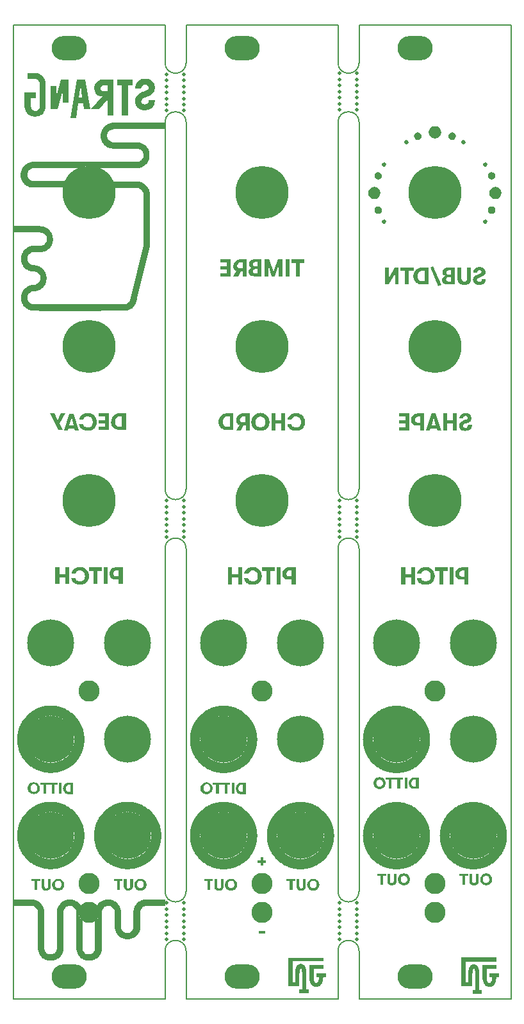
<source format=gbr>
G04 #@! TF.GenerationSoftware,KiCad,Pcbnew,(5.1.9-0-10_14)*
G04 #@! TF.CreationDate,2021-02-07T01:41:00-06:00*
G04 #@! TF.ProjectId,JNTUB_panels,4a4e5455-425f-4706-916e-656c732e6b69,rev?*
G04 #@! TF.SameCoordinates,Original*
G04 #@! TF.FileFunction,Soldermask,Bot*
G04 #@! TF.FilePolarity,Negative*
%FSLAX46Y46*%
G04 Gerber Fmt 4.6, Leading zero omitted, Abs format (unit mm)*
G04 Created by KiCad (PCBNEW (5.1.9-0-10_14)) date 2021-02-07 01:41:00*
%MOMM*%
%LPD*%
G01*
G04 APERTURE LIST*
G04 #@! TA.AperFunction,Profile*
%ADD10C,0.150000*%
G04 #@! TD*
%ADD11C,0.100000*%
%ADD12C,0.500000*%
%ADD13O,4.650000X3.200000*%
%ADD14C,2.800000*%
%ADD15C,6.200000*%
%ADD16C,7.000001*%
%ADD17C,7.000000*%
G04 APERTURE END LIST*
D10*
X125603000Y-92710000D02*
G75*
G02*
X128397000Y-92710000I1397000J0D01*
G01*
X125603000Y-84836000D02*
X125603000Y-36449000D01*
X128397000Y-152146000D02*
X128397000Y-145796000D01*
X128397000Y-28575000D02*
G75*
G02*
X125603000Y-28575000I-1397000J0D01*
G01*
X128397000Y-137922000D02*
X128397000Y-92710000D01*
X128397000Y-137922000D02*
G75*
G02*
X125603000Y-137922000I-1397000J0D01*
G01*
X125603000Y-23622000D02*
X125603000Y-28575000D01*
X125603000Y-92710000D02*
X125603000Y-137922000D01*
X125603000Y-145796000D02*
X125603000Y-152146000D01*
X125603000Y-145796000D02*
G75*
G02*
X128397000Y-145796000I1397000J0D01*
G01*
X128397000Y-36449000D02*
X128397000Y-84836000D01*
X128397000Y-84836000D02*
G75*
G02*
X125603000Y-84836000I-1397000J0D01*
G01*
X125603000Y-36449000D02*
G75*
G02*
X128397000Y-36449000I1397000J0D01*
G01*
X128397000Y-23622000D02*
X128397000Y-28575000D01*
X105537000Y-36449000D02*
X105537000Y-84836000D01*
X102743000Y-84836000D02*
X102743000Y-36449000D01*
X102743000Y-92710000D02*
X102743000Y-137922000D01*
X105537000Y-137922000D02*
X105537000Y-92710000D01*
X105537000Y-152146000D02*
X105537000Y-145796000D01*
X102743000Y-145796000D02*
X102743000Y-152146000D01*
X102743000Y-145796000D02*
G75*
G02*
X105537000Y-145796000I1397000J0D01*
G01*
X105537000Y-137922000D02*
G75*
G02*
X102743000Y-137922000I-1397000J0D01*
G01*
X102743000Y-92710000D02*
G75*
G02*
X105537000Y-92710000I1397000J0D01*
G01*
X105537000Y-84836000D02*
G75*
G02*
X102743000Y-84836000I-1397000J0D01*
G01*
X102743000Y-36449000D02*
G75*
G02*
X105537000Y-36449000I1397000J0D01*
G01*
X105537000Y-23622000D02*
X105537000Y-28575000D01*
X102743000Y-23622000D02*
X102743000Y-28575000D01*
X105537000Y-28575000D02*
G75*
G02*
X102743000Y-28575000I-1397000J0D01*
G01*
X128397000Y-23622000D02*
X148463000Y-23622000D01*
X148463000Y-23622000D02*
X148463000Y-152146000D01*
X148463000Y-152146000D02*
X128397000Y-152146000D01*
X105537000Y-23622000D02*
X125603000Y-23622000D01*
X125603000Y-152146000D02*
X105537000Y-152146000D01*
X82677000Y-23622000D02*
X102743000Y-23622000D01*
X102743000Y-152146000D02*
X82677000Y-152146000D01*
X82677000Y-152146000D02*
X82677000Y-23622000D01*
D11*
G04 #@! TO.C,svg2mod*
G36*
X90575269Y-123571706D02*
G01*
X89799158Y-123924483D01*
X89909401Y-123875976D01*
X90046103Y-123853928D01*
X90222492Y-123853928D01*
X90222492Y-124771150D01*
X90046103Y-124771150D01*
X89909401Y-124749101D01*
X89799158Y-124700594D01*
X89715374Y-124625629D01*
X89658047Y-124524206D01*
X89627179Y-124418372D01*
X89622769Y-124312539D01*
X89627179Y-124206706D01*
X89658047Y-124100872D01*
X89715374Y-123999449D01*
X89799158Y-123924483D01*
X90575269Y-123571706D01*
X90010825Y-123571706D01*
X89871020Y-123583465D01*
X89739055Y-123618743D01*
X89622769Y-123677539D01*
X89519549Y-123750708D01*
X89432008Y-123839555D01*
X89375825Y-123959761D01*
X89317029Y-124076047D01*
X89281751Y-124208012D01*
X89269992Y-124347817D01*
X89281751Y-124479782D01*
X89317029Y-124603907D01*
X89375825Y-124735872D01*
X89447687Y-124856078D01*
X89527389Y-124944926D01*
X89622769Y-125018094D01*
X89739055Y-125076891D01*
X89871020Y-125112169D01*
X90010825Y-125123928D01*
X90575269Y-125123928D01*
X90575269Y-123571706D01*
G37*
G36*
X89058325Y-123571706D02*
G01*
X88705547Y-123571706D01*
X88705547Y-125053372D01*
X89058325Y-125053372D01*
X89058325Y-123571706D01*
G37*
G36*
X88105825Y-123853928D02*
G01*
X88529158Y-123853928D01*
X88529158Y-123571706D01*
X87364992Y-123571706D01*
X87364992Y-123889206D01*
X87788325Y-123889206D01*
X87788325Y-125053372D01*
X88141103Y-125053372D01*
X88141103Y-123853928D01*
X88105825Y-123853928D01*
G37*
G36*
X86976936Y-123853928D02*
G01*
X87400269Y-123853928D01*
X87400269Y-123571706D01*
X86236103Y-123571706D01*
X86236103Y-123889206D01*
X86659436Y-123889206D01*
X86659436Y-125053372D01*
X87012214Y-125053372D01*
X87012214Y-123853928D01*
X86976936Y-123853928D01*
G37*
G36*
X85812769Y-124982817D02*
G01*
X85843637Y-124400733D01*
X85812769Y-124524206D01*
X85755443Y-124625629D01*
X85671658Y-124700594D01*
X85561415Y-124749101D01*
X85424714Y-124771150D01*
X85288012Y-124762331D01*
X85177769Y-124700594D01*
X85093985Y-124625629D01*
X85036658Y-124524206D01*
X85005790Y-124413963D01*
X85001380Y-124277261D01*
X85005790Y-124140560D01*
X85036658Y-124030317D01*
X85093985Y-123928893D01*
X85177769Y-123853928D01*
X85288012Y-123805421D01*
X85424714Y-123783372D01*
X85561415Y-123805421D01*
X85671658Y-123853928D01*
X85755443Y-123928893D01*
X85812769Y-124030317D01*
X85843637Y-124140560D01*
X85848047Y-124277261D01*
X85843637Y-124400733D01*
X85812769Y-124982817D01*
X85917296Y-124901808D01*
X86013983Y-124805121D01*
X86094992Y-124700594D01*
X86153788Y-124584308D01*
X86189066Y-124452343D01*
X86200825Y-124312539D01*
X86189066Y-124172734D01*
X86153788Y-124040769D01*
X86094992Y-123924483D01*
X86021823Y-123819957D01*
X85932975Y-123723269D01*
X85812769Y-123642261D01*
X85726780Y-123595959D01*
X85627561Y-123562886D01*
X85515113Y-123543042D01*
X85389436Y-123536428D01*
X85263759Y-123543042D01*
X85151311Y-123562886D01*
X85052092Y-123595959D01*
X84966103Y-123642261D01*
X84861576Y-123723269D01*
X84764889Y-123819957D01*
X84683880Y-123924483D01*
X84625084Y-124040769D01*
X84589806Y-124172734D01*
X84578047Y-124312539D01*
X84589806Y-124452343D01*
X84625084Y-124584308D01*
X84683880Y-124700594D01*
X84757049Y-124805121D01*
X84845897Y-124901808D01*
X84966103Y-124982817D01*
X85052092Y-125029119D01*
X85151311Y-125062192D01*
X85263759Y-125082035D01*
X85389436Y-125088650D01*
X85515113Y-125082035D01*
X85627561Y-125062192D01*
X85726780Y-125029119D01*
X85812769Y-124982817D01*
G37*
G36*
X99923880Y-137718094D02*
G01*
X99923880Y-137012539D01*
X99919471Y-137136011D01*
X99888603Y-137259483D01*
X99831276Y-137360907D01*
X99747492Y-137435872D01*
X99637249Y-137484379D01*
X99500547Y-137506428D01*
X99363846Y-137497608D01*
X99253603Y-137435872D01*
X99169818Y-137360907D01*
X99112492Y-137259483D01*
X99081624Y-137149240D01*
X99077214Y-137012539D01*
X99081624Y-136875838D01*
X99112492Y-136765594D01*
X99169818Y-136664171D01*
X99253603Y-136589206D01*
X99363846Y-136540699D01*
X99500547Y-136518650D01*
X99637249Y-136540699D01*
X99747492Y-136589206D01*
X99831276Y-136664171D01*
X99888603Y-136765594D01*
X99919471Y-136875838D01*
X99923880Y-137012539D01*
X99923880Y-137718094D01*
X100028407Y-137637086D01*
X100125094Y-137540399D01*
X100206103Y-137435872D01*
X100264899Y-137319586D01*
X100300177Y-137187621D01*
X100311936Y-137047817D01*
X100300177Y-136908012D01*
X100264899Y-136776047D01*
X100206103Y-136659761D01*
X100132934Y-136555234D01*
X100044086Y-136458547D01*
X99923880Y-136377539D01*
X99837891Y-136331237D01*
X99738672Y-136298164D01*
X99626224Y-136278320D01*
X99500547Y-136271706D01*
X99374870Y-136278320D01*
X99262422Y-136298164D01*
X99163203Y-136331237D01*
X99077214Y-136377539D01*
X98972687Y-136458547D01*
X98876000Y-136555234D01*
X98794992Y-136659761D01*
X98736195Y-136776047D01*
X98700917Y-136908012D01*
X98689158Y-137047817D01*
X98700917Y-137187621D01*
X98736195Y-137319586D01*
X98794992Y-137435872D01*
X98868160Y-137540399D01*
X98957008Y-137637086D01*
X99077214Y-137718094D01*
X99163203Y-137764397D01*
X99262422Y-137797469D01*
X99374870Y-137817313D01*
X99500547Y-137823928D01*
X99606380Y-137817313D01*
X99712214Y-137797469D01*
X99818047Y-137764397D01*
X99923880Y-137718094D01*
G37*
G36*
X98336380Y-137682817D02*
G01*
X98408590Y-137602339D01*
X98464262Y-137515247D01*
X98500091Y-137414926D01*
X98512769Y-137294761D01*
X98512769Y-136306983D01*
X98159992Y-136306983D01*
X98159992Y-137259483D01*
X98137943Y-137365317D01*
X98089436Y-137471150D01*
X98014471Y-137519657D01*
X97913047Y-137541706D01*
X97811624Y-137519657D01*
X97736658Y-137471150D01*
X97688151Y-137391775D01*
X97666103Y-137259483D01*
X97666103Y-136306983D01*
X97313325Y-136306983D01*
X97313325Y-137294761D01*
X97326003Y-137419887D01*
X97361832Y-137528476D01*
X97417505Y-137617222D01*
X97489714Y-137682817D01*
X97575703Y-137749514D01*
X97674922Y-137793060D01*
X97787370Y-137816762D01*
X97913047Y-137823928D01*
X98038724Y-137811801D01*
X98151172Y-137779831D01*
X98250391Y-137734631D01*
X98336380Y-137682817D01*
G37*
G36*
X96713603Y-136589206D02*
G01*
X97136936Y-136589206D01*
X97136936Y-136271706D01*
X95972769Y-136271706D01*
X95972769Y-136589206D01*
X96396103Y-136589206D01*
X96396103Y-137753372D01*
X96748880Y-137753372D01*
X96748880Y-136589206D01*
X96713603Y-136589206D01*
G37*
G36*
X89058325Y-137718094D02*
G01*
X89058325Y-137012539D01*
X89053915Y-137136011D01*
X89023047Y-137259483D01*
X88965721Y-137360907D01*
X88881936Y-137435872D01*
X88771693Y-137484379D01*
X88634992Y-137506428D01*
X88498290Y-137497608D01*
X88388047Y-137435872D01*
X88304262Y-137360907D01*
X88246936Y-137259483D01*
X88216068Y-137149240D01*
X88211658Y-137012539D01*
X88216068Y-136875838D01*
X88246936Y-136765594D01*
X88304262Y-136664171D01*
X88388047Y-136589206D01*
X88498290Y-136540699D01*
X88634992Y-136518650D01*
X88771693Y-136540699D01*
X88881936Y-136589206D01*
X88965721Y-136664171D01*
X89023047Y-136765594D01*
X89053915Y-136875838D01*
X89058325Y-137012539D01*
X89058325Y-137718094D01*
X89162852Y-137637086D01*
X89259539Y-137540399D01*
X89340547Y-137435872D01*
X89399343Y-137319586D01*
X89434621Y-137187621D01*
X89446380Y-137047817D01*
X89434621Y-136908012D01*
X89399343Y-136776047D01*
X89340547Y-136659761D01*
X89267378Y-136555234D01*
X89178531Y-136458547D01*
X89058325Y-136377539D01*
X88972335Y-136331237D01*
X88873117Y-136298164D01*
X88760669Y-136278320D01*
X88634992Y-136271706D01*
X88509314Y-136278320D01*
X88396867Y-136298164D01*
X88297648Y-136331237D01*
X88211658Y-136377539D01*
X88107131Y-136458547D01*
X88010444Y-136555234D01*
X87929436Y-136659761D01*
X87870640Y-136776047D01*
X87835362Y-136908012D01*
X87823603Y-137047817D01*
X87835362Y-137187621D01*
X87870640Y-137319586D01*
X87929436Y-137435872D01*
X88002605Y-137540399D01*
X88091452Y-137637086D01*
X88211658Y-137718094D01*
X88297648Y-137764397D01*
X88396867Y-137797469D01*
X88509314Y-137817313D01*
X88634992Y-137823928D01*
X88740825Y-137817313D01*
X88846658Y-137797469D01*
X88952492Y-137764397D01*
X89058325Y-137718094D01*
G37*
G36*
X87470825Y-137682817D02*
G01*
X87543034Y-137602339D01*
X87598707Y-137515247D01*
X87634536Y-137414926D01*
X87647214Y-137294761D01*
X87647214Y-136306983D01*
X87294436Y-136306983D01*
X87294436Y-137259483D01*
X87272387Y-137365317D01*
X87223880Y-137471150D01*
X87148915Y-137519657D01*
X87047492Y-137541706D01*
X86946068Y-137519657D01*
X86871103Y-137471150D01*
X86822596Y-137391775D01*
X86800547Y-137259483D01*
X86800547Y-136306983D01*
X86447769Y-136306983D01*
X86447769Y-137294761D01*
X86460447Y-137419887D01*
X86496276Y-137528476D01*
X86551949Y-137617222D01*
X86624158Y-137682817D01*
X86710148Y-137749514D01*
X86809367Y-137793060D01*
X86921814Y-137816762D01*
X87047492Y-137823928D01*
X87173169Y-137811801D01*
X87285617Y-137779831D01*
X87384835Y-137734631D01*
X87470825Y-137682817D01*
G37*
G36*
X85848047Y-136589206D02*
G01*
X86236103Y-136589206D01*
X86236103Y-136271706D01*
X85071936Y-136271706D01*
X85071936Y-136589206D01*
X85495269Y-136589206D01*
X85495269Y-137753372D01*
X85848047Y-137753372D01*
X85848047Y-136589206D01*
G37*
G36*
X97807214Y-126111706D02*
G01*
X100050316Y-128399758D01*
X99964162Y-128313603D01*
X99874649Y-128230909D01*
X99781882Y-128151780D01*
X99685964Y-128076320D01*
X99586999Y-128004631D01*
X99485091Y-127936817D01*
X99380341Y-127872981D01*
X99272855Y-127813228D01*
X99162736Y-127757660D01*
X99050087Y-127706382D01*
X98935011Y-127659496D01*
X98817612Y-127617106D01*
X98697994Y-127579316D01*
X98576260Y-127546228D01*
X98452513Y-127517947D01*
X98326857Y-127494576D01*
X98199396Y-127476219D01*
X98070233Y-127462978D01*
X97939471Y-127454958D01*
X97807214Y-127452261D01*
X97674957Y-127454958D01*
X97544195Y-127462978D01*
X97415032Y-127476219D01*
X97287570Y-127494576D01*
X97161915Y-127517947D01*
X97038168Y-127546228D01*
X96916434Y-127579316D01*
X96796816Y-127617106D01*
X96679417Y-127659496D01*
X96564341Y-127706382D01*
X96451692Y-127757660D01*
X96341572Y-127813228D01*
X96234086Y-127872981D01*
X96129337Y-127936817D01*
X96027428Y-128004631D01*
X95928463Y-128076320D01*
X95832546Y-128151780D01*
X95739779Y-128230909D01*
X95650266Y-128313603D01*
X95564111Y-128399758D01*
X95481418Y-128489270D01*
X95402289Y-128582037D01*
X95326828Y-128677955D01*
X95255139Y-128776920D01*
X95187325Y-128878829D01*
X95123490Y-128983578D01*
X95063736Y-129091064D01*
X95008169Y-129201183D01*
X94956890Y-129313833D01*
X94910004Y-129428909D01*
X94867614Y-129546307D01*
X94829824Y-129665925D01*
X94796736Y-129787660D01*
X94768455Y-129911406D01*
X94745084Y-130037062D01*
X94726727Y-130164523D01*
X94713486Y-130293687D01*
X94705466Y-130424449D01*
X94702769Y-130556706D01*
X94705466Y-130688963D01*
X94713486Y-130819724D01*
X94726727Y-130948888D01*
X94745084Y-131076349D01*
X94768455Y-131202005D01*
X94796736Y-131325751D01*
X94829824Y-131447486D01*
X94867614Y-131567104D01*
X94910004Y-131684503D01*
X94956890Y-131799578D01*
X95008169Y-131912228D01*
X95063736Y-132022347D01*
X95123490Y-132129833D01*
X95187325Y-132234582D01*
X95255139Y-132336491D01*
X95326828Y-132435456D01*
X95402289Y-132531374D01*
X95481418Y-132624141D01*
X95564111Y-132713653D01*
X95650266Y-132799808D01*
X95739779Y-132882502D01*
X95832546Y-132961631D01*
X95928463Y-133037092D01*
X96027428Y-133108781D01*
X96129337Y-133176595D01*
X96234086Y-133240430D01*
X96341572Y-133300183D01*
X96451692Y-133355751D01*
X96564341Y-133407029D01*
X96679417Y-133453915D01*
X96796816Y-133496305D01*
X96916434Y-133534096D01*
X97038168Y-133567183D01*
X97161915Y-133595464D01*
X97287570Y-133618835D01*
X97415032Y-133637193D01*
X97544195Y-133650433D01*
X97674957Y-133658454D01*
X97807214Y-133661150D01*
X97939471Y-133658454D01*
X98070233Y-133650433D01*
X98199396Y-133637193D01*
X98326857Y-133618835D01*
X98452513Y-133595464D01*
X98576260Y-133567183D01*
X98697994Y-133534096D01*
X98817612Y-133496305D01*
X98935011Y-133453915D01*
X99050087Y-133407029D01*
X99162736Y-133355751D01*
X99272855Y-133300183D01*
X99380341Y-133240430D01*
X99485091Y-133176595D01*
X99586999Y-133108781D01*
X99685964Y-133037092D01*
X99781882Y-132961631D01*
X99874649Y-132882502D01*
X99964162Y-132799808D01*
X100050316Y-132713653D01*
X100133010Y-132624141D01*
X100212139Y-132531374D01*
X100287600Y-132435456D01*
X100359289Y-132336491D01*
X100427103Y-132234582D01*
X100490938Y-132129833D01*
X100550691Y-132022347D01*
X100606259Y-131912228D01*
X100657537Y-131799578D01*
X100704423Y-131684503D01*
X100746813Y-131567104D01*
X100784604Y-131447486D01*
X100817691Y-131325751D01*
X100845972Y-131202005D01*
X100869343Y-131076349D01*
X100887701Y-130948888D01*
X100900942Y-130819724D01*
X100908962Y-130688963D01*
X100911658Y-130556706D01*
X100908962Y-130424449D01*
X100900942Y-130293687D01*
X100887701Y-130164523D01*
X100869343Y-130037062D01*
X100845972Y-129911406D01*
X100817691Y-129787660D01*
X100784604Y-129665925D01*
X100746813Y-129546307D01*
X100704423Y-129428909D01*
X100657537Y-129313833D01*
X100606259Y-129201183D01*
X100550691Y-129091064D01*
X100490938Y-128983578D01*
X100427103Y-128878829D01*
X100359289Y-128776920D01*
X100287600Y-128677955D01*
X100212139Y-128582037D01*
X100133010Y-128489270D01*
X100050316Y-128399758D01*
X97807214Y-126111706D01*
X97939557Y-126113656D01*
X98071004Y-126119471D01*
X98201496Y-126129098D01*
X98330977Y-126142483D01*
X98459389Y-126159573D01*
X98586675Y-126180314D01*
X98712778Y-126204653D01*
X98837641Y-126232537D01*
X98961206Y-126263911D01*
X99083416Y-126298723D01*
X99204214Y-126336919D01*
X99323542Y-126378446D01*
X99441344Y-126423250D01*
X99557562Y-126471277D01*
X99672139Y-126522476D01*
X99785017Y-126576791D01*
X99896140Y-126634169D01*
X100005449Y-126694558D01*
X100112889Y-126757904D01*
X100218401Y-126824152D01*
X100321928Y-126893251D01*
X100423414Y-126965146D01*
X100522800Y-127039783D01*
X100620030Y-127117110D01*
X100715046Y-127197074D01*
X100807792Y-127279620D01*
X100898209Y-127364695D01*
X100986240Y-127452245D01*
X101071829Y-127542219D01*
X101154919Y-127634561D01*
X101235450Y-127729218D01*
X101313368Y-127826137D01*
X101388614Y-127925266D01*
X101461131Y-128026549D01*
X101530861Y-128129934D01*
X101597749Y-128235367D01*
X101661735Y-128342795D01*
X101722764Y-128452164D01*
X101780778Y-128563422D01*
X101835719Y-128676514D01*
X101887530Y-128791387D01*
X101936155Y-128907988D01*
X101981535Y-129026263D01*
X102023614Y-129146159D01*
X102062334Y-129267622D01*
X102097638Y-129390599D01*
X102129469Y-129515037D01*
X102157770Y-129640882D01*
X102182483Y-129768080D01*
X102203551Y-129896579D01*
X102220917Y-130026325D01*
X102234523Y-130157263D01*
X102244313Y-130289342D01*
X102250229Y-130422507D01*
X102252214Y-130556706D01*
X102250263Y-130690904D01*
X102244448Y-130824069D01*
X102234821Y-130956148D01*
X102221436Y-131087087D01*
X102204346Y-131216832D01*
X102183605Y-131345331D01*
X102159266Y-131472529D01*
X102131383Y-131598374D01*
X102100008Y-131722812D01*
X102065197Y-131845789D01*
X102027000Y-131967252D01*
X101985474Y-132087148D01*
X101940670Y-132205423D01*
X101892642Y-132322024D01*
X101841444Y-132436897D01*
X101787129Y-132549989D01*
X101729750Y-132661247D01*
X101669361Y-132770616D01*
X101606016Y-132878044D01*
X101539767Y-132983477D01*
X101470669Y-133086862D01*
X101398774Y-133188146D01*
X101324136Y-133287274D01*
X101246809Y-133384193D01*
X101166846Y-133478851D01*
X101084300Y-133571193D01*
X100999225Y-133661166D01*
X100911674Y-133748716D01*
X100821701Y-133833792D01*
X100729359Y-133916337D01*
X100634701Y-133996301D01*
X100537782Y-134073628D01*
X100438654Y-134148266D01*
X100337371Y-134220160D01*
X100233986Y-134289259D01*
X100128552Y-134355507D01*
X100021124Y-134418853D01*
X99911755Y-134479242D01*
X99800497Y-134536620D01*
X99687405Y-134590935D01*
X99572532Y-134642134D01*
X99455931Y-134690161D01*
X99337656Y-134734965D01*
X99217760Y-134776492D01*
X99096297Y-134814688D01*
X98973320Y-134849500D01*
X98848882Y-134880875D01*
X98723037Y-134908758D01*
X98595839Y-134933097D01*
X98467340Y-134953838D01*
X98337595Y-134970928D01*
X98206656Y-134984313D01*
X98074577Y-134993940D01*
X97941412Y-134999755D01*
X97807214Y-135001706D01*
X97674870Y-134999755D01*
X97543424Y-134993940D01*
X97412932Y-134984313D01*
X97283451Y-134970928D01*
X97155039Y-134953838D01*
X97027752Y-134933097D01*
X96901649Y-134908758D01*
X96776787Y-134880875D01*
X96653222Y-134849500D01*
X96531012Y-134814688D01*
X96410214Y-134776492D01*
X96290885Y-134734965D01*
X96173084Y-134690161D01*
X96056866Y-134642134D01*
X95942289Y-134590935D01*
X95829411Y-134536620D01*
X95718288Y-134479242D01*
X95608978Y-134418853D01*
X95501539Y-134355507D01*
X95396027Y-134289259D01*
X95292499Y-134220160D01*
X95191014Y-134148266D01*
X95091627Y-134073628D01*
X94994398Y-133996301D01*
X94899381Y-133916337D01*
X94806636Y-133833792D01*
X94716219Y-133748716D01*
X94628187Y-133661166D01*
X94542598Y-133571193D01*
X94459509Y-133478851D01*
X94378977Y-133384193D01*
X94301060Y-133287274D01*
X94225814Y-133188146D01*
X94153297Y-133086862D01*
X94083566Y-132983477D01*
X94016679Y-132878044D01*
X93952692Y-132770616D01*
X93891664Y-132661247D01*
X93833650Y-132549989D01*
X93778709Y-132436897D01*
X93726897Y-132322024D01*
X93678273Y-132205423D01*
X93632893Y-132087148D01*
X93590814Y-131967252D01*
X93552094Y-131845789D01*
X93516789Y-131722812D01*
X93484958Y-131598374D01*
X93456658Y-131472529D01*
X93431945Y-131345331D01*
X93410876Y-131216832D01*
X93393511Y-131087087D01*
X93379904Y-130956148D01*
X93370114Y-130824069D01*
X93364198Y-130690904D01*
X93362214Y-130556706D01*
X93364164Y-130422507D01*
X93369979Y-130289342D01*
X93379606Y-130157263D01*
X93392991Y-130026325D01*
X93410081Y-129896579D01*
X93430822Y-129768080D01*
X93455161Y-129640882D01*
X93483045Y-129515037D01*
X93514419Y-129390599D01*
X93549231Y-129267622D01*
X93587427Y-129146159D01*
X93628954Y-129026263D01*
X93673758Y-128907988D01*
X93721786Y-128791387D01*
X93772984Y-128676514D01*
X93827299Y-128563422D01*
X93884678Y-128452164D01*
X93945067Y-128342795D01*
X94008412Y-128235367D01*
X94074661Y-128129934D01*
X94143759Y-128026549D01*
X94215654Y-127925266D01*
X94290291Y-127826137D01*
X94367619Y-127729218D01*
X94447582Y-127634561D01*
X94530128Y-127542219D01*
X94615203Y-127452245D01*
X94702754Y-127364695D01*
X94792727Y-127279620D01*
X94885069Y-127197074D01*
X94979726Y-127117110D01*
X95076646Y-127039783D01*
X95175774Y-126965146D01*
X95277057Y-126893251D01*
X95380442Y-126824152D01*
X95485875Y-126757904D01*
X95593303Y-126694558D01*
X95702673Y-126634169D01*
X95813930Y-126576791D01*
X95927022Y-126522476D01*
X96041895Y-126471277D01*
X96158496Y-126423250D01*
X96276771Y-126378446D01*
X96396667Y-126336919D01*
X96518130Y-126298723D01*
X96641108Y-126263911D01*
X96765545Y-126232537D01*
X96891390Y-126204653D01*
X97018589Y-126180314D01*
X97147087Y-126159573D01*
X97276833Y-126142483D01*
X97407772Y-126129098D01*
X97539850Y-126119471D01*
X97673016Y-126113656D01*
X97807214Y-126111706D01*
G37*
G36*
X87647214Y-126111706D02*
G01*
X89890316Y-128399758D01*
X89804162Y-128313603D01*
X89714649Y-128230909D01*
X89621882Y-128151780D01*
X89525964Y-128076320D01*
X89426999Y-128004631D01*
X89325091Y-127936817D01*
X89220341Y-127872981D01*
X89112855Y-127813228D01*
X89002736Y-127757660D01*
X88890087Y-127706382D01*
X88775011Y-127659496D01*
X88657612Y-127617106D01*
X88537994Y-127579316D01*
X88416260Y-127546228D01*
X88292513Y-127517947D01*
X88166857Y-127494576D01*
X88039396Y-127476219D01*
X87910233Y-127462978D01*
X87779471Y-127454958D01*
X87647214Y-127452261D01*
X87514957Y-127454958D01*
X87384195Y-127462978D01*
X87255032Y-127476219D01*
X87127570Y-127494576D01*
X87001915Y-127517947D01*
X86878168Y-127546228D01*
X86756434Y-127579316D01*
X86636816Y-127617106D01*
X86519417Y-127659496D01*
X86404341Y-127706382D01*
X86291692Y-127757660D01*
X86181572Y-127813228D01*
X86074086Y-127872981D01*
X85969337Y-127936817D01*
X85867428Y-128004631D01*
X85768463Y-128076320D01*
X85672546Y-128151780D01*
X85579779Y-128230909D01*
X85490266Y-128313603D01*
X85404111Y-128399758D01*
X85321418Y-128489270D01*
X85242289Y-128582037D01*
X85166828Y-128677955D01*
X85095139Y-128776920D01*
X85027325Y-128878829D01*
X84963490Y-128983578D01*
X84903736Y-129091064D01*
X84848169Y-129201183D01*
X84796890Y-129313833D01*
X84750004Y-129428909D01*
X84707614Y-129546307D01*
X84669824Y-129665925D01*
X84636736Y-129787660D01*
X84608455Y-129911406D01*
X84585084Y-130037062D01*
X84566727Y-130164523D01*
X84553486Y-130293687D01*
X84545466Y-130424449D01*
X84542769Y-130556706D01*
X84545466Y-130688963D01*
X84553486Y-130819724D01*
X84566727Y-130948888D01*
X84585084Y-131076349D01*
X84608455Y-131202005D01*
X84636736Y-131325751D01*
X84669824Y-131447486D01*
X84707614Y-131567104D01*
X84750004Y-131684503D01*
X84796890Y-131799578D01*
X84848169Y-131912228D01*
X84903736Y-132022347D01*
X84963490Y-132129833D01*
X85027325Y-132234582D01*
X85095139Y-132336491D01*
X85166828Y-132435456D01*
X85242289Y-132531374D01*
X85321418Y-132624141D01*
X85404111Y-132713653D01*
X85490266Y-132799808D01*
X85579779Y-132882502D01*
X85672546Y-132961631D01*
X85768463Y-133037092D01*
X85867428Y-133108781D01*
X85969337Y-133176595D01*
X86074086Y-133240430D01*
X86181572Y-133300183D01*
X86291692Y-133355751D01*
X86404341Y-133407029D01*
X86519417Y-133453915D01*
X86636816Y-133496305D01*
X86756434Y-133534096D01*
X86878168Y-133567183D01*
X87001915Y-133595464D01*
X87127570Y-133618835D01*
X87255032Y-133637193D01*
X87384195Y-133650433D01*
X87514957Y-133658454D01*
X87647214Y-133661150D01*
X87779471Y-133658454D01*
X87910233Y-133650433D01*
X88039396Y-133637193D01*
X88166857Y-133618835D01*
X88292513Y-133595464D01*
X88416260Y-133567183D01*
X88537994Y-133534096D01*
X88657612Y-133496305D01*
X88775011Y-133453915D01*
X88890087Y-133407029D01*
X89002736Y-133355751D01*
X89112855Y-133300183D01*
X89220341Y-133240430D01*
X89325091Y-133176595D01*
X89426999Y-133108781D01*
X89525964Y-133037092D01*
X89621882Y-132961631D01*
X89714649Y-132882502D01*
X89804162Y-132799808D01*
X89890316Y-132713653D01*
X89973010Y-132624141D01*
X90052139Y-132531374D01*
X90127600Y-132435456D01*
X90199289Y-132336491D01*
X90267103Y-132234582D01*
X90330938Y-132129833D01*
X90390691Y-132022347D01*
X90446259Y-131912228D01*
X90497537Y-131799578D01*
X90544423Y-131684503D01*
X90586813Y-131567104D01*
X90624604Y-131447486D01*
X90657691Y-131325751D01*
X90685972Y-131202005D01*
X90709343Y-131076349D01*
X90727701Y-130948888D01*
X90740942Y-130819724D01*
X90748962Y-130688963D01*
X90751658Y-130556706D01*
X90748962Y-130424449D01*
X90740942Y-130293687D01*
X90727701Y-130164523D01*
X90709343Y-130037062D01*
X90685972Y-129911406D01*
X90657691Y-129787660D01*
X90624604Y-129665925D01*
X90586813Y-129546307D01*
X90544423Y-129428909D01*
X90497537Y-129313833D01*
X90446259Y-129201183D01*
X90390691Y-129091064D01*
X90330938Y-128983578D01*
X90267103Y-128878829D01*
X90199289Y-128776920D01*
X90127600Y-128677955D01*
X90052139Y-128582037D01*
X89973010Y-128489270D01*
X89890316Y-128399758D01*
X87647214Y-126111706D01*
X87779557Y-126113656D01*
X87911004Y-126119471D01*
X88041496Y-126129098D01*
X88170977Y-126142483D01*
X88299389Y-126159573D01*
X88426675Y-126180314D01*
X88552778Y-126204653D01*
X88677641Y-126232537D01*
X88801206Y-126263911D01*
X88923416Y-126298723D01*
X89044214Y-126336919D01*
X89163542Y-126378446D01*
X89281344Y-126423250D01*
X89397562Y-126471277D01*
X89512139Y-126522476D01*
X89625017Y-126576791D01*
X89736140Y-126634169D01*
X89845449Y-126694558D01*
X89952889Y-126757904D01*
X90058401Y-126824152D01*
X90161928Y-126893251D01*
X90263414Y-126965146D01*
X90362800Y-127039783D01*
X90460030Y-127117110D01*
X90555046Y-127197074D01*
X90647792Y-127279620D01*
X90738209Y-127364695D01*
X90826240Y-127452245D01*
X90911829Y-127542219D01*
X90994919Y-127634561D01*
X91075450Y-127729218D01*
X91153368Y-127826137D01*
X91228614Y-127925266D01*
X91301131Y-128026549D01*
X91370861Y-128129934D01*
X91437749Y-128235367D01*
X91501735Y-128342795D01*
X91562764Y-128452164D01*
X91620778Y-128563422D01*
X91675719Y-128676514D01*
X91727530Y-128791387D01*
X91776155Y-128907988D01*
X91821535Y-129026263D01*
X91863614Y-129146159D01*
X91902334Y-129267622D01*
X91937638Y-129390599D01*
X91969469Y-129515037D01*
X91997770Y-129640882D01*
X92022483Y-129768080D01*
X92043551Y-129896579D01*
X92060917Y-130026325D01*
X92074523Y-130157263D01*
X92084313Y-130289342D01*
X92090229Y-130422507D01*
X92092214Y-130556706D01*
X92090263Y-130690904D01*
X92084448Y-130824069D01*
X92074821Y-130956148D01*
X92061436Y-131087087D01*
X92044346Y-131216832D01*
X92023605Y-131345331D01*
X91999266Y-131472529D01*
X91971383Y-131598374D01*
X91940008Y-131722812D01*
X91905197Y-131845789D01*
X91867000Y-131967252D01*
X91825474Y-132087148D01*
X91780670Y-132205423D01*
X91732642Y-132322024D01*
X91681444Y-132436897D01*
X91627129Y-132549989D01*
X91569750Y-132661247D01*
X91509361Y-132770616D01*
X91446016Y-132878044D01*
X91379767Y-132983477D01*
X91310669Y-133086862D01*
X91238774Y-133188146D01*
X91164136Y-133287274D01*
X91086809Y-133384193D01*
X91006846Y-133478851D01*
X90924300Y-133571193D01*
X90839225Y-133661166D01*
X90751674Y-133748716D01*
X90661701Y-133833792D01*
X90569359Y-133916337D01*
X90474701Y-133996301D01*
X90377782Y-134073628D01*
X90278654Y-134148266D01*
X90177371Y-134220160D01*
X90073986Y-134289259D01*
X89968552Y-134355507D01*
X89861124Y-134418853D01*
X89751755Y-134479242D01*
X89640497Y-134536620D01*
X89527405Y-134590935D01*
X89412532Y-134642134D01*
X89295931Y-134690161D01*
X89177656Y-134734965D01*
X89057760Y-134776492D01*
X88936297Y-134814688D01*
X88813320Y-134849500D01*
X88688882Y-134880875D01*
X88563037Y-134908758D01*
X88435839Y-134933097D01*
X88307340Y-134953838D01*
X88177595Y-134970928D01*
X88046656Y-134984313D01*
X87914577Y-134993940D01*
X87781412Y-134999755D01*
X87647214Y-135001706D01*
X87514870Y-134999755D01*
X87383424Y-134993940D01*
X87252932Y-134984313D01*
X87123451Y-134970928D01*
X86995039Y-134953838D01*
X86867752Y-134933097D01*
X86741649Y-134908758D01*
X86616787Y-134880875D01*
X86493222Y-134849500D01*
X86371012Y-134814688D01*
X86250214Y-134776492D01*
X86130885Y-134734965D01*
X86013084Y-134690161D01*
X85896866Y-134642134D01*
X85782289Y-134590935D01*
X85669411Y-134536620D01*
X85558288Y-134479242D01*
X85448978Y-134418853D01*
X85341539Y-134355507D01*
X85236027Y-134289259D01*
X85132499Y-134220160D01*
X85031014Y-134148266D01*
X84931627Y-134073628D01*
X84834398Y-133996301D01*
X84739381Y-133916337D01*
X84646636Y-133833792D01*
X84556219Y-133748716D01*
X84468187Y-133661166D01*
X84382598Y-133571193D01*
X84299509Y-133478851D01*
X84218977Y-133384193D01*
X84141060Y-133287274D01*
X84065814Y-133188146D01*
X83993297Y-133086862D01*
X83923566Y-132983477D01*
X83856679Y-132878044D01*
X83792692Y-132770616D01*
X83731664Y-132661247D01*
X83673650Y-132549989D01*
X83618709Y-132436897D01*
X83566897Y-132322024D01*
X83518273Y-132205423D01*
X83472893Y-132087148D01*
X83430814Y-131967252D01*
X83392094Y-131845789D01*
X83356789Y-131722812D01*
X83324958Y-131598374D01*
X83296658Y-131472529D01*
X83271945Y-131345331D01*
X83250876Y-131216832D01*
X83233511Y-131087087D01*
X83219904Y-130956148D01*
X83210114Y-130824069D01*
X83204198Y-130690904D01*
X83202214Y-130556706D01*
X83204164Y-130422507D01*
X83209979Y-130289342D01*
X83219606Y-130157263D01*
X83232991Y-130026325D01*
X83250081Y-129896579D01*
X83270822Y-129768080D01*
X83295161Y-129640882D01*
X83323045Y-129515037D01*
X83354419Y-129390599D01*
X83389231Y-129267622D01*
X83427427Y-129146159D01*
X83468954Y-129026263D01*
X83513758Y-128907988D01*
X83561786Y-128791387D01*
X83612984Y-128676514D01*
X83667299Y-128563422D01*
X83724678Y-128452164D01*
X83785067Y-128342795D01*
X83848412Y-128235367D01*
X83914661Y-128129934D01*
X83983759Y-128026549D01*
X84055654Y-127925266D01*
X84130291Y-127826137D01*
X84207619Y-127729218D01*
X84287582Y-127634561D01*
X84370128Y-127542219D01*
X84455203Y-127452245D01*
X84542754Y-127364695D01*
X84632727Y-127279620D01*
X84725069Y-127197074D01*
X84819726Y-127117110D01*
X84916646Y-127039783D01*
X85015774Y-126965146D01*
X85117057Y-126893251D01*
X85220442Y-126824152D01*
X85325875Y-126757904D01*
X85433303Y-126694558D01*
X85542673Y-126634169D01*
X85653930Y-126576791D01*
X85767022Y-126522476D01*
X85881895Y-126471277D01*
X85998496Y-126423250D01*
X86116771Y-126378446D01*
X86236667Y-126336919D01*
X86358130Y-126298723D01*
X86481108Y-126263911D01*
X86605545Y-126232537D01*
X86731390Y-126204653D01*
X86858589Y-126180314D01*
X86987087Y-126159573D01*
X87116833Y-126142483D01*
X87247772Y-126129098D01*
X87379850Y-126119471D01*
X87513016Y-126113656D01*
X87647214Y-126111706D01*
G37*
G36*
X87647214Y-113411706D02*
G01*
X89890316Y-115699758D01*
X89804162Y-115613603D01*
X89714649Y-115530909D01*
X89621882Y-115451780D01*
X89525964Y-115376320D01*
X89426999Y-115304631D01*
X89325091Y-115236817D01*
X89220341Y-115172981D01*
X89112855Y-115113228D01*
X89002736Y-115057660D01*
X88890087Y-115006382D01*
X88775011Y-114959496D01*
X88657612Y-114917106D01*
X88537994Y-114879316D01*
X88416260Y-114846228D01*
X88292513Y-114817947D01*
X88166857Y-114794576D01*
X88039396Y-114776219D01*
X87910233Y-114762978D01*
X87779471Y-114754958D01*
X87647214Y-114752261D01*
X87514957Y-114754958D01*
X87384195Y-114762978D01*
X87255032Y-114776219D01*
X87127570Y-114794576D01*
X87001915Y-114817947D01*
X86878168Y-114846228D01*
X86756434Y-114879316D01*
X86636816Y-114917106D01*
X86519417Y-114959496D01*
X86404341Y-115006382D01*
X86291692Y-115057660D01*
X86181572Y-115113228D01*
X86074086Y-115172981D01*
X85969337Y-115236817D01*
X85867428Y-115304631D01*
X85768463Y-115376320D01*
X85672546Y-115451780D01*
X85579779Y-115530909D01*
X85490266Y-115613603D01*
X85404111Y-115699758D01*
X85321418Y-115789270D01*
X85242289Y-115882037D01*
X85166828Y-115977955D01*
X85095139Y-116076920D01*
X85027325Y-116178829D01*
X84963490Y-116283578D01*
X84903736Y-116391064D01*
X84848169Y-116501183D01*
X84796890Y-116613833D01*
X84750004Y-116728909D01*
X84707614Y-116846307D01*
X84669824Y-116965925D01*
X84636736Y-117087660D01*
X84608455Y-117211406D01*
X84585084Y-117337062D01*
X84566727Y-117464523D01*
X84553486Y-117593687D01*
X84545466Y-117724449D01*
X84542769Y-117856706D01*
X84545466Y-117988963D01*
X84553486Y-118119724D01*
X84566727Y-118248888D01*
X84585084Y-118376349D01*
X84608455Y-118502005D01*
X84636736Y-118625751D01*
X84669824Y-118747486D01*
X84707614Y-118867104D01*
X84750004Y-118984503D01*
X84796890Y-119099578D01*
X84848169Y-119212228D01*
X84903736Y-119322347D01*
X84963490Y-119429833D01*
X85027325Y-119534582D01*
X85095139Y-119636491D01*
X85166828Y-119735456D01*
X85242289Y-119831374D01*
X85321418Y-119924141D01*
X85404111Y-120013653D01*
X85490266Y-120099808D01*
X85579779Y-120182502D01*
X85672546Y-120261631D01*
X85768463Y-120337092D01*
X85867428Y-120408781D01*
X85969337Y-120476595D01*
X86074086Y-120540430D01*
X86181572Y-120600183D01*
X86291692Y-120655751D01*
X86404341Y-120707029D01*
X86519417Y-120753915D01*
X86636816Y-120796305D01*
X86756434Y-120834096D01*
X86878168Y-120867183D01*
X87001915Y-120895464D01*
X87127570Y-120918835D01*
X87255032Y-120937193D01*
X87384195Y-120950433D01*
X87514957Y-120958454D01*
X87647214Y-120961150D01*
X87779471Y-120958454D01*
X87910233Y-120950433D01*
X88039396Y-120937193D01*
X88166857Y-120918835D01*
X88292513Y-120895464D01*
X88416260Y-120867183D01*
X88537994Y-120834096D01*
X88657612Y-120796305D01*
X88775011Y-120753915D01*
X88890087Y-120707029D01*
X89002736Y-120655751D01*
X89112855Y-120600183D01*
X89220341Y-120540430D01*
X89325091Y-120476595D01*
X89426999Y-120408781D01*
X89525964Y-120337092D01*
X89621882Y-120261631D01*
X89714649Y-120182502D01*
X89804162Y-120099808D01*
X89890316Y-120013653D01*
X89973010Y-119924141D01*
X90052139Y-119831374D01*
X90127600Y-119735456D01*
X90199289Y-119636491D01*
X90267103Y-119534582D01*
X90330938Y-119429833D01*
X90390691Y-119322347D01*
X90446259Y-119212228D01*
X90497537Y-119099578D01*
X90544423Y-118984503D01*
X90586813Y-118867104D01*
X90624604Y-118747486D01*
X90657691Y-118625751D01*
X90685972Y-118502005D01*
X90709343Y-118376349D01*
X90727701Y-118248888D01*
X90740942Y-118119724D01*
X90748962Y-117988963D01*
X90751658Y-117856706D01*
X90748962Y-117724449D01*
X90740942Y-117593687D01*
X90727701Y-117464523D01*
X90709343Y-117337062D01*
X90685972Y-117211406D01*
X90657691Y-117087660D01*
X90624604Y-116965925D01*
X90586813Y-116846307D01*
X90544423Y-116728909D01*
X90497537Y-116613833D01*
X90446259Y-116501183D01*
X90390691Y-116391064D01*
X90330938Y-116283578D01*
X90267103Y-116178829D01*
X90199289Y-116076920D01*
X90127600Y-115977955D01*
X90052139Y-115882037D01*
X89973010Y-115789270D01*
X89890316Y-115699758D01*
X87647214Y-113411706D01*
X87779557Y-113413656D01*
X87911004Y-113419471D01*
X88041496Y-113429098D01*
X88170977Y-113442483D01*
X88299389Y-113459573D01*
X88426675Y-113480314D01*
X88552778Y-113504653D01*
X88677641Y-113532537D01*
X88801206Y-113563911D01*
X88923416Y-113598723D01*
X89044214Y-113636919D01*
X89163542Y-113678446D01*
X89281344Y-113723250D01*
X89397562Y-113771277D01*
X89512139Y-113822476D01*
X89625017Y-113876791D01*
X89736140Y-113934169D01*
X89845449Y-113994558D01*
X89952889Y-114057904D01*
X90058401Y-114124152D01*
X90161928Y-114193251D01*
X90263414Y-114265146D01*
X90362800Y-114339783D01*
X90460030Y-114417110D01*
X90555046Y-114497074D01*
X90647792Y-114579620D01*
X90738209Y-114664695D01*
X90826240Y-114752245D01*
X90911829Y-114842219D01*
X90994919Y-114934561D01*
X91075450Y-115029218D01*
X91153368Y-115126137D01*
X91228614Y-115225266D01*
X91301131Y-115326549D01*
X91370861Y-115429934D01*
X91437749Y-115535367D01*
X91501735Y-115642795D01*
X91562764Y-115752164D01*
X91620778Y-115863422D01*
X91675719Y-115976514D01*
X91727530Y-116091387D01*
X91776155Y-116207988D01*
X91821535Y-116326263D01*
X91863614Y-116446159D01*
X91902334Y-116567622D01*
X91937638Y-116690599D01*
X91969469Y-116815037D01*
X91997770Y-116940882D01*
X92022483Y-117068080D01*
X92043551Y-117196579D01*
X92060917Y-117326325D01*
X92074523Y-117457263D01*
X92084313Y-117589342D01*
X92090229Y-117722507D01*
X92092214Y-117856706D01*
X92090263Y-117990904D01*
X92084448Y-118124069D01*
X92074821Y-118256148D01*
X92061436Y-118387087D01*
X92044346Y-118516832D01*
X92023605Y-118645331D01*
X91999266Y-118772529D01*
X91971383Y-118898374D01*
X91940008Y-119022812D01*
X91905197Y-119145789D01*
X91867000Y-119267252D01*
X91825474Y-119387148D01*
X91780670Y-119505423D01*
X91732642Y-119622024D01*
X91681444Y-119736897D01*
X91627129Y-119849989D01*
X91569750Y-119961247D01*
X91509361Y-120070616D01*
X91446016Y-120178044D01*
X91379767Y-120283477D01*
X91310669Y-120386862D01*
X91238774Y-120488146D01*
X91164136Y-120587274D01*
X91086809Y-120684193D01*
X91006846Y-120778851D01*
X90924300Y-120871193D01*
X90839225Y-120961166D01*
X90751674Y-121048716D01*
X90661701Y-121133792D01*
X90569359Y-121216337D01*
X90474701Y-121296301D01*
X90377782Y-121373628D01*
X90278654Y-121448266D01*
X90177371Y-121520160D01*
X90073986Y-121589259D01*
X89968552Y-121655507D01*
X89861124Y-121718853D01*
X89751755Y-121779242D01*
X89640497Y-121836620D01*
X89527405Y-121890935D01*
X89412532Y-121942134D01*
X89295931Y-121990161D01*
X89177656Y-122034965D01*
X89057760Y-122076492D01*
X88936297Y-122114688D01*
X88813320Y-122149500D01*
X88688882Y-122180875D01*
X88563037Y-122208758D01*
X88435839Y-122233097D01*
X88307340Y-122253838D01*
X88177595Y-122270928D01*
X88046656Y-122284313D01*
X87914577Y-122293940D01*
X87781412Y-122299755D01*
X87647214Y-122301706D01*
X87514870Y-122299755D01*
X87383424Y-122293940D01*
X87252932Y-122284313D01*
X87123451Y-122270928D01*
X86995039Y-122253838D01*
X86867752Y-122233097D01*
X86741649Y-122208758D01*
X86616787Y-122180875D01*
X86493222Y-122149500D01*
X86371012Y-122114688D01*
X86250214Y-122076492D01*
X86130885Y-122034965D01*
X86013084Y-121990161D01*
X85896866Y-121942134D01*
X85782289Y-121890935D01*
X85669411Y-121836620D01*
X85558288Y-121779242D01*
X85448978Y-121718853D01*
X85341539Y-121655507D01*
X85236027Y-121589259D01*
X85132499Y-121520160D01*
X85031014Y-121448266D01*
X84931627Y-121373628D01*
X84834398Y-121296301D01*
X84739381Y-121216337D01*
X84646636Y-121133792D01*
X84556219Y-121048716D01*
X84468187Y-120961166D01*
X84382598Y-120871193D01*
X84299509Y-120778851D01*
X84218977Y-120684193D01*
X84141060Y-120587274D01*
X84065814Y-120488146D01*
X83993297Y-120386862D01*
X83923566Y-120283477D01*
X83856679Y-120178044D01*
X83792692Y-120070616D01*
X83731664Y-119961247D01*
X83673650Y-119849989D01*
X83618709Y-119736897D01*
X83566897Y-119622024D01*
X83518273Y-119505423D01*
X83472893Y-119387148D01*
X83430814Y-119267252D01*
X83392094Y-119145789D01*
X83356789Y-119022812D01*
X83324958Y-118898374D01*
X83296658Y-118772529D01*
X83271945Y-118645331D01*
X83250876Y-118516832D01*
X83233511Y-118387087D01*
X83219904Y-118256148D01*
X83210114Y-118124069D01*
X83204198Y-117990904D01*
X83202214Y-117856706D01*
X83204164Y-117722507D01*
X83209979Y-117589342D01*
X83219606Y-117457263D01*
X83232991Y-117326325D01*
X83250081Y-117196579D01*
X83270822Y-117068080D01*
X83295161Y-116940882D01*
X83323045Y-116815037D01*
X83354419Y-116690599D01*
X83389231Y-116567622D01*
X83427427Y-116446159D01*
X83468954Y-116326263D01*
X83513758Y-116207988D01*
X83561786Y-116091387D01*
X83612984Y-115976514D01*
X83667299Y-115863422D01*
X83724678Y-115752164D01*
X83785067Y-115642795D01*
X83848412Y-115535367D01*
X83914661Y-115429934D01*
X83983759Y-115326549D01*
X84055654Y-115225266D01*
X84130291Y-115126137D01*
X84207619Y-115029218D01*
X84287582Y-114934561D01*
X84370128Y-114842219D01*
X84455203Y-114752245D01*
X84542754Y-114664695D01*
X84632727Y-114579620D01*
X84725069Y-114497074D01*
X84819726Y-114417110D01*
X84916646Y-114339783D01*
X85015774Y-114265146D01*
X85117057Y-114193251D01*
X85220442Y-114124152D01*
X85325875Y-114057904D01*
X85433303Y-113994558D01*
X85542673Y-113934169D01*
X85653930Y-113876791D01*
X85767022Y-113822476D01*
X85881895Y-113771277D01*
X85998496Y-113723250D01*
X86116771Y-113678446D01*
X86236667Y-113636919D01*
X86358130Y-113598723D01*
X86481108Y-113563911D01*
X86605545Y-113532537D01*
X86731390Y-113504653D01*
X86858589Y-113480314D01*
X86987087Y-113459573D01*
X87116833Y-113442483D01*
X87247772Y-113429098D01*
X87379850Y-113419471D01*
X87513016Y-113413656D01*
X87647214Y-113411706D01*
G37*
G36*
X98794992Y-33648650D02*
G01*
X98801899Y-33801647D01*
X98822139Y-33943275D01*
X98854988Y-34073740D01*
X98899722Y-34193251D01*
X98955619Y-34302012D01*
X99021954Y-34400232D01*
X99098005Y-34488116D01*
X99183047Y-34565872D01*
X99276358Y-34633706D01*
X99377213Y-34691825D01*
X99484889Y-34740435D01*
X99598663Y-34779744D01*
X99717812Y-34809957D01*
X99841612Y-34831282D01*
X99969338Y-34843926D01*
X100100269Y-34848094D01*
X100223580Y-34843348D01*
X100344090Y-34829167D01*
X100461197Y-34805636D01*
X100574297Y-34772843D01*
X100682787Y-34730873D01*
X100786064Y-34679812D01*
X100883525Y-34619747D01*
X100974567Y-34550764D01*
X101058586Y-34472949D01*
X101134979Y-34386389D01*
X101203143Y-34291168D01*
X101262476Y-34187374D01*
X101312373Y-34075092D01*
X101352232Y-33954410D01*
X101381449Y-33825412D01*
X101399422Y-33688186D01*
X101405547Y-33542817D01*
X100594158Y-33542817D01*
X100581610Y-33683208D01*
X100545613Y-33802000D01*
X100488633Y-33899194D01*
X100413141Y-33974789D01*
X100321604Y-34028786D01*
X100216491Y-34061184D01*
X100100269Y-34071983D01*
X99965691Y-34062837D01*
X99846792Y-34034092D01*
X99747492Y-33983789D01*
X99671710Y-33909967D01*
X99623366Y-33810666D01*
X99606380Y-33683928D01*
X99616440Y-33594493D01*
X99647170Y-33510846D01*
X99699398Y-33432160D01*
X99773950Y-33357608D01*
X99871653Y-33286364D01*
X99993334Y-33217600D01*
X100139819Y-33150489D01*
X100311936Y-33084206D01*
X100458241Y-33029116D01*
X100594672Y-32969630D01*
X100721076Y-32905670D01*
X100837297Y-32837158D01*
X100943182Y-32764019D01*
X101038576Y-32686173D01*
X101123325Y-32603546D01*
X101197275Y-32516058D01*
X101260271Y-32423634D01*
X101312159Y-32326196D01*
X101352785Y-32223667D01*
X101381994Y-32115969D01*
X101399633Y-32003027D01*
X101405547Y-31884761D01*
X101398640Y-31731764D01*
X101378400Y-31590137D01*
X101345551Y-31459671D01*
X101300816Y-31340160D01*
X101244920Y-31231399D01*
X101178584Y-31133179D01*
X101102534Y-31045295D01*
X101017492Y-30967539D01*
X100924181Y-30899705D01*
X100823326Y-30841586D01*
X100715650Y-30792976D01*
X100601875Y-30753667D01*
X100482727Y-30723454D01*
X100358927Y-30702129D01*
X100231200Y-30689485D01*
X100100269Y-30685317D01*
X99976959Y-30690063D01*
X99856448Y-30704244D01*
X99739342Y-30727775D01*
X99626242Y-30760568D01*
X99517752Y-30802538D01*
X99414475Y-30853599D01*
X99317014Y-30913664D01*
X99225972Y-30982647D01*
X99141953Y-31060462D01*
X99065560Y-31147023D01*
X98997395Y-31242243D01*
X98938063Y-31346037D01*
X98888166Y-31458319D01*
X98848307Y-31579001D01*
X98819089Y-31707999D01*
X98801117Y-31845225D01*
X98794992Y-31990594D01*
X99606380Y-31990594D01*
X99618928Y-31850203D01*
X99654926Y-31731411D01*
X99711905Y-31634217D01*
X99787398Y-31558622D01*
X99878935Y-31504625D01*
X99984048Y-31472227D01*
X100100269Y-31461428D01*
X100234848Y-31470574D01*
X100353747Y-31499319D01*
X100453047Y-31549622D01*
X100528829Y-31623444D01*
X100577173Y-31722745D01*
X100594158Y-31849483D01*
X100584099Y-31927205D01*
X100553368Y-32001619D01*
X100501141Y-32072726D01*
X100426589Y-32140525D01*
X100328886Y-32205017D01*
X100207205Y-32266202D01*
X100060720Y-32324080D01*
X99888603Y-32378650D01*
X99729261Y-32441286D01*
X99583650Y-32508242D01*
X99451462Y-32579517D01*
X99332386Y-32655113D01*
X99226116Y-32735028D01*
X99132342Y-32819262D01*
X99050755Y-32907817D01*
X98981048Y-33000691D01*
X98922912Y-33097885D01*
X98876038Y-33199398D01*
X98840117Y-33305232D01*
X98814842Y-33415385D01*
X98799903Y-33529857D01*
X98794992Y-33648650D01*
G37*
G36*
X96396103Y-31567261D02*
G01*
X97031103Y-31567261D01*
X97031103Y-35518372D01*
X97842492Y-35518372D01*
X97842492Y-31567261D01*
X98477492Y-31567261D01*
X98477492Y-30791150D01*
X96396103Y-30791150D01*
X96396103Y-31567261D01*
G37*
G36*
X92974158Y-34742261D02*
G01*
X95126103Y-32343372D01*
X94596936Y-32343372D01*
X94475298Y-32323334D01*
X94368900Y-32267737D01*
X94284516Y-32183352D01*
X94228918Y-32076954D01*
X94208880Y-31955317D01*
X94228918Y-31833679D01*
X94284516Y-31727281D01*
X94368900Y-31642897D01*
X94475298Y-31587299D01*
X94596936Y-31567261D01*
X95126103Y-31567261D01*
X95126103Y-32343372D01*
X92974158Y-34742261D01*
X94032492Y-34742261D01*
X95126103Y-33401706D01*
X95126103Y-35518372D01*
X95937492Y-35518372D01*
X95937492Y-30791150D01*
X94596936Y-30791150D01*
X94464877Y-30797641D01*
X94337271Y-30816738D01*
X94214807Y-30847877D01*
X94098176Y-30890492D01*
X93988068Y-30944020D01*
X93885172Y-31007897D01*
X93790178Y-31081557D01*
X93703776Y-31164436D01*
X93626656Y-31255970D01*
X93559508Y-31355594D01*
X93503022Y-31462745D01*
X93457887Y-31576857D01*
X93424794Y-31697366D01*
X93404432Y-31823707D01*
X93397492Y-31955317D01*
X93405900Y-32101622D01*
X93430198Y-32238053D01*
X93468998Y-32364457D01*
X93520912Y-32480678D01*
X93584551Y-32586563D01*
X93658527Y-32681957D01*
X93741450Y-32766706D01*
X93831933Y-32840655D01*
X93928587Y-32903651D01*
X94030023Y-32955539D01*
X94134854Y-32996165D01*
X94241690Y-33025375D01*
X94349143Y-33043014D01*
X94455825Y-33048928D01*
X94491103Y-33048928D01*
X92974158Y-34742261D01*
G37*
G36*
X91280825Y-33930872D02*
G01*
X91386658Y-33190039D01*
X91598325Y-31531983D01*
X91809992Y-33190039D01*
X91386658Y-33190039D01*
X91280825Y-33930872D01*
X91951103Y-33930872D01*
X92056936Y-34742261D01*
X92868325Y-34742261D01*
X92198047Y-30791150D01*
X91069158Y-30791150D01*
X90222492Y-35871150D01*
X91033880Y-35871150D01*
X91280825Y-33930872D01*
G37*
G36*
X87647214Y-31637817D02*
G01*
X87647214Y-34742261D01*
X88564436Y-34742261D01*
X89269992Y-32272817D01*
X89269992Y-33895594D01*
X90010825Y-33895594D01*
X90010825Y-30791150D01*
X88987769Y-30791150D01*
X88388047Y-33084206D01*
X88388047Y-31637817D01*
X87647214Y-31637817D01*
G37*
G36*
X84189992Y-34354206D02*
G01*
X84196476Y-34488897D01*
X84215497Y-34618764D01*
X84246409Y-34743374D01*
X84288565Y-34862297D01*
X84341321Y-34975103D01*
X84404028Y-35081360D01*
X84476041Y-35180638D01*
X84556714Y-35272505D01*
X84645400Y-35356531D01*
X84741454Y-35432285D01*
X84844228Y-35499337D01*
X84953077Y-35557255D01*
X85067355Y-35605608D01*
X85186415Y-35643966D01*
X85309610Y-35671898D01*
X85436296Y-35688974D01*
X85565825Y-35694761D01*
X85700868Y-35688974D01*
X85831733Y-35671898D01*
X85957902Y-35643966D01*
X86078857Y-35605608D01*
X86194082Y-35557255D01*
X86303061Y-35499337D01*
X86405275Y-35432285D01*
X86500209Y-35356531D01*
X86587344Y-35272505D01*
X86666164Y-35180638D01*
X86736152Y-35081360D01*
X86796792Y-34975103D01*
X86847565Y-34862297D01*
X86887955Y-34743374D01*
X86917446Y-34618764D01*
X86935519Y-34488897D01*
X86941658Y-34354206D01*
X86941658Y-31285039D01*
X86935174Y-31150347D01*
X86916153Y-31020481D01*
X86885241Y-30895870D01*
X86843084Y-30776947D01*
X86790329Y-30664141D01*
X86727622Y-30557884D01*
X86655609Y-30458607D01*
X86574936Y-30366740D01*
X86486250Y-30282713D01*
X86390196Y-30206959D01*
X86287422Y-30139908D01*
X86178573Y-30081990D01*
X86064295Y-30033636D01*
X85945235Y-29995278D01*
X85822039Y-29967346D01*
X85695354Y-29950271D01*
X85565825Y-29944483D01*
X84578047Y-29944483D01*
X84578047Y-30720594D01*
X85530547Y-30720594D01*
X85659118Y-30731963D01*
X85778594Y-30765243D01*
X85886494Y-30819193D01*
X85980339Y-30892574D01*
X86057647Y-30984144D01*
X86115938Y-31092665D01*
X86152731Y-31216895D01*
X86165547Y-31355594D01*
X86165547Y-34389483D01*
X86150942Y-34520721D01*
X86109185Y-34640233D01*
X86043361Y-34744935D01*
X85956555Y-34831741D01*
X85851853Y-34897566D01*
X85732340Y-34939323D01*
X85601103Y-34953928D01*
X85469865Y-34939323D01*
X85350353Y-34897566D01*
X85245651Y-34831741D01*
X85158845Y-34744935D01*
X85093020Y-34640233D01*
X85051263Y-34520721D01*
X85036658Y-34389483D01*
X85036658Y-33260594D01*
X85671658Y-33260594D01*
X85671658Y-32484483D01*
X84189992Y-32484483D01*
X84189992Y-34354206D01*
G37*
G36*
X95344825Y-37596233D02*
G01*
X95251409Y-37702631D01*
X95181700Y-37812416D01*
X95134005Y-37928973D01*
X95106629Y-38055691D01*
X95097880Y-38195956D01*
X95106629Y-38336220D01*
X95134005Y-38462938D01*
X95181700Y-38579496D01*
X95251409Y-38689280D01*
X95344825Y-38795678D01*
X95451223Y-38892762D01*
X95561007Y-38971220D01*
X95677565Y-39029358D01*
X95804283Y-39065482D01*
X95944547Y-39077900D01*
X99013714Y-39077900D01*
X99149216Y-39083156D01*
X99280696Y-39098784D01*
X99408366Y-39124572D01*
X99532438Y-39160309D01*
X99653124Y-39205782D01*
X99770634Y-39260780D01*
X99885181Y-39325091D01*
X99996976Y-39398504D01*
X100106231Y-39480807D01*
X100213158Y-39571789D01*
X100312712Y-39678751D01*
X100399989Y-39788253D01*
X100475413Y-39900719D01*
X100539407Y-40016571D01*
X100592394Y-40136233D01*
X100634798Y-40260129D01*
X100667042Y-40388681D01*
X100689549Y-40522313D01*
X100702743Y-40661449D01*
X100707047Y-40806511D01*
X100701791Y-40942013D01*
X100686163Y-41073493D01*
X100660375Y-41201164D01*
X100624638Y-41325236D01*
X100579165Y-41445921D01*
X100524167Y-41563431D01*
X100459856Y-41677978D01*
X100386443Y-41789773D01*
X100304140Y-41899029D01*
X100213158Y-42005956D01*
X100106231Y-42105509D01*
X99996976Y-42192787D01*
X99885181Y-42268211D01*
X99770634Y-42332204D01*
X99653124Y-42385192D01*
X99532438Y-42427596D01*
X99408366Y-42459839D01*
X99280696Y-42482347D01*
X99149216Y-42495541D01*
X99013714Y-42499844D01*
X94004269Y-42499844D01*
X93877234Y-42450067D01*
X93749987Y-42406429D01*
X93622317Y-42368717D01*
X93494012Y-42336720D01*
X93364860Y-42310226D01*
X93234649Y-42289024D01*
X93103169Y-42272902D01*
X92970207Y-42261649D01*
X92835552Y-42255052D01*
X92698992Y-42252900D01*
X92561479Y-42256004D01*
X92424389Y-42265036D01*
X92288147Y-42279570D01*
X92153174Y-42299184D01*
X92019894Y-42323456D01*
X91888732Y-42351960D01*
X91760109Y-42384274D01*
X91634449Y-42419976D01*
X91512177Y-42458640D01*
X91393714Y-42499844D01*
X85396492Y-42499844D01*
X85252840Y-42508593D01*
X85119349Y-42535969D01*
X84997712Y-42583664D01*
X84889620Y-42653373D01*
X84796769Y-42746789D01*
X84703354Y-42853187D01*
X84633645Y-42962971D01*
X84585949Y-43079529D01*
X84558574Y-43206247D01*
X84549825Y-43346511D01*
X84558574Y-43486776D01*
X84585949Y-43613493D01*
X84633645Y-43730051D01*
X84703354Y-43839836D01*
X84796769Y-43946233D01*
X84903167Y-44043318D01*
X85012952Y-44121776D01*
X85129509Y-44179913D01*
X85256227Y-44216038D01*
X85396492Y-44228456D01*
X89559269Y-44228456D01*
X89501056Y-44349408D01*
X89447779Y-44470360D01*
X89400057Y-44591313D01*
X89358505Y-44712265D01*
X89323741Y-44833217D01*
X89296383Y-44954170D01*
X89277047Y-45075122D01*
X85396492Y-45075122D01*
X85251429Y-45069866D01*
X85112294Y-45054238D01*
X84978662Y-45028450D01*
X84850109Y-44992713D01*
X84726214Y-44947240D01*
X84606552Y-44892242D01*
X84490699Y-44827931D01*
X84378234Y-44754518D01*
X84268732Y-44672215D01*
X84161769Y-44581233D01*
X84070788Y-44474306D01*
X83988485Y-44365051D01*
X83915072Y-44253256D01*
X83850760Y-44138709D01*
X83795762Y-44021199D01*
X83750289Y-43900513D01*
X83714553Y-43776441D01*
X83688765Y-43648771D01*
X83673137Y-43517291D01*
X83667880Y-43381789D01*
X83673137Y-43236727D01*
X83688765Y-43097591D01*
X83714553Y-42963959D01*
X83750289Y-42835407D01*
X83795762Y-42711511D01*
X83850760Y-42591849D01*
X83915072Y-42475997D01*
X83988485Y-42363531D01*
X84070788Y-42254029D01*
X84161769Y-42147067D01*
X84268732Y-42056085D01*
X84378234Y-41973782D01*
X84490699Y-41900369D01*
X84606552Y-41836058D01*
X84726214Y-41781060D01*
X84850109Y-41735587D01*
X84978662Y-41699850D01*
X85112294Y-41674062D01*
X85251429Y-41658434D01*
X85396492Y-41653178D01*
X99048992Y-41653178D01*
X99189256Y-41640760D01*
X99315974Y-41604636D01*
X99432532Y-41546498D01*
X99542316Y-41468040D01*
X99648714Y-41370956D01*
X99745798Y-41264558D01*
X99824256Y-41154773D01*
X99882394Y-41038216D01*
X99918518Y-40911498D01*
X99930936Y-40771233D01*
X99922280Y-40650864D01*
X99896965Y-40537355D01*
X99855971Y-40431685D01*
X99800278Y-40334834D01*
X99730865Y-40247783D01*
X99648714Y-40171511D01*
X99542316Y-40078096D01*
X99432532Y-40008387D01*
X99315974Y-39960691D01*
X99189256Y-39933316D01*
X99048992Y-39924567D01*
X95979825Y-39924567D01*
X95834763Y-39919310D01*
X95695627Y-39903682D01*
X95561995Y-39877894D01*
X95433443Y-39842158D01*
X95309547Y-39796685D01*
X95189885Y-39741687D01*
X95074033Y-39677375D01*
X94961567Y-39603962D01*
X94852065Y-39521659D01*
X94745103Y-39430678D01*
X94654121Y-39323751D01*
X94571818Y-39214496D01*
X94498405Y-39102700D01*
X94434094Y-38988153D01*
X94379096Y-38870643D01*
X94333623Y-38749958D01*
X94297886Y-38625886D01*
X94272098Y-38498216D01*
X94256470Y-38366735D01*
X94251214Y-38231233D01*
X94256470Y-38086171D01*
X94272098Y-37947036D01*
X94297886Y-37813403D01*
X94333623Y-37684851D01*
X94379096Y-37560956D01*
X94434094Y-37441293D01*
X94498405Y-37325441D01*
X94571818Y-37212976D01*
X94654121Y-37103473D01*
X94745103Y-36996511D01*
X94852065Y-36905530D01*
X94961567Y-36823227D01*
X95074033Y-36749814D01*
X95189885Y-36685502D01*
X95309547Y-36630504D01*
X95433443Y-36585031D01*
X95561995Y-36549295D01*
X95695627Y-36523507D01*
X95834763Y-36507879D01*
X95979825Y-36502622D01*
X102717880Y-36502622D01*
X102717880Y-37349289D01*
X95979825Y-37349289D01*
X95835892Y-37374971D01*
X95700425Y-37410813D01*
X95573425Y-37458509D01*
X95454892Y-37519751D01*
X95344825Y-37596233D01*
G37*
G36*
X86243158Y-51001789D02*
G01*
X82644825Y-51001789D01*
X82644825Y-50155122D01*
X86243158Y-50155122D01*
X86378660Y-50160379D01*
X86510140Y-50176007D01*
X86637811Y-50201795D01*
X86761883Y-50237531D01*
X86882568Y-50283004D01*
X87000078Y-50338002D01*
X87114625Y-50402314D01*
X87226420Y-50475727D01*
X87335676Y-50558030D01*
X87442603Y-50649011D01*
X87542157Y-50755973D01*
X87629434Y-50865476D01*
X87704858Y-50977941D01*
X87768852Y-51093793D01*
X87821839Y-51213456D01*
X87864243Y-51337351D01*
X87896487Y-51465903D01*
X87918994Y-51599536D01*
X87932188Y-51738671D01*
X87936492Y-51883733D01*
X87931235Y-52019235D01*
X87915607Y-52150716D01*
X87889819Y-52278386D01*
X87854083Y-52402458D01*
X87808610Y-52523143D01*
X87753612Y-52640653D01*
X87689300Y-52755200D01*
X87615887Y-52866996D01*
X87533584Y-52976251D01*
X87442603Y-53083178D01*
X87335676Y-53182732D01*
X87226420Y-53270009D01*
X87114625Y-53345433D01*
X87000078Y-53409427D01*
X86882568Y-53462414D01*
X86761883Y-53504818D01*
X86637811Y-53537062D01*
X86510140Y-53559569D01*
X86378660Y-53572763D01*
X86243158Y-53577067D01*
X85396492Y-53577067D01*
X85252840Y-53585816D01*
X85119349Y-53613191D01*
X84997712Y-53660887D01*
X84889620Y-53730596D01*
X84796769Y-53824011D01*
X84703354Y-53930409D01*
X84633645Y-54040193D01*
X84585949Y-54156751D01*
X84558574Y-54283469D01*
X84549825Y-54423733D01*
X84558574Y-54563998D01*
X84585949Y-54690716D01*
X84633645Y-54807273D01*
X84703354Y-54917058D01*
X84796769Y-55023456D01*
X84903167Y-55120540D01*
X85012952Y-55198998D01*
X85129509Y-55257136D01*
X85256227Y-55293260D01*
X85396492Y-55305678D01*
X85531994Y-55310934D01*
X85663474Y-55326562D01*
X85791144Y-55352350D01*
X85915216Y-55388087D01*
X86035901Y-55433560D01*
X86153412Y-55488558D01*
X86267959Y-55552869D01*
X86379754Y-55626282D01*
X86489009Y-55708585D01*
X86595936Y-55799567D01*
X86695490Y-55906529D01*
X86782767Y-56016031D01*
X86858191Y-56128497D01*
X86922185Y-56244349D01*
X86975172Y-56364011D01*
X87017576Y-56487907D01*
X87049820Y-56616459D01*
X87072327Y-56750091D01*
X87085521Y-56889227D01*
X87089825Y-57034289D01*
X87084569Y-57169791D01*
X87068940Y-57301271D01*
X87043152Y-57428941D01*
X87007416Y-57553013D01*
X86961943Y-57673699D01*
X86906945Y-57791209D01*
X86842634Y-57905756D01*
X86769220Y-58017551D01*
X86686917Y-58126806D01*
X86595936Y-58233733D01*
X86489009Y-58333287D01*
X86379754Y-58420564D01*
X86267959Y-58495988D01*
X86153412Y-58559982D01*
X86035901Y-58612969D01*
X85915216Y-58655373D01*
X85791144Y-58687617D01*
X85663474Y-58710124D01*
X85531994Y-58723318D01*
X85396492Y-58727622D01*
X85252840Y-58736371D01*
X85119349Y-58763747D01*
X84997712Y-58811442D01*
X84889620Y-58881151D01*
X84796769Y-58974567D01*
X84703354Y-59080964D01*
X84633645Y-59190749D01*
X84585949Y-59307307D01*
X84558574Y-59434024D01*
X84549825Y-59574289D01*
X84558574Y-59714553D01*
X84585949Y-59841271D01*
X84633645Y-59957829D01*
X84703354Y-60067613D01*
X84796769Y-60174011D01*
X84903167Y-60271096D01*
X85012952Y-60349553D01*
X85129509Y-60407691D01*
X85256227Y-60443816D01*
X85396492Y-60456233D01*
X86066769Y-60456233D01*
X87089825Y-60456233D01*
X88571492Y-60456233D01*
X92452047Y-60456233D01*
X93933714Y-60456233D01*
X94321769Y-60456233D01*
X97320380Y-60456233D01*
X97460645Y-60443816D01*
X97587363Y-60407691D01*
X97703920Y-60349553D01*
X97813705Y-60271096D01*
X97920103Y-60174011D01*
X98017187Y-60067613D01*
X98095645Y-59957829D01*
X98153783Y-59841271D01*
X98189907Y-59714553D01*
X98202325Y-59574289D01*
X99895658Y-52765678D01*
X99895658Y-45957067D01*
X99887002Y-45836698D01*
X99861687Y-45723188D01*
X99820693Y-45617518D01*
X99765000Y-45520667D01*
X99695588Y-45433616D01*
X99613436Y-45357344D01*
X99507038Y-45263929D01*
X99397254Y-45194220D01*
X99280696Y-45146524D01*
X99153978Y-45119149D01*
X99013714Y-45110400D01*
X96120936Y-45110400D01*
X96088641Y-44976488D01*
X96052643Y-44846897D01*
X96013560Y-44721624D01*
X95972008Y-44600672D01*
X95928605Y-44484039D01*
X95883968Y-44371727D01*
X95838714Y-44263733D01*
X99048992Y-44263733D01*
X99184494Y-44268990D01*
X99315974Y-44284618D01*
X99443644Y-44310406D01*
X99567716Y-44346142D01*
X99688401Y-44391615D01*
X99805912Y-44446613D01*
X99920459Y-44510925D01*
X100032254Y-44584338D01*
X100141509Y-44666641D01*
X100248436Y-44757622D01*
X100347990Y-44864584D01*
X100435267Y-44974087D01*
X100510691Y-45086552D01*
X100574685Y-45202404D01*
X100627672Y-45322067D01*
X100670076Y-45445962D01*
X100702320Y-45574514D01*
X100724827Y-45708147D01*
X100738021Y-45847282D01*
X100742325Y-45992344D01*
X100742325Y-52800956D01*
X99048992Y-59609567D01*
X99043735Y-59745069D01*
X99028107Y-59876549D01*
X99002319Y-60004219D01*
X98966583Y-60128291D01*
X98921110Y-60248976D01*
X98866112Y-60366487D01*
X98801800Y-60481034D01*
X98728387Y-60592829D01*
X98646084Y-60702084D01*
X98555103Y-60809011D01*
X98448176Y-60908565D01*
X98338920Y-60995842D01*
X98227125Y-61071266D01*
X98112578Y-61135260D01*
X97995068Y-61188247D01*
X97874383Y-61230651D01*
X97750311Y-61262895D01*
X97622640Y-61285402D01*
X97491160Y-61298596D01*
X97355658Y-61302900D01*
X94357047Y-61302900D01*
X94357047Y-61338178D01*
X86102047Y-61338178D01*
X86102047Y-61302900D01*
X85431769Y-61302900D01*
X85286707Y-61297644D01*
X85147572Y-61282016D01*
X85013939Y-61256227D01*
X84885387Y-61220491D01*
X84761492Y-61175018D01*
X84641829Y-61120020D01*
X84525977Y-61055709D01*
X84413512Y-60982296D01*
X84304009Y-60899992D01*
X84197047Y-60809011D01*
X84106066Y-60702084D01*
X84023763Y-60592829D01*
X83950350Y-60481034D01*
X83886038Y-60366487D01*
X83831040Y-60248976D01*
X83785567Y-60128291D01*
X83749831Y-60004219D01*
X83724043Y-59876549D01*
X83708415Y-59745069D01*
X83703158Y-59609567D01*
X83708415Y-59464504D01*
X83724043Y-59325369D01*
X83749831Y-59191737D01*
X83785567Y-59063184D01*
X83831040Y-58939289D01*
X83886038Y-58819627D01*
X83950350Y-58703774D01*
X84023763Y-58591309D01*
X84106066Y-58481807D01*
X84197047Y-58374844D01*
X84304009Y-58283863D01*
X84413512Y-58201560D01*
X84525977Y-58128147D01*
X84641829Y-58063836D01*
X84761492Y-58008837D01*
X84885387Y-57963364D01*
X85013939Y-57927628D01*
X85147572Y-57901840D01*
X85286707Y-57886212D01*
X85431769Y-57880956D01*
X85572034Y-57868538D01*
X85698752Y-57832413D01*
X85815309Y-57774276D01*
X85925094Y-57695818D01*
X86031492Y-57598733D01*
X86128576Y-57492336D01*
X86207034Y-57382551D01*
X86265172Y-57265993D01*
X86301296Y-57139276D01*
X86313714Y-56999011D01*
X86305058Y-56878642D01*
X86279743Y-56765133D01*
X86238749Y-56659462D01*
X86183055Y-56562612D01*
X86113643Y-56475561D01*
X86031492Y-56399289D01*
X85925094Y-56305873D01*
X85815309Y-56236164D01*
X85698752Y-56188469D01*
X85572034Y-56161093D01*
X85431769Y-56152344D01*
X85286707Y-56147088D01*
X85147572Y-56131460D01*
X85013939Y-56105672D01*
X84885387Y-56069936D01*
X84761492Y-56024462D01*
X84641829Y-55969464D01*
X84525977Y-55905153D01*
X84413512Y-55831740D01*
X84304009Y-55749437D01*
X84197047Y-55658456D01*
X84106066Y-55551529D01*
X84023763Y-55442273D01*
X83950350Y-55330478D01*
X83886038Y-55215931D01*
X83831040Y-55098421D01*
X83785567Y-54977736D01*
X83749831Y-54853664D01*
X83724043Y-54725993D01*
X83708415Y-54594513D01*
X83703158Y-54459011D01*
X83708415Y-54313949D01*
X83724043Y-54174813D01*
X83749831Y-54041181D01*
X83785567Y-53912629D01*
X83831040Y-53788733D01*
X83886038Y-53669071D01*
X83950350Y-53553219D01*
X84023763Y-53440753D01*
X84106066Y-53331251D01*
X84197047Y-53224289D01*
X84304009Y-53133307D01*
X84413512Y-53051004D01*
X84525977Y-52977591D01*
X84641829Y-52913280D01*
X84761492Y-52858282D01*
X84885387Y-52812809D01*
X85013939Y-52777072D01*
X85147572Y-52751284D01*
X85286707Y-52735656D01*
X85431769Y-52730400D01*
X86278436Y-52730400D01*
X86418700Y-52717982D01*
X86545418Y-52681858D01*
X86661976Y-52623720D01*
X86771760Y-52545262D01*
X86878158Y-52448178D01*
X86975243Y-52341780D01*
X87053700Y-52231996D01*
X87111838Y-52115438D01*
X87147963Y-51988720D01*
X87160380Y-51848456D01*
X87151724Y-51728086D01*
X87126409Y-51614577D01*
X87085415Y-51508907D01*
X87029722Y-51412056D01*
X86960310Y-51325005D01*
X86878158Y-51248733D01*
X86772325Y-51169195D01*
X86666492Y-51106316D01*
X86560658Y-51059115D01*
X86454825Y-51026614D01*
X86348992Y-51007832D01*
X86243158Y-51001789D01*
G37*
G36*
X97595547Y-74853094D02*
G01*
X96538520Y-75288187D01*
X96653500Y-75252909D01*
X96784158Y-75241150D01*
X97066380Y-75241150D01*
X97066380Y-76616983D01*
X96784158Y-76616983D01*
X96784158Y-76652261D01*
X96653500Y-76640502D01*
X96538520Y-76605224D01*
X96431380Y-76546428D01*
X96337306Y-76474566D01*
X96266751Y-76394864D01*
X96219714Y-76299483D01*
X96185743Y-76192343D01*
X96159611Y-76077364D01*
X96149158Y-75946706D01*
X96159611Y-75831726D01*
X96185743Y-75708907D01*
X96219714Y-75593928D01*
X96266751Y-75498547D01*
X96337306Y-75418845D01*
X96431380Y-75346983D01*
X96538520Y-75288187D01*
X97595547Y-74853094D01*
X96748880Y-74853094D01*
X96608616Y-74857610D01*
X96481898Y-74872286D01*
X96365340Y-74898814D01*
X96255556Y-74938890D01*
X96149158Y-74994206D01*
X96024032Y-75079644D01*
X95915443Y-75175004D01*
X95826697Y-75276979D01*
X95761103Y-75382261D01*
X95719334Y-75474830D01*
X95680952Y-75580946D01*
X95649343Y-75697221D01*
X95627894Y-75820270D01*
X95619992Y-75946706D01*
X95624507Y-76069754D01*
X95639183Y-76186030D01*
X95665712Y-76297226D01*
X95705787Y-76405034D01*
X95761103Y-76511150D01*
X95825167Y-76612468D01*
X95892618Y-76703626D01*
X95966843Y-76782930D01*
X96051227Y-76848688D01*
X96149158Y-76899206D01*
X96258943Y-76954521D01*
X96375500Y-76994597D01*
X96497138Y-77021126D01*
X96622163Y-77035801D01*
X96748880Y-77040317D01*
X97595547Y-77040317D01*
X97595547Y-74853094D01*
G37*
G36*
X95337769Y-74853094D02*
G01*
X93961936Y-74853094D01*
X93961936Y-75276428D01*
X94808603Y-75276428D01*
X94808603Y-75770317D01*
X93961936Y-75770317D01*
X93961936Y-76158372D01*
X94808603Y-76158372D01*
X94808603Y-76652261D01*
X93961936Y-76652261D01*
X93961936Y-77075594D01*
X95337769Y-77075594D01*
X95337769Y-74853094D01*
G37*
G36*
X93150547Y-77005039D02*
G01*
X93252147Y-76937306D01*
X93345280Y-76861106D01*
X93429947Y-76776439D01*
X93506147Y-76683306D01*
X93573880Y-76581706D01*
X93629196Y-76471921D01*
X93669272Y-76355363D01*
X93695800Y-76233726D01*
X93710476Y-76108701D01*
X93714992Y-75981983D01*
X93710476Y-75855266D01*
X93695800Y-75730241D01*
X93669272Y-75608603D01*
X93629196Y-75492046D01*
X93573880Y-75382261D01*
X93506147Y-75280661D01*
X93429947Y-75187528D01*
X93345280Y-75102861D01*
X93252147Y-75026661D01*
X93150547Y-74958928D01*
X93040480Y-74903612D01*
X92921947Y-74863537D01*
X92794947Y-74837008D01*
X92659480Y-74822332D01*
X92515547Y-74817817D01*
X92392498Y-74822050D01*
X92276223Y-74834750D01*
X92165027Y-74855917D01*
X92057218Y-74885550D01*
X91951103Y-74923650D01*
X91830938Y-74983181D01*
X91730617Y-75055942D01*
X91643525Y-75141931D01*
X91563047Y-75241150D01*
X91495799Y-75347535D01*
X91448394Y-75457226D01*
X91414219Y-75573533D01*
X91386658Y-75699761D01*
X91915825Y-75699761D01*
X91962862Y-75578249D01*
X92033417Y-75480255D01*
X92127492Y-75382261D01*
X92212930Y-75321076D01*
X92308290Y-75289657D01*
X92410265Y-75278081D01*
X92515547Y-75276428D01*
X92662170Y-75289106D01*
X92788950Y-75324935D01*
X92902500Y-75380607D01*
X93009436Y-75452817D01*
X93068420Y-75541717D01*
X93117245Y-75639083D01*
X93154216Y-75744917D01*
X93177640Y-75859217D01*
X93185825Y-75981983D01*
X93177640Y-76104750D01*
X93154216Y-76219050D01*
X93117245Y-76324883D01*
X93068420Y-76422250D01*
X93009436Y-76511150D01*
X92937752Y-76583681D01*
X92850827Y-76634199D01*
X92750356Y-76666090D01*
X92638032Y-76682741D01*
X92515547Y-76687539D01*
X92375743Y-76675780D01*
X92243778Y-76640502D01*
X92127492Y-76581706D01*
X92033417Y-76499391D01*
X91962862Y-76393557D01*
X91915825Y-76264206D01*
X91386658Y-76264206D01*
X91414219Y-76390434D01*
X91448394Y-76506740D01*
X91495799Y-76616432D01*
X91563047Y-76722817D01*
X91643525Y-76822035D01*
X91730617Y-76908025D01*
X91830938Y-76980785D01*
X91951103Y-77040317D01*
X92057218Y-77078417D01*
X92165027Y-77108050D01*
X92276223Y-77129217D01*
X92392498Y-77141917D01*
X92515547Y-77146150D01*
X92659480Y-77141634D01*
X92794947Y-77126959D01*
X92921947Y-77100430D01*
X93040480Y-77060354D01*
X93150547Y-77005039D01*
G37*
G36*
X90010825Y-76828650D02*
G01*
X90116658Y-76405317D01*
X90398880Y-75417539D01*
X90681103Y-76405317D01*
X90116658Y-76405317D01*
X90010825Y-76828650D01*
X90786936Y-76828650D01*
X90857492Y-77110872D01*
X91386658Y-77110872D01*
X90645825Y-74888372D01*
X90116658Y-74888372D01*
X89375825Y-77110872D01*
X89904992Y-77110872D01*
X90010825Y-76828650D01*
G37*
G36*
X87576658Y-74853094D02*
G01*
X88670269Y-77075594D01*
X89234714Y-77075594D01*
X88811380Y-76228928D01*
X89587492Y-74853094D01*
X88987769Y-74853094D01*
X88529158Y-75735039D01*
X88105825Y-74853094D01*
X87576658Y-74853094D01*
G37*
G36*
X95796380Y-95278928D02*
G01*
X95949251Y-96089010D01*
X95937492Y-95984483D01*
X95949251Y-95879957D01*
X95984529Y-95783269D01*
X96043325Y-95702261D01*
X96115187Y-95643465D01*
X96194889Y-95608187D01*
X96290269Y-95596428D01*
X96643047Y-95596428D01*
X96643047Y-96372539D01*
X96290269Y-96372539D01*
X96194889Y-96360780D01*
X96115187Y-96325502D01*
X96043325Y-96266706D01*
X95984529Y-96185697D01*
X95949251Y-96089010D01*
X95796380Y-95278928D01*
X95691854Y-95359936D01*
X95595166Y-95456623D01*
X95514158Y-95561150D01*
X95467856Y-95647140D01*
X95434783Y-95746358D01*
X95414939Y-95858806D01*
X95408325Y-95984483D01*
X95414939Y-96090317D01*
X95434783Y-96196150D01*
X95467856Y-96301983D01*
X95514158Y-96407817D01*
X95595166Y-96512343D01*
X95691854Y-96609031D01*
X95796380Y-96690039D01*
X95882370Y-96736341D01*
X95981589Y-96769414D01*
X96094037Y-96789258D01*
X96219714Y-96795872D01*
X96643047Y-96795872D01*
X96643047Y-97395594D01*
X97172214Y-97395594D01*
X97172214Y-95173094D01*
X96219714Y-95173094D01*
X96094037Y-95179709D01*
X95981589Y-95199553D01*
X95882370Y-95232626D01*
X95796380Y-95278928D01*
G37*
G36*
X95161380Y-95173094D02*
G01*
X94632214Y-95173094D01*
X94632214Y-97395594D01*
X95161380Y-97395594D01*
X95161380Y-95173094D01*
G37*
G36*
X93820825Y-95631706D02*
G01*
X94420547Y-95631706D01*
X94420547Y-95173094D01*
X92691936Y-95173094D01*
X92691936Y-95631706D01*
X93291658Y-95631706D01*
X93291658Y-97395594D01*
X93785547Y-97395594D01*
X93785547Y-95631706D01*
X93820825Y-95631706D01*
G37*
G36*
X92127492Y-97325039D02*
G01*
X92229092Y-97257306D01*
X92322225Y-97181106D01*
X92406892Y-97096439D01*
X92483092Y-97003306D01*
X92550825Y-96901706D01*
X92606140Y-96791921D01*
X92646216Y-96675363D01*
X92672745Y-96553726D01*
X92687420Y-96428701D01*
X92691936Y-96301983D01*
X92687420Y-96175266D01*
X92672745Y-96050241D01*
X92646216Y-95928603D01*
X92606140Y-95812046D01*
X92550825Y-95702261D01*
X92483092Y-95600661D01*
X92406892Y-95507528D01*
X92322225Y-95422861D01*
X92229092Y-95346661D01*
X92127492Y-95278928D01*
X92017425Y-95223612D01*
X91898892Y-95183537D01*
X91771892Y-95157008D01*
X91636425Y-95142332D01*
X91492492Y-95137817D01*
X91369443Y-95142050D01*
X91253167Y-95154750D01*
X91141972Y-95175917D01*
X91034163Y-95205550D01*
X90928047Y-95243650D01*
X90807882Y-95303181D01*
X90707561Y-95375942D01*
X90620469Y-95461931D01*
X90539992Y-95561150D01*
X90472743Y-95667535D01*
X90425339Y-95777226D01*
X90391163Y-95893533D01*
X90363603Y-96019761D01*
X90892769Y-96019761D01*
X90939806Y-95898249D01*
X91010362Y-95800255D01*
X91104436Y-95702261D01*
X91189874Y-95641076D01*
X91285235Y-95609657D01*
X91387209Y-95598081D01*
X91492492Y-95596428D01*
X91639115Y-95609106D01*
X91765894Y-95644935D01*
X91879445Y-95700607D01*
X91986380Y-95772817D01*
X92045365Y-95861717D01*
X92094189Y-95959083D01*
X92131160Y-96064917D01*
X92154585Y-96179217D01*
X92162769Y-96301983D01*
X92154585Y-96424750D01*
X92131160Y-96539050D01*
X92094189Y-96644883D01*
X92045365Y-96742250D01*
X91986380Y-96831150D01*
X91914696Y-96903681D01*
X91827772Y-96954199D01*
X91727300Y-96986090D01*
X91614976Y-97002741D01*
X91492492Y-97007539D01*
X91352687Y-96995780D01*
X91220722Y-96960502D01*
X91104436Y-96901706D01*
X91010362Y-96819391D01*
X90939806Y-96713557D01*
X90892769Y-96584206D01*
X90363603Y-96584206D01*
X90391163Y-96710434D01*
X90425339Y-96826740D01*
X90472743Y-96936432D01*
X90539992Y-97042817D01*
X90620469Y-97142035D01*
X90707561Y-97228025D01*
X90807882Y-97300785D01*
X90928047Y-97360317D01*
X91034163Y-97398417D01*
X91141972Y-97428050D01*
X91253167Y-97449217D01*
X91369443Y-97461917D01*
X91492492Y-97466150D01*
X91636425Y-97461634D01*
X91771892Y-97446959D01*
X91898892Y-97420430D01*
X92017425Y-97380354D01*
X92127492Y-97325039D01*
G37*
G36*
X90081380Y-95173094D02*
G01*
X89552214Y-95173094D01*
X89552214Y-96055039D01*
X88776103Y-96055039D01*
X88776103Y-95173094D01*
X88246936Y-95173094D01*
X88246936Y-97395594D01*
X88776103Y-97395594D01*
X88776103Y-96513650D01*
X89552214Y-96513650D01*
X89552214Y-97395594D01*
X90081380Y-97395594D01*
X90081380Y-95173094D01*
G37*
G36*
X100278299Y-138984567D02*
G01*
X100141809Y-138989823D01*
X100007648Y-139005451D01*
X99876026Y-139031239D01*
X99747156Y-139066976D01*
X99621250Y-139112449D01*
X99498519Y-139167447D01*
X99379174Y-139231758D01*
X99263428Y-139305171D01*
X99151491Y-139387474D01*
X99043576Y-139478456D01*
X98953583Y-139576810D01*
X98873961Y-139681091D01*
X98804499Y-139790876D01*
X98744985Y-139905740D01*
X98695208Y-140025261D01*
X98654956Y-140149016D01*
X98624018Y-140276580D01*
X98602181Y-140407531D01*
X98589234Y-140541446D01*
X98584965Y-140677900D01*
X98584965Y-142582900D01*
X98572830Y-142726551D01*
X98538681Y-142860042D01*
X98485905Y-142981680D01*
X98417890Y-143089771D01*
X98338021Y-143182622D01*
X98245452Y-143262491D01*
X98139336Y-143330507D01*
X98023061Y-143383282D01*
X97900012Y-143417431D01*
X97773576Y-143429567D01*
X97629925Y-143420818D01*
X97496434Y-143393442D01*
X97374796Y-143345747D01*
X97266705Y-143276038D01*
X97173854Y-143182622D01*
X97093985Y-143089771D01*
X97025970Y-142981680D01*
X96973194Y-142860042D01*
X96939045Y-142726551D01*
X96926910Y-142582900D01*
X96926910Y-140677900D01*
X96921653Y-140542398D01*
X96906025Y-140410918D01*
X96880237Y-140283248D01*
X96844501Y-140159176D01*
X96799028Y-140038490D01*
X96744030Y-139920980D01*
X96679718Y-139806433D01*
X96606305Y-139694638D01*
X96524002Y-139585383D01*
X96433021Y-139478456D01*
X96326094Y-139387474D01*
X96216839Y-139305171D01*
X96105043Y-139231758D01*
X95990496Y-139167447D01*
X95872986Y-139112449D01*
X95752301Y-139066976D01*
X95628229Y-139031239D01*
X95500559Y-139005451D01*
X95369078Y-138989823D01*
X95233576Y-138984567D01*
X95097087Y-138989823D01*
X94962925Y-139005451D01*
X94831304Y-139031239D01*
X94702434Y-139066976D01*
X94576528Y-139112449D01*
X94453796Y-139167447D01*
X94334452Y-139231758D01*
X94218705Y-139305171D01*
X94106769Y-139387474D01*
X93998854Y-139478456D01*
X93925543Y-139558382D01*
X93862153Y-139641615D01*
X93805378Y-139731463D01*
X93751910Y-139831233D01*
X93836144Y-139941181D01*
X93907420Y-140058533D01*
X93965736Y-140182057D01*
X94011093Y-140310517D01*
X94043491Y-140442681D01*
X94062930Y-140577312D01*
X94069410Y-140713178D01*
X94063130Y-140848609D01*
X94044574Y-140979596D01*
X94014165Y-141105925D01*
X93972325Y-141227387D01*
X93919479Y-141343768D01*
X93856050Y-141454858D01*
X93782460Y-141560444D01*
X93699134Y-141660316D01*
X93606495Y-141754260D01*
X93504965Y-141842067D01*
X93504965Y-145405122D01*
X93492830Y-145548773D01*
X93458681Y-145682264D01*
X93405905Y-145803902D01*
X93337890Y-145911993D01*
X93258021Y-146004844D01*
X93165452Y-146084713D01*
X93059336Y-146152729D01*
X92943061Y-146205504D01*
X92820012Y-146239653D01*
X92693576Y-146251789D01*
X92549925Y-146243040D01*
X92416434Y-146215664D01*
X92294796Y-146167969D01*
X92186705Y-146098260D01*
X92093854Y-146004844D01*
X92013985Y-145911993D01*
X91945970Y-145803902D01*
X91893194Y-145682264D01*
X91859045Y-145548773D01*
X91846910Y-145405122D01*
X91846910Y-141806789D01*
X91754941Y-141728543D01*
X91669956Y-141642253D01*
X91592592Y-141548344D01*
X91523483Y-141447238D01*
X91463264Y-141339358D01*
X91412570Y-141225129D01*
X91372036Y-141104973D01*
X91342296Y-140979313D01*
X91323987Y-140848574D01*
X91317743Y-140713178D01*
X91324223Y-140577312D01*
X91343661Y-140442681D01*
X91376059Y-140310517D01*
X91421417Y-140182057D01*
X91479733Y-140058533D01*
X91551008Y-139941181D01*
X91635243Y-139831233D01*
X91576263Y-139731463D01*
X91507361Y-139641615D01*
X91431845Y-139558382D01*
X91353021Y-139478456D01*
X91246094Y-139387474D01*
X91136839Y-139305171D01*
X91025043Y-139231758D01*
X90910496Y-139167447D01*
X90792986Y-139112449D01*
X90672301Y-139066976D01*
X90548229Y-139031239D01*
X90420559Y-139005451D01*
X90289078Y-138989823D01*
X90153576Y-138984567D01*
X90017122Y-138989823D01*
X89883208Y-139005451D01*
X89752256Y-139031239D01*
X89624692Y-139066976D01*
X89500938Y-139112449D01*
X89381416Y-139167447D01*
X89266552Y-139231758D01*
X89156768Y-139305171D01*
X89052486Y-139387474D01*
X88954132Y-139478456D01*
X88863151Y-139576810D01*
X88780848Y-139681091D01*
X88707434Y-139790876D01*
X88643123Y-139905740D01*
X88588125Y-140025261D01*
X88542652Y-140149016D01*
X88506916Y-140276580D01*
X88481128Y-140407531D01*
X88465499Y-140541446D01*
X88460243Y-140677900D01*
X88460243Y-145405122D01*
X88448108Y-145548773D01*
X88413959Y-145682264D01*
X88361183Y-145803902D01*
X88293168Y-145911993D01*
X88213299Y-146004844D01*
X88120730Y-146084713D01*
X88014614Y-146152729D01*
X87898339Y-146205504D01*
X87775290Y-146239653D01*
X87648854Y-146251789D01*
X87505203Y-146243040D01*
X87371712Y-146215664D01*
X87250074Y-146167969D01*
X87141983Y-146098260D01*
X87049132Y-146004844D01*
X86969263Y-145911993D01*
X86901248Y-145803902D01*
X86848472Y-145682264D01*
X86814323Y-145548773D01*
X86802188Y-145405122D01*
X86802188Y-140677900D01*
X86796931Y-140542398D01*
X86781303Y-140410918D01*
X86755515Y-140283248D01*
X86719779Y-140159176D01*
X86674306Y-140038490D01*
X86619308Y-139920980D01*
X86554996Y-139806433D01*
X86481583Y-139694638D01*
X86399280Y-139585383D01*
X86308299Y-139478456D01*
X86201372Y-139387474D01*
X86092116Y-139305171D01*
X85980321Y-139231758D01*
X85865774Y-139167447D01*
X85748264Y-139112449D01*
X85627579Y-139066976D01*
X85503507Y-139031239D01*
X85375836Y-139005451D01*
X85244356Y-138989823D01*
X85108854Y-138984567D01*
X82636979Y-138984567D01*
X82636979Y-139831233D01*
X85108854Y-139831233D01*
X85235572Y-139843369D01*
X85360596Y-139877518D01*
X85482234Y-139930293D01*
X85598792Y-139998309D01*
X85708576Y-140078178D01*
X85801992Y-140170747D01*
X85871701Y-140276862D01*
X85919396Y-140393138D01*
X85946772Y-140516187D01*
X85955521Y-140642622D01*
X85955521Y-145369844D01*
X85959789Y-145506334D01*
X85972736Y-145640496D01*
X85994573Y-145772117D01*
X86025512Y-145900987D01*
X86065764Y-146026893D01*
X86115541Y-146149624D01*
X86175054Y-146268969D01*
X86244516Y-146384716D01*
X86324138Y-146496652D01*
X86414132Y-146604567D01*
X86512522Y-146694560D01*
X86617050Y-146774182D01*
X86727504Y-146843644D01*
X86843674Y-146903158D01*
X86965347Y-146952935D01*
X87092312Y-146993187D01*
X87224357Y-147024125D01*
X87361270Y-147045962D01*
X87502839Y-147058909D01*
X87648854Y-147063178D01*
X87784356Y-147058909D01*
X87915836Y-147045962D01*
X88043507Y-147024125D01*
X88167579Y-146993187D01*
X88288264Y-146952935D01*
X88405774Y-146903158D01*
X88520321Y-146843644D01*
X88632116Y-146774182D01*
X88741372Y-146694560D01*
X88848299Y-146604567D01*
X88939280Y-146506177D01*
X89021583Y-146401649D01*
X89094996Y-146291194D01*
X89159308Y-146175024D01*
X89214306Y-146053351D01*
X89259779Y-145926387D01*
X89295515Y-145794342D01*
X89321303Y-145657429D01*
X89336931Y-145515859D01*
X89342188Y-145369844D01*
X89342188Y-140642622D01*
X89350936Y-140516187D01*
X89378312Y-140393138D01*
X89426008Y-140276862D01*
X89495716Y-140170747D01*
X89589132Y-140078178D01*
X89681983Y-139984762D01*
X89790074Y-139915053D01*
X89911712Y-139867358D01*
X90045203Y-139839982D01*
X90188854Y-139831233D01*
X90315572Y-139843369D01*
X90440596Y-139877518D01*
X90562234Y-139930293D01*
X90678792Y-139998309D01*
X90788576Y-140078178D01*
X90881992Y-140170747D01*
X90951701Y-140276862D01*
X90999396Y-140393138D01*
X91026772Y-140516187D01*
X91035521Y-140642622D01*
X91035521Y-145369844D01*
X91039789Y-145506334D01*
X91052736Y-145640496D01*
X91074573Y-145772117D01*
X91105512Y-145900987D01*
X91145764Y-146026893D01*
X91195541Y-146149624D01*
X91255054Y-146268969D01*
X91324516Y-146384716D01*
X91404138Y-146496652D01*
X91494132Y-146604567D01*
X91592522Y-146694560D01*
X91697050Y-146774182D01*
X91807504Y-146843644D01*
X91923674Y-146903158D01*
X92045347Y-146952935D01*
X92172312Y-146993187D01*
X92304357Y-147024125D01*
X92441270Y-147045962D01*
X92582839Y-147058909D01*
X92728854Y-147063178D01*
X92864356Y-147058909D01*
X92995836Y-147045962D01*
X93123507Y-147024125D01*
X93247579Y-146993187D01*
X93368264Y-146952935D01*
X93485774Y-146903158D01*
X93600321Y-146843644D01*
X93712116Y-146774182D01*
X93821372Y-146694560D01*
X93928299Y-146604567D01*
X94019280Y-146506177D01*
X94101583Y-146401649D01*
X94174996Y-146291194D01*
X94239308Y-146175024D01*
X94294306Y-146053351D01*
X94339779Y-145926387D01*
X94375515Y-145794342D01*
X94401303Y-145657429D01*
X94416931Y-145515859D01*
X94422188Y-145369844D01*
X94422188Y-140642622D01*
X94430936Y-140516187D01*
X94458312Y-140393138D01*
X94506008Y-140276862D01*
X94575716Y-140170747D01*
X94669132Y-140078178D01*
X94761983Y-139984762D01*
X94870074Y-139915053D01*
X94991712Y-139867358D01*
X95125203Y-139839982D01*
X95268854Y-139831233D01*
X95395290Y-139843369D01*
X95518339Y-139877518D01*
X95634614Y-139930293D01*
X95740730Y-139998309D01*
X95833299Y-140078178D01*
X95930383Y-140170747D01*
X96008841Y-140276862D01*
X96066979Y-140393138D01*
X96103103Y-140516187D01*
X96115521Y-140642622D01*
X96115521Y-142547622D01*
X96119789Y-142684112D01*
X96132736Y-142818273D01*
X96154573Y-142949895D01*
X96185512Y-143078764D01*
X96225764Y-143204671D01*
X96275541Y-143327402D01*
X96335054Y-143446747D01*
X96404516Y-143562493D01*
X96484138Y-143674430D01*
X96574132Y-143782344D01*
X96672522Y-143872338D01*
X96777050Y-143951960D01*
X96887504Y-144021422D01*
X97003674Y-144080936D01*
X97125347Y-144130713D01*
X97252312Y-144170964D01*
X97384357Y-144201903D01*
X97521270Y-144223740D01*
X97662839Y-144236687D01*
X97808854Y-144240956D01*
X97944356Y-144236687D01*
X98075836Y-144223740D01*
X98203507Y-144201903D01*
X98327579Y-144170964D01*
X98448264Y-144130713D01*
X98565774Y-144080936D01*
X98680321Y-144021422D01*
X98792116Y-143951960D01*
X98901372Y-143872338D01*
X99008299Y-143782344D01*
X99099280Y-143683955D01*
X99181583Y-143579427D01*
X99254996Y-143468972D01*
X99319308Y-143352802D01*
X99374306Y-143231129D01*
X99419779Y-143104164D01*
X99455515Y-142972120D01*
X99481303Y-142835207D01*
X99496931Y-142693637D01*
X99502188Y-142547622D01*
X99502188Y-140642622D01*
X99510936Y-140516187D01*
X99538312Y-140393138D01*
X99586008Y-140276862D01*
X99655716Y-140170747D01*
X99749132Y-140078178D01*
X99841983Y-139984762D01*
X99950074Y-139915053D01*
X100071712Y-139867358D01*
X100205203Y-139839982D01*
X100348854Y-139831233D01*
X102783021Y-139831233D01*
X102783021Y-138984567D01*
X100278299Y-138984567D01*
G37*
G36*
X143072201Y-76954239D02*
G01*
X143156021Y-76864916D01*
X143221215Y-76762046D01*
X143267781Y-76645629D01*
X143295721Y-76515666D01*
X143305035Y-76372156D01*
X142789979Y-76372156D01*
X142779396Y-76483738D01*
X142747646Y-76578073D01*
X142694729Y-76654378D01*
X142622998Y-76710692D01*
X142534803Y-76745055D01*
X142430146Y-76756684D01*
X142303146Y-76740809D01*
X142207896Y-76693184D01*
X142149246Y-76616454D01*
X142130285Y-76513267D01*
X142145719Y-76421545D01*
X142190257Y-76350989D01*
X142272278Y-76289253D01*
X142401923Y-76227517D01*
X142800562Y-76072295D01*
X142936839Y-76008664D01*
X143048813Y-75930138D01*
X143135701Y-75835934D01*
X143199463Y-75726572D01*
X143236570Y-75603100D01*
X143248590Y-75465517D01*
X143238007Y-75340738D01*
X143206257Y-75226935D01*
X143153340Y-75123322D01*
X143080433Y-75031731D01*
X142988710Y-74955034D01*
X142878173Y-74894017D01*
X142784853Y-74859015D01*
X142684587Y-74833604D01*
X142577045Y-74818115D01*
X142461896Y-74812878D01*
X142344101Y-74818225D01*
X142233913Y-74834486D01*
X142131001Y-74861991D01*
X142035035Y-74901072D01*
X141920970Y-74968231D01*
X141825720Y-75050284D01*
X141749285Y-75148017D01*
X141692971Y-75259730D01*
X141658608Y-75383202D01*
X141646979Y-75518434D01*
X142162035Y-75518434D01*
X142180996Y-75381732D01*
X142239646Y-75282072D01*
X142337101Y-75220336D01*
X142468951Y-75200934D01*
X142579194Y-75215045D01*
X142662979Y-75260906D01*
X142715455Y-75331461D01*
X142733535Y-75423184D01*
X142715455Y-75507850D01*
X142662979Y-75581934D01*
X142569934Y-75647197D01*
X142426618Y-75712461D01*
X142059729Y-75857100D01*
X141953234Y-75906048D01*
X141861291Y-75962934D01*
X141783901Y-76027756D01*
X141721062Y-76100517D01*
X141659783Y-76211054D01*
X141623591Y-76338054D01*
X141611701Y-76481517D01*
X141623330Y-76613351D01*
X141657693Y-76734210D01*
X141714007Y-76844878D01*
X141790442Y-76941565D01*
X141885692Y-77021006D01*
X141999757Y-77084767D01*
X142095723Y-77121809D01*
X142198635Y-77148267D01*
X142308823Y-77164142D01*
X142426618Y-77169434D01*
X142559204Y-77160598D01*
X142681794Y-77141081D01*
X142794389Y-77110784D01*
X142896988Y-77069610D01*
X142989592Y-77017461D01*
X143072201Y-76954239D01*
G37*
G36*
X141315368Y-74876378D02*
G01*
X140800312Y-74876378D01*
X140800312Y-75775961D01*
X140031257Y-75775961D01*
X140031257Y-74876378D01*
X139516201Y-74876378D01*
X139516201Y-77098878D01*
X140031257Y-77098878D01*
X140031257Y-76216934D01*
X140800312Y-76216934D01*
X140800312Y-77098878D01*
X141315368Y-77098878D01*
X141315368Y-74876378D01*
G37*
G36*
X137865201Y-76827239D02*
G01*
X137978090Y-76425072D01*
X138256784Y-75437295D01*
X138535479Y-76425072D01*
X137978090Y-76425072D01*
X137865201Y-76827239D01*
X138651895Y-76827239D01*
X138729507Y-77095350D01*
X139272784Y-77095350D01*
X138521368Y-74872850D01*
X138002784Y-74872850D01*
X137247840Y-77095350D01*
X137791118Y-77095350D01*
X137865201Y-76827239D01*
G37*
G36*
X135642701Y-74978684D02*
G01*
X135787470Y-75786545D01*
X135776756Y-75680711D01*
X135787470Y-75574878D01*
X135820135Y-75483156D01*
X135875534Y-75405545D01*
X135948442Y-75345834D01*
X136033108Y-75308857D01*
X136129534Y-75296184D01*
X136482312Y-75296184D01*
X136482312Y-76065239D01*
X136129534Y-76065239D01*
X136033108Y-76050997D01*
X135948442Y-76014805D01*
X135875534Y-75955878D01*
X135820135Y-75878267D01*
X135787470Y-75786545D01*
X135642701Y-74978684D01*
X135530988Y-75057471D01*
X135435738Y-75152721D01*
X135356951Y-75264434D01*
X135311200Y-75358195D01*
X135279340Y-75458902D01*
X135260709Y-75565562D01*
X135254645Y-75677184D01*
X135261205Y-75788309D01*
X135280663Y-75894142D01*
X135312688Y-75994684D01*
X135356951Y-76089934D01*
X135434954Y-76203998D01*
X135529420Y-76299248D01*
X135642701Y-76375684D01*
X135735911Y-76419946D01*
X135835406Y-76451972D01*
X135940853Y-76471430D01*
X136051923Y-76477989D01*
X136482312Y-76477989D01*
X136482312Y-77095350D01*
X136997368Y-77095350D01*
X136997368Y-74872850D01*
X136051923Y-74872850D01*
X135940853Y-74881449D01*
X135835406Y-74901954D01*
X135735911Y-74934366D01*
X135642701Y-74978684D01*
G37*
G36*
X135011229Y-74876378D02*
G01*
X133653034Y-74876378D01*
X133653034Y-75289128D01*
X134496173Y-75289128D01*
X134496173Y-75793600D01*
X133653034Y-75793600D01*
X133653034Y-76195767D01*
X134496173Y-76195767D01*
X134496173Y-76686128D01*
X133653034Y-76686128D01*
X133653034Y-77098878D01*
X135011229Y-77098878D01*
X135011229Y-74876378D01*
G37*
G36*
X144913701Y-57692573D02*
G01*
X144997521Y-57603249D01*
X145062715Y-57500379D01*
X145109281Y-57383963D01*
X145137221Y-57253999D01*
X145146535Y-57110489D01*
X144631479Y-57110489D01*
X144620896Y-57222072D01*
X144589146Y-57316407D01*
X144536229Y-57392712D01*
X144464498Y-57449025D01*
X144376303Y-57483389D01*
X144271646Y-57495017D01*
X144144646Y-57479142D01*
X144049396Y-57431517D01*
X143990746Y-57354788D01*
X143971785Y-57251600D01*
X143987219Y-57159878D01*
X144031757Y-57089323D01*
X144113778Y-57027587D01*
X144243424Y-56965850D01*
X144642062Y-56810628D01*
X144778339Y-56746998D01*
X144890313Y-56668472D01*
X144977201Y-56574267D01*
X145040963Y-56464906D01*
X145078070Y-56341434D01*
X145090090Y-56203850D01*
X145079507Y-56079072D01*
X145047757Y-55965268D01*
X144994840Y-55861656D01*
X144921933Y-55770064D01*
X144830211Y-55693368D01*
X144719674Y-55632350D01*
X144626353Y-55597348D01*
X144526087Y-55571937D01*
X144418545Y-55556448D01*
X144303396Y-55551212D01*
X144185601Y-55556558D01*
X144075413Y-55572819D01*
X143972501Y-55600325D01*
X143876535Y-55639406D01*
X143762470Y-55706564D01*
X143667220Y-55788618D01*
X143590785Y-55886350D01*
X143534471Y-55998063D01*
X143500108Y-56121536D01*
X143488479Y-56256767D01*
X144003535Y-56256767D01*
X144022496Y-56120066D01*
X144081146Y-56020406D01*
X144178601Y-55958670D01*
X144310451Y-55939267D01*
X144420694Y-55953378D01*
X144504479Y-55999239D01*
X144556955Y-56069795D01*
X144575035Y-56161517D01*
X144556955Y-56246184D01*
X144504479Y-56320267D01*
X144411434Y-56385531D01*
X144268118Y-56450795D01*
X143901229Y-56595434D01*
X143794734Y-56644382D01*
X143702792Y-56701267D01*
X143625401Y-56766090D01*
X143562562Y-56838850D01*
X143501284Y-56949387D01*
X143465091Y-57076387D01*
X143453201Y-57219850D01*
X143464830Y-57351685D01*
X143499193Y-57472544D01*
X143555507Y-57583212D01*
X143631942Y-57679899D01*
X143727192Y-57759339D01*
X143841257Y-57823100D01*
X143937223Y-57860142D01*
X144040135Y-57886600D01*
X144150323Y-57902475D01*
X144268118Y-57907767D01*
X144401929Y-57898931D01*
X144524862Y-57879414D01*
X144637212Y-57849118D01*
X144739272Y-57807944D01*
X144831338Y-57755795D01*
X144913701Y-57692573D01*
G37*
G36*
X142969896Y-57678462D02*
G01*
X143055804Y-57586655D01*
X143122917Y-57480793D01*
X143171064Y-57361216D01*
X143200076Y-57228261D01*
X143209785Y-57082267D01*
X143209785Y-55611184D01*
X142698257Y-55611184D01*
X142698257Y-57050517D01*
X142686628Y-57165627D01*
X142652265Y-57263490D01*
X142595951Y-57343323D01*
X142519647Y-57402119D01*
X142425311Y-57437397D01*
X142313729Y-57449156D01*
X142202931Y-57437397D01*
X142109379Y-57402119D01*
X142031507Y-57343323D01*
X141975193Y-57264274D01*
X141940830Y-57167195D01*
X141929201Y-57050517D01*
X141929201Y-55611184D01*
X141414146Y-55611184D01*
X141414146Y-57082267D01*
X141423854Y-57229615D01*
X141452866Y-57362740D01*
X141501014Y-57481809D01*
X141568126Y-57586993D01*
X141654034Y-57678462D01*
X141739877Y-57743137D01*
X141835127Y-57796054D01*
X141939785Y-57837212D01*
X142053849Y-57866610D01*
X142177322Y-57884249D01*
X142310201Y-57890128D01*
X142443587Y-57884494D01*
X142568252Y-57867394D01*
X142683705Y-57838534D01*
X142789456Y-57797622D01*
X142885017Y-57744362D01*
X142969896Y-57678462D01*
G37*
G36*
X139502090Y-56856489D02*
G01*
X140521618Y-56524878D01*
X140235868Y-56524878D01*
X140105340Y-56506798D01*
X140006562Y-56454323D01*
X139943062Y-56370097D01*
X139921896Y-56256767D01*
X139942621Y-56143437D01*
X140003034Y-56059212D01*
X140103576Y-56006736D01*
X140235868Y-55988656D01*
X140521618Y-55988656D01*
X140521618Y-55985128D01*
X140521618Y-56524878D01*
X139502090Y-56856489D01*
X139431534Y-56957750D01*
X139974812Y-57368017D01*
X139913076Y-57274972D01*
X139893673Y-57152823D01*
X139914840Y-57042139D01*
X139978340Y-56955267D01*
X140076236Y-56899705D01*
X140200590Y-56881184D01*
X140521618Y-56881184D01*
X140521618Y-57445628D01*
X140200590Y-57445628D01*
X140071826Y-57426666D01*
X139974812Y-57368017D01*
X139431534Y-56957750D01*
X139389201Y-57078609D01*
X139375090Y-57219850D01*
X139386996Y-57355394D01*
X139422715Y-57476055D01*
X139482246Y-57581503D01*
X139565590Y-57671406D01*
X139647322Y-57730644D01*
X139740229Y-57777014D01*
X139844482Y-57810344D01*
X139960250Y-57830466D01*
X140087701Y-57837212D01*
X141036673Y-57837212D01*
X141036673Y-55614712D01*
X140122979Y-55614712D01*
X139996882Y-55621033D01*
X139881284Y-55639886D01*
X139776523Y-55671100D01*
X139682938Y-55714505D01*
X139600868Y-55769934D01*
X139517524Y-55853939D01*
X139457993Y-55952496D01*
X139422274Y-56065606D01*
X139410368Y-56193267D01*
X139423172Y-56325101D01*
X139461063Y-56438905D01*
X139523257Y-56535462D01*
X139609230Y-56610590D01*
X139712450Y-56666120D01*
X139833701Y-56701267D01*
X139705394Y-56725831D01*
X139595119Y-56777833D01*
X139502090Y-56856489D01*
G37*
G36*
X139241034Y-57904239D02*
G01*
X138172118Y-55420684D01*
X137805229Y-55579434D01*
X138874145Y-58062989D01*
X139241034Y-57904239D01*
G37*
G36*
X137554757Y-55614712D02*
G01*
X136513931Y-56083906D01*
X136632961Y-56052156D01*
X136764534Y-56041573D01*
X137039701Y-56041573D01*
X137039701Y-57399767D01*
X136764534Y-57399767D01*
X136764534Y-57403295D01*
X136631393Y-57392712D01*
X136513147Y-57360962D01*
X136408229Y-57308045D01*
X136317682Y-57238404D01*
X136243599Y-57155436D01*
X136185979Y-57057573D01*
X136144821Y-56951870D01*
X136120127Y-56839896D01*
X136111895Y-56722434D01*
X136120127Y-56604972D01*
X136144821Y-56492998D01*
X136185979Y-56387295D01*
X136243599Y-56291000D01*
X136317682Y-56207248D01*
X136408229Y-56136823D01*
X136513931Y-56083906D01*
X137554757Y-55614712D01*
X136715145Y-55614712D01*
X136580949Y-55620666D01*
X136453525Y-55638644D01*
X136332875Y-55668814D01*
X136218999Y-55711344D01*
X136111895Y-55766406D01*
X136013230Y-55830245D01*
X135924556Y-55902889D01*
X135845703Y-55983830D01*
X135776502Y-56072561D01*
X135716784Y-56168573D01*
X135667254Y-56270568D01*
X135628731Y-56377474D01*
X135601214Y-56489121D01*
X135584704Y-56605340D01*
X135579201Y-56725962D01*
X135584704Y-56846245D01*
X135601214Y-56961786D01*
X135628731Y-57072926D01*
X135667254Y-57180001D01*
X135716784Y-57283350D01*
X135776502Y-57380717D01*
X135845703Y-57469617D01*
X135924556Y-57550050D01*
X136013230Y-57622017D01*
X136111895Y-57685517D01*
X136218999Y-57738857D01*
X136332875Y-57780344D01*
X136453525Y-57809977D01*
X136580949Y-57827757D01*
X136715145Y-57833684D01*
X137554757Y-57833684D01*
X137554757Y-55614712D01*
G37*
G36*
X134983006Y-56069795D02*
G01*
X135593312Y-56069795D01*
X135593312Y-55611184D01*
X133861173Y-55611184D01*
X133861173Y-56069795D01*
X134475006Y-56069795D01*
X134475006Y-57833684D01*
X134986534Y-57833684D01*
X134986534Y-56069795D01*
X134983006Y-56069795D01*
G37*
G36*
X133628340Y-55614712D02*
G01*
X133102701Y-55614712D01*
X132330117Y-57054045D01*
X132330117Y-55614712D01*
X131839756Y-55614712D01*
X131839756Y-57837212D01*
X132365395Y-57837212D01*
X133137979Y-56397878D01*
X133137979Y-57837212D01*
X133631867Y-57837212D01*
X133631867Y-55614712D01*
X133628340Y-55614712D01*
G37*
G36*
X141502340Y-95298683D02*
G01*
X141647110Y-96106544D01*
X141636396Y-96000711D01*
X141647110Y-95894878D01*
X141679774Y-95803155D01*
X141735173Y-95725544D01*
X141808081Y-95665833D01*
X141892747Y-95628857D01*
X141989173Y-95616183D01*
X142341951Y-95616183D01*
X142341951Y-96385239D01*
X141989173Y-96385239D01*
X141892747Y-96370997D01*
X141808081Y-96334805D01*
X141735173Y-96275878D01*
X141679774Y-96198267D01*
X141647110Y-96106544D01*
X141502340Y-95298683D01*
X141390627Y-95377470D01*
X141295377Y-95472720D01*
X141216590Y-95584433D01*
X141172327Y-95678195D01*
X141140302Y-95778902D01*
X141120844Y-95885562D01*
X141114284Y-95997183D01*
X141120844Y-96108308D01*
X141140302Y-96214142D01*
X141172327Y-96314683D01*
X141216590Y-96409933D01*
X141294593Y-96523998D01*
X141389059Y-96619248D01*
X141502340Y-96695683D01*
X141595551Y-96739946D01*
X141695045Y-96771971D01*
X141800492Y-96791429D01*
X141911562Y-96797989D01*
X142341951Y-96797989D01*
X142341951Y-97415350D01*
X142857007Y-97415350D01*
X142857007Y-95192850D01*
X141911562Y-95192850D01*
X141800492Y-95201449D01*
X141695045Y-95221954D01*
X141595551Y-95254366D01*
X141502340Y-95298683D01*
G37*
G36*
X140874396Y-95196378D02*
G01*
X140359340Y-95196378D01*
X140359340Y-97418878D01*
X140874396Y-97418878D01*
X140874396Y-95196378D01*
G37*
G36*
X139519729Y-95651461D02*
G01*
X140130034Y-95651461D01*
X140130034Y-95192850D01*
X138397895Y-95192850D01*
X138397895Y-95651461D01*
X139011729Y-95651461D01*
X139011729Y-97415350D01*
X139523257Y-97415350D01*
X139523257Y-95651461D01*
X139519729Y-95651461D01*
G37*
G36*
X137829923Y-97330683D02*
G01*
X137933160Y-97265038D01*
X138026745Y-97190757D01*
X138110339Y-97107671D01*
X138183604Y-97015610D01*
X138246201Y-96914405D01*
X138299174Y-96805242D01*
X138339786Y-96689644D01*
X138368375Y-96567949D01*
X138385280Y-96440498D01*
X138390840Y-96307628D01*
X138384941Y-96175096D01*
X138367359Y-96048322D01*
X138338262Y-95927136D01*
X138297819Y-95811368D01*
X138246201Y-95700850D01*
X138182249Y-95599306D01*
X138108815Y-95506568D01*
X138025729Y-95422974D01*
X137932821Y-95348862D01*
X137829923Y-95284572D01*
X137718191Y-95229511D01*
X137599009Y-95186980D01*
X137472545Y-95156810D01*
X137338969Y-95138833D01*
X137198451Y-95132878D01*
X137072665Y-95137139D01*
X136953313Y-95150037D01*
X136840057Y-95171740D01*
X136732558Y-95202417D01*
X136630479Y-95242239D01*
X136512739Y-95302542D01*
X136408229Y-95372767D01*
X136316947Y-95453575D01*
X136238895Y-95545628D01*
X136172694Y-95647547D01*
X136122038Y-95757735D01*
X136086595Y-95876522D01*
X136066034Y-96004239D01*
X136612840Y-96004239D01*
X136653867Y-95886516D01*
X136719980Y-95786823D01*
X136810395Y-95704378D01*
X136921194Y-95643099D01*
X137050023Y-95606907D01*
X137198451Y-95595017D01*
X137345956Y-95606923D01*
X137476263Y-95642642D01*
X137589373Y-95702173D01*
X137685284Y-95785517D01*
X137747966Y-95867587D01*
X137796423Y-95961172D01*
X137830826Y-96065933D01*
X137851344Y-96181531D01*
X137858145Y-96307628D01*
X137851344Y-96433725D01*
X137830826Y-96549323D01*
X137796423Y-96654084D01*
X137747966Y-96747669D01*
X137685284Y-96829739D01*
X137589373Y-96913083D01*
X137476263Y-96972614D01*
X137345956Y-97008333D01*
X137198451Y-97020239D01*
X137051591Y-97008349D01*
X136921978Y-96972157D01*
X136810395Y-96910878D01*
X136720764Y-96828432D01*
X136655434Y-96728740D01*
X136612840Y-96611017D01*
X136066034Y-96611017D01*
X136087091Y-96736749D01*
X136123361Y-96854874D01*
X136174183Y-96965724D01*
X136238895Y-97069628D01*
X136318932Y-97162177D01*
X136410875Y-97243812D01*
X136514723Y-97314202D01*
X136630479Y-97373017D01*
X136731204Y-97411483D01*
X136838533Y-97441992D01*
X136952297Y-97464203D01*
X137072326Y-97477777D01*
X137198451Y-97482378D01*
X137338969Y-97476084D01*
X137472545Y-97457429D01*
X137599009Y-97426752D01*
X137718191Y-97384390D01*
X137829923Y-97330683D01*
G37*
G36*
X135776756Y-95196378D02*
G01*
X135261701Y-95196378D01*
X135261701Y-96092433D01*
X134492645Y-96092433D01*
X134492645Y-95192850D01*
X133977590Y-95192850D01*
X133977590Y-97415350D01*
X134492645Y-97415350D01*
X134492645Y-96533405D01*
X135261701Y-96533405D01*
X135261701Y-97415350D01*
X135776756Y-97415350D01*
X135776756Y-95196378D01*
G37*
G36*
X146547063Y-148127155D02*
G01*
X145259424Y-148127155D01*
X145259424Y-149065544D01*
X145263063Y-149220166D01*
X145274425Y-149373017D01*
X145294179Y-149519712D01*
X145322991Y-149655868D01*
X145361531Y-149777100D01*
X145410465Y-149879023D01*
X145470461Y-149957254D01*
X145542188Y-150007407D01*
X145626312Y-150025099D01*
X145704571Y-150008246D01*
X145772825Y-149960387D01*
X145831323Y-149885573D01*
X145880312Y-149787856D01*
X145920041Y-149671288D01*
X145950758Y-149539920D01*
X145972710Y-149397802D01*
X145986146Y-149248988D01*
X145654535Y-149248988D01*
X145654535Y-148737460D01*
X146875146Y-148737460D01*
X146875146Y-149248988D01*
X146540007Y-149248988D01*
X146528894Y-149427453D01*
X146507907Y-149592458D01*
X146477433Y-149744040D01*
X146437856Y-149882240D01*
X146389562Y-150007094D01*
X146332938Y-150118642D01*
X146268368Y-150216922D01*
X146196239Y-150301973D01*
X146116936Y-150373834D01*
X146030845Y-150432542D01*
X145938351Y-150478137D01*
X145839841Y-150510657D01*
X145735699Y-150530141D01*
X145626312Y-150536627D01*
X145519316Y-150530552D01*
X145417286Y-150512297D01*
X145320581Y-150481819D01*
X145229558Y-150439074D01*
X145144575Y-150384018D01*
X145065988Y-150316607D01*
X144994157Y-150236796D01*
X144929437Y-150144543D01*
X144872186Y-150039803D01*
X144822763Y-149922532D01*
X144781524Y-149792687D01*
X144748827Y-149650223D01*
X144725029Y-149495097D01*
X144710489Y-149327265D01*
X144705562Y-149146683D01*
X144705562Y-147615627D01*
X146543535Y-147615627D01*
X146543535Y-148127155D01*
X146547063Y-148127155D01*
G37*
G36*
X146547063Y-146673710D02*
G01*
X146547063Y-147185238D01*
X142461896Y-147185238D01*
X142461896Y-147619155D01*
X142461896Y-149968655D01*
X142828785Y-149968655D01*
X142828785Y-148783321D01*
X142833801Y-148598999D01*
X142848625Y-148430197D01*
X142872920Y-148276781D01*
X142906347Y-148138616D01*
X142948572Y-148015568D01*
X142999255Y-147907501D01*
X143058060Y-147814281D01*
X143124649Y-147735772D01*
X143198686Y-147671840D01*
X143279833Y-147622350D01*
X143367753Y-147587167D01*
X143462108Y-147566156D01*
X143562562Y-147559183D01*
X143662323Y-147566156D01*
X143756206Y-147587167D01*
X143843847Y-147622350D01*
X143924878Y-147671840D01*
X143998934Y-147735772D01*
X144065649Y-147814281D01*
X144124656Y-147907501D01*
X144175590Y-148015568D01*
X144218084Y-148138616D01*
X144251772Y-148276781D01*
X144276288Y-148430197D01*
X144291266Y-148598999D01*
X144296340Y-148783321D01*
X144296340Y-149958071D01*
X144296340Y-150480183D01*
X144296340Y-150914099D01*
X144617368Y-150914099D01*
X144617368Y-151425627D01*
X143396757Y-151425627D01*
X143396757Y-150914099D01*
X143742479Y-150914099D01*
X143742479Y-150480183D01*
X143742479Y-149958071D01*
X143742479Y-148987933D01*
X143740384Y-148821762D01*
X143733660Y-148658030D01*
X143721643Y-148502815D01*
X143703673Y-148362193D01*
X143679089Y-148242242D01*
X143647229Y-148149038D01*
X143607431Y-148088659D01*
X143559035Y-148067183D01*
X143507599Y-148088515D01*
X143466375Y-148148542D01*
X143434329Y-148241311D01*
X143410427Y-148360870D01*
X143393636Y-148501265D01*
X143382921Y-148656542D01*
X143377251Y-148820749D01*
X143375590Y-148987933D01*
X143375590Y-150480183D01*
X141904507Y-150480183D01*
X141904507Y-147619155D01*
X141904507Y-147185238D01*
X141904507Y-146751321D01*
X141904507Y-146673710D01*
X146547063Y-146673710D01*
G37*
G36*
X145619257Y-137021710D02*
G01*
X145629840Y-136344377D01*
X145618375Y-136469613D01*
X145580451Y-136584266D01*
X145516951Y-136682603D01*
X145432285Y-136757127D01*
X145324687Y-136804752D01*
X145195924Y-136820627D01*
X145071569Y-136804752D01*
X144963090Y-136757127D01*
X144875778Y-136682603D01*
X144814924Y-136584266D01*
X144777000Y-136469613D01*
X144765535Y-136344377D01*
X144778323Y-136217818D01*
X144814924Y-136104488D01*
X144878424Y-136006151D01*
X144963090Y-135931627D01*
X145071569Y-135884002D01*
X145195924Y-135868127D01*
X145323365Y-135884002D01*
X145432285Y-135931627D01*
X145519597Y-136006151D01*
X145580451Y-136104488D01*
X145617052Y-136219141D01*
X145629840Y-136344377D01*
X145619257Y-137021710D01*
X145729794Y-136942923D01*
X145821516Y-136847673D01*
X145894424Y-136735960D01*
X145947340Y-136612488D01*
X145979090Y-136481961D01*
X145989674Y-136344377D01*
X145979090Y-136206010D01*
X145947340Y-136074698D01*
X145894424Y-135952794D01*
X145821516Y-135841081D01*
X145729794Y-135745831D01*
X145619257Y-135667044D01*
X145525385Y-135620742D01*
X145423906Y-135587669D01*
X145315151Y-135567825D01*
X145199451Y-135561211D01*
X145082263Y-135567825D01*
X144973674Y-135587669D01*
X144873022Y-135620742D01*
X144779646Y-135667044D01*
X144669109Y-135745831D01*
X144577386Y-135841081D01*
X144504479Y-135952794D01*
X144451562Y-136076266D01*
X144419812Y-136206794D01*
X144409229Y-136344377D01*
X144419812Y-136481961D01*
X144451562Y-136612488D01*
X144504479Y-136735960D01*
X144577386Y-136847673D01*
X144669109Y-136942923D01*
X144779646Y-137021710D01*
X144873518Y-137068013D01*
X144974996Y-137101085D01*
X145083751Y-137120929D01*
X145199451Y-137127544D01*
X145315151Y-137120929D01*
X145423906Y-137101085D01*
X145525385Y-137068013D01*
X145619257Y-137021710D01*
G37*
G36*
X144028229Y-136982905D02*
G01*
X144097682Y-136904743D01*
X144147292Y-136812690D01*
X144177057Y-136706085D01*
X144186979Y-136584266D01*
X144186979Y-135603544D01*
X143844785Y-135603544D01*
X143844785Y-136563099D01*
X143828028Y-136674665D01*
X143774229Y-136757127D01*
X143692649Y-136809603D01*
X143587257Y-136827683D01*
X143481864Y-136809603D01*
X143400285Y-136757127D01*
X143349573Y-136673342D01*
X143333257Y-136563099D01*
X143333257Y-135603544D01*
X142991062Y-135603544D01*
X142991062Y-136584266D01*
X143001039Y-136704596D01*
X143031191Y-136811367D01*
X143081848Y-136904247D01*
X143153340Y-136982905D01*
X143240542Y-137045137D01*
X143342958Y-137089179D01*
X143459926Y-137115362D01*
X143590785Y-137124016D01*
X143721643Y-137114866D01*
X143838611Y-137087856D01*
X143941027Y-137043649D01*
X144028229Y-136982905D01*
G37*
G36*
X142419562Y-135906933D02*
G01*
X142825257Y-135906933D01*
X142825257Y-135603544D01*
X141668146Y-135603544D01*
X141668146Y-135906933D01*
X142077368Y-135906933D01*
X142077368Y-137085210D01*
X142419562Y-137085210D01*
X142419562Y-135906933D01*
G37*
G36*
X134753701Y-137021710D02*
G01*
X134764284Y-136344377D01*
X134752819Y-136469613D01*
X134714895Y-136584266D01*
X134651395Y-136682603D01*
X134566729Y-136757127D01*
X134457808Y-136804752D01*
X134330367Y-136820627D01*
X134206013Y-136804752D01*
X134097534Y-136757127D01*
X134010222Y-136682603D01*
X133949367Y-136584266D01*
X133911444Y-136469613D01*
X133899979Y-136344377D01*
X133912767Y-136217818D01*
X133949367Y-136104488D01*
X134012867Y-136006151D01*
X134097534Y-135931627D01*
X134206013Y-135884002D01*
X134330367Y-135868127D01*
X134457808Y-135884002D01*
X134566729Y-135931627D01*
X134654041Y-136006151D01*
X134714895Y-136104488D01*
X134752819Y-136219141D01*
X134764284Y-136344377D01*
X134753701Y-137021710D01*
X134864238Y-136942923D01*
X134955960Y-136847673D01*
X135028868Y-136735960D01*
X135081784Y-136612488D01*
X135113534Y-136481961D01*
X135124118Y-136344377D01*
X135113534Y-136206010D01*
X135081784Y-136074698D01*
X135028868Y-135952794D01*
X134955960Y-135842649D01*
X134864238Y-135746615D01*
X134753701Y-135667044D01*
X134659829Y-135620742D01*
X134558350Y-135587669D01*
X134449595Y-135567825D01*
X134333895Y-135561211D01*
X134216707Y-135567825D01*
X134108117Y-135587669D01*
X134007466Y-135620742D01*
X133914090Y-135667044D01*
X133803553Y-135745831D01*
X133711830Y-135841081D01*
X133638923Y-135952794D01*
X133586006Y-136076266D01*
X133554256Y-136206794D01*
X133543673Y-136344377D01*
X133554256Y-136481961D01*
X133586006Y-136612488D01*
X133638923Y-136735960D01*
X133711830Y-136847673D01*
X133803553Y-136942923D01*
X133914090Y-137021710D01*
X134007962Y-137068013D01*
X134109440Y-137101085D01*
X134218195Y-137120929D01*
X134333895Y-137127544D01*
X134449595Y-137120929D01*
X134558350Y-137101085D01*
X134659829Y-137068013D01*
X134753701Y-137021710D01*
G37*
G36*
X133162673Y-136982905D02*
G01*
X133232126Y-136904743D01*
X133281735Y-136812690D01*
X133311501Y-136706085D01*
X133321423Y-136584266D01*
X133321423Y-135603544D01*
X132979229Y-135603544D01*
X132979229Y-136563099D01*
X132961149Y-136674665D01*
X132908673Y-136757127D01*
X132827093Y-136809603D01*
X132721701Y-136827683D01*
X132616308Y-136809603D01*
X132534729Y-136757127D01*
X132484017Y-136673342D01*
X132467701Y-136563099D01*
X132467701Y-135603544D01*
X132125506Y-135603544D01*
X132125506Y-136584266D01*
X132135483Y-136704596D01*
X132165635Y-136811367D01*
X132216291Y-136904247D01*
X132287784Y-136982905D01*
X132374986Y-137045137D01*
X132477402Y-137089179D01*
X132594370Y-137115362D01*
X132725229Y-137124016D01*
X132856087Y-137114866D01*
X132973055Y-137087856D01*
X133075471Y-137043649D01*
X133162673Y-136982905D01*
G37*
G36*
X131554006Y-135906933D02*
G01*
X131959701Y-135906933D01*
X131959701Y-135603544D01*
X130802590Y-135603544D01*
X130802590Y-135906933D01*
X131211812Y-135906933D01*
X131211812Y-137085210D01*
X131554006Y-137085210D01*
X131554006Y-135906933D01*
G37*
G36*
X136270645Y-122903544D02*
G01*
X135505118Y-123249266D01*
X135614038Y-123201641D01*
X135741479Y-123185766D01*
X135924923Y-123185766D01*
X135924923Y-124092405D01*
X135741479Y-124092405D01*
X135741479Y-124095933D01*
X135612715Y-124080058D01*
X135505118Y-124032433D01*
X135417805Y-123960113D01*
X135356951Y-123866627D01*
X135320350Y-123757707D01*
X135307562Y-123640850D01*
X135320350Y-123523992D01*
X135356951Y-123415072D01*
X135417805Y-123321586D01*
X135505118Y-123249266D01*
X136270645Y-122903544D01*
X135713256Y-122903544D01*
X135600809Y-122910103D01*
X135496298Y-122929561D01*
X135399725Y-122961587D01*
X135311090Y-123005850D01*
X135206563Y-123080064D01*
X135119283Y-123169173D01*
X135050034Y-123273961D01*
X134999600Y-123390377D01*
X134968765Y-123513850D01*
X134958312Y-123644377D01*
X134968765Y-123775820D01*
X134999600Y-123900991D01*
X135050034Y-124018322D01*
X135119283Y-124123110D01*
X135206563Y-124212219D01*
X135311090Y-124286433D01*
X135399725Y-124330144D01*
X135496298Y-124360957D01*
X135600809Y-124379202D01*
X135713256Y-124385211D01*
X136270645Y-124385211D01*
X136270645Y-122903544D01*
G37*
G36*
X134760756Y-122903544D02*
G01*
X134418562Y-122903544D01*
X134418562Y-124385211D01*
X134760756Y-124385211D01*
X134760756Y-122903544D01*
G37*
G36*
X133815312Y-123206933D02*
G01*
X134221006Y-123206933D01*
X134221006Y-122903544D01*
X133063895Y-122903544D01*
X133063895Y-123206933D01*
X133473117Y-123206933D01*
X133473117Y-124385211D01*
X133815312Y-124385211D01*
X133815312Y-123206933D01*
G37*
G36*
X132697006Y-123206933D02*
G01*
X133102701Y-123206933D01*
X133102701Y-122903544D01*
X131945590Y-122903544D01*
X131945590Y-123206933D01*
X132354812Y-123206933D01*
X132354812Y-124385211D01*
X132697006Y-124385211D01*
X132697006Y-123206933D01*
G37*
G36*
X131532840Y-124321711D02*
G01*
X131543423Y-123644377D01*
X131531958Y-123769613D01*
X131494034Y-123884266D01*
X131430534Y-123982603D01*
X131345867Y-124057127D01*
X131236947Y-124104752D01*
X131109506Y-124120627D01*
X130985152Y-124104752D01*
X130876673Y-124057127D01*
X130789360Y-123982603D01*
X130728506Y-123884266D01*
X130691906Y-123769613D01*
X130679117Y-123644377D01*
X130691906Y-123517818D01*
X130728506Y-123404488D01*
X130790683Y-123307475D01*
X130876673Y-123231627D01*
X130985152Y-123184002D01*
X131109506Y-123168127D01*
X131236947Y-123184002D01*
X131345867Y-123231627D01*
X131433180Y-123306152D01*
X131494034Y-123404488D01*
X131531958Y-123519141D01*
X131543423Y-123644377D01*
X131532840Y-124321711D01*
X131643377Y-124242924D01*
X131735099Y-124147674D01*
X131808006Y-124035961D01*
X131860923Y-123912488D01*
X131892673Y-123781961D01*
X131903256Y-123644377D01*
X131892673Y-123506010D01*
X131860923Y-123374698D01*
X131808006Y-123252794D01*
X131735099Y-123141081D01*
X131643377Y-123045831D01*
X131532840Y-122967044D01*
X131438968Y-122920742D01*
X131337489Y-122887669D01*
X131228734Y-122867825D01*
X131113034Y-122861211D01*
X130997334Y-122867825D01*
X130888579Y-122887669D01*
X130787100Y-122920742D01*
X130693228Y-122967044D01*
X130582691Y-123045831D01*
X130490969Y-123141081D01*
X130418062Y-123252794D01*
X130365145Y-123376266D01*
X130333395Y-123506794D01*
X130322812Y-123644377D01*
X130333395Y-123781961D01*
X130365145Y-123912488D01*
X130418062Y-124035961D01*
X130490969Y-124147674D01*
X130582691Y-124242924D01*
X130693228Y-124321711D01*
X130787100Y-124368013D01*
X130888579Y-124401086D01*
X130997334Y-124420929D01*
X131113034Y-124427544D01*
X131228734Y-124420929D01*
X131337489Y-124401086D01*
X131438968Y-124368013D01*
X131532840Y-124321711D01*
G37*
G36*
X137597090Y-37771208D02*
G01*
X137659659Y-38085763D01*
X137837840Y-38352430D01*
X138104507Y-38530612D01*
X138419062Y-38593180D01*
X138733617Y-38530612D01*
X139000284Y-38352430D01*
X139178465Y-38085763D01*
X139241034Y-37771208D01*
X139178465Y-37456653D01*
X139000284Y-37189986D01*
X138733617Y-37011805D01*
X138419062Y-36949236D01*
X138104507Y-37011805D01*
X137837840Y-37189986D01*
X137659659Y-37456653D01*
X137597090Y-37771208D01*
G37*
G36*
X141893927Y-39087073D02*
G01*
X141980721Y-39296612D01*
X142190260Y-39383406D01*
X142399800Y-39296612D01*
X142486594Y-39087073D01*
X142399800Y-38877534D01*
X142190260Y-38790740D01*
X141980721Y-38877534D01*
X141893927Y-39087073D01*
G37*
G36*
X134355065Y-39087073D02*
G01*
X134441859Y-39296612D01*
X134651399Y-39383406D01*
X134860938Y-39296612D01*
X134947732Y-39087073D01*
X134860938Y-38877534D01*
X134651399Y-38790740D01*
X134441859Y-38877534D01*
X134355065Y-39087073D01*
G37*
G36*
X135660336Y-38279212D02*
G01*
X135697931Y-38468215D01*
X135804993Y-38628444D01*
X135965222Y-38735506D01*
X136154225Y-38773101D01*
X136343228Y-38735506D01*
X136503457Y-38628444D01*
X136610519Y-38468215D01*
X136648114Y-38279212D01*
X136610519Y-38090209D01*
X136503457Y-37929980D01*
X136343228Y-37822918D01*
X136154225Y-37785323D01*
X135965222Y-37822918D01*
X135804993Y-37929980D01*
X135697931Y-38090209D01*
X135660336Y-38279212D01*
G37*
G36*
X140193534Y-38279212D02*
G01*
X140231129Y-38468215D01*
X140338191Y-38628444D01*
X140498420Y-38735506D01*
X140687423Y-38773101D01*
X140876426Y-38735506D01*
X141036656Y-38628444D01*
X141143717Y-38468215D01*
X141181312Y-38279212D01*
X141143717Y-38090209D01*
X141036656Y-37929980D01*
X140876426Y-37822918D01*
X140687423Y-37785323D01*
X140498420Y-37822918D01*
X140338191Y-37929980D01*
X140231129Y-38090209D01*
X140193534Y-38279212D01*
G37*
G36*
X137597090Y-37771208D02*
G01*
X137659659Y-38085763D01*
X137837840Y-38352430D01*
X138104507Y-38530612D01*
X138419062Y-38593180D01*
X138733617Y-38530612D01*
X139000284Y-38352430D01*
X139178465Y-38085763D01*
X139241034Y-37771208D01*
X139178465Y-37456653D01*
X139000284Y-37189986D01*
X138733617Y-37011805D01*
X138419062Y-36949236D01*
X138104507Y-37011805D01*
X137837840Y-37189986D01*
X137659659Y-37456653D01*
X137597090Y-37771208D01*
G37*
G36*
X141893927Y-39087073D02*
G01*
X141980721Y-39296612D01*
X142190260Y-39383406D01*
X142399800Y-39296612D01*
X142486594Y-39087073D01*
X142399800Y-38877534D01*
X142190260Y-38790740D01*
X141980721Y-38877534D01*
X141893927Y-39087073D01*
G37*
G36*
X134355065Y-39087073D02*
G01*
X134441859Y-39296612D01*
X134651399Y-39383406D01*
X134860938Y-39296612D01*
X134947732Y-39087073D01*
X134860938Y-38877534D01*
X134651399Y-38790740D01*
X134441859Y-38877534D01*
X134355065Y-39087073D01*
G37*
G36*
X135660336Y-38279212D02*
G01*
X135697931Y-38468215D01*
X135804993Y-38628444D01*
X135965222Y-38735506D01*
X136154225Y-38773101D01*
X136343228Y-38735506D01*
X136503457Y-38628444D01*
X136610519Y-38468215D01*
X136648114Y-38279212D01*
X136610519Y-38090209D01*
X136503457Y-37929980D01*
X136343228Y-37822918D01*
X136154225Y-37785323D01*
X135965222Y-37822918D01*
X135804993Y-37929980D01*
X135697931Y-38090209D01*
X135660336Y-38279212D01*
G37*
G36*
X140193534Y-38279212D02*
G01*
X140231129Y-38468215D01*
X140338191Y-38628444D01*
X140498420Y-38735506D01*
X140687423Y-38773101D01*
X140876426Y-38735506D01*
X141036656Y-38628444D01*
X141143717Y-38468215D01*
X141181312Y-38279212D01*
X141143717Y-38090209D01*
X141036656Y-37929980D01*
X140876426Y-37822918D01*
X140687423Y-37785323D01*
X140498420Y-37822918D01*
X140338191Y-37929980D01*
X140231129Y-38090209D01*
X140193534Y-38279212D01*
G37*
G36*
X129592562Y-45775739D02*
G01*
X129655131Y-46090295D01*
X129833312Y-46356962D01*
X130099979Y-46535143D01*
X130414534Y-46597712D01*
X130729089Y-46535143D01*
X130995756Y-46356962D01*
X131173937Y-46090295D01*
X131236506Y-45775739D01*
X131173937Y-45461184D01*
X130995756Y-45194517D01*
X130729089Y-45016336D01*
X130414534Y-44953767D01*
X130099979Y-45016336D01*
X129833312Y-45194517D01*
X129655131Y-45461184D01*
X129592562Y-45775739D01*
G37*
G36*
X131434065Y-42008073D02*
G01*
X131520859Y-42217612D01*
X131730399Y-42304406D01*
X131939938Y-42217612D01*
X132026732Y-42008073D01*
X131939938Y-41798534D01*
X131730399Y-41711740D01*
X131520859Y-41798534D01*
X131434065Y-42008073D01*
G37*
G36*
X131434065Y-49543403D02*
G01*
X131520859Y-49752942D01*
X131730399Y-49839736D01*
X131939938Y-49752942D01*
X132026732Y-49543403D01*
X131939938Y-49333863D01*
X131730399Y-49247069D01*
X131520859Y-49333863D01*
X131434065Y-49543403D01*
G37*
G36*
X130428645Y-48044097D02*
G01*
X130466240Y-48233100D01*
X130573302Y-48393329D01*
X130733531Y-48500391D01*
X130922534Y-48537986D01*
X131111537Y-48500391D01*
X131271766Y-48393329D01*
X131378828Y-48233100D01*
X131416423Y-48044097D01*
X131378828Y-47855094D01*
X131271766Y-47694865D01*
X131111537Y-47587803D01*
X130922534Y-47550208D01*
X130733531Y-47587803D01*
X130573302Y-47694865D01*
X130466240Y-47855094D01*
X130428645Y-48044097D01*
G37*
G36*
X130428645Y-43507378D02*
G01*
X130466240Y-43696381D01*
X130573302Y-43856611D01*
X130733531Y-43963672D01*
X130922534Y-44001267D01*
X131111537Y-43963672D01*
X131271766Y-43856611D01*
X131378828Y-43696381D01*
X131416423Y-43507378D01*
X131378828Y-43318375D01*
X131271766Y-43158146D01*
X131111537Y-43051085D01*
X130922534Y-43013490D01*
X130733531Y-43051085D01*
X130573302Y-43158146D01*
X130466240Y-43318375D01*
X130428645Y-43507378D01*
G37*
G36*
X129592562Y-45775739D02*
G01*
X129655131Y-46090295D01*
X129833312Y-46356962D01*
X130099979Y-46535143D01*
X130414534Y-46597712D01*
X130729089Y-46535143D01*
X130995756Y-46356962D01*
X131173937Y-46090295D01*
X131236506Y-45775739D01*
X131173937Y-45461184D01*
X130995756Y-45194517D01*
X130729089Y-45016336D01*
X130414534Y-44953767D01*
X130099979Y-45016336D01*
X129833312Y-45194517D01*
X129655131Y-45461184D01*
X129592562Y-45775739D01*
G37*
G36*
X131434065Y-42008073D02*
G01*
X131520859Y-42217612D01*
X131730399Y-42304406D01*
X131939938Y-42217612D01*
X132026732Y-42008073D01*
X131939938Y-41798534D01*
X131730399Y-41711740D01*
X131520859Y-41798534D01*
X131434065Y-42008073D01*
G37*
G36*
X131434065Y-49543403D02*
G01*
X131520859Y-49752942D01*
X131730399Y-49839736D01*
X131939938Y-49752942D01*
X132026732Y-49543403D01*
X131939938Y-49333863D01*
X131730399Y-49247069D01*
X131520859Y-49333863D01*
X131434065Y-49543403D01*
G37*
G36*
X130428645Y-48044097D02*
G01*
X130466240Y-48233100D01*
X130573302Y-48393329D01*
X130733531Y-48500391D01*
X130922534Y-48537986D01*
X131111537Y-48500391D01*
X131271766Y-48393329D01*
X131378828Y-48233100D01*
X131416423Y-48044097D01*
X131378828Y-47855094D01*
X131271766Y-47694865D01*
X131111537Y-47587803D01*
X130922534Y-47550208D01*
X130733531Y-47587803D01*
X130573302Y-47694865D01*
X130466240Y-47855094D01*
X130428645Y-48044097D01*
G37*
G36*
X130428645Y-43507378D02*
G01*
X130466240Y-43696381D01*
X130573302Y-43856611D01*
X130733531Y-43963672D01*
X130922534Y-44001267D01*
X131111537Y-43963672D01*
X131271766Y-43856611D01*
X131378828Y-43696381D01*
X131416423Y-43507378D01*
X131378828Y-43318375D01*
X131271766Y-43158146D01*
X131111537Y-43051085D01*
X130922534Y-43013490D01*
X130733531Y-43051085D01*
X130573302Y-43158146D01*
X130466240Y-43318375D01*
X130428645Y-43507378D01*
G37*
G36*
X145601622Y-45775739D02*
G01*
X145664190Y-46090295D01*
X145842372Y-46356962D01*
X146109039Y-46535143D01*
X146423594Y-46597712D01*
X146738149Y-46535143D01*
X147004816Y-46356962D01*
X147182997Y-46090295D01*
X147245566Y-45775739D01*
X147182997Y-45461184D01*
X147004816Y-45194517D01*
X146738149Y-45016336D01*
X146423594Y-44953767D01*
X146109039Y-45016336D01*
X145842372Y-45194517D01*
X145664190Y-45461184D01*
X145601622Y-45775739D01*
G37*
G36*
X144814927Y-49543403D02*
G01*
X144901721Y-49752942D01*
X145111260Y-49839736D01*
X145320800Y-49752942D01*
X145407594Y-49543403D01*
X145320800Y-49333863D01*
X145111260Y-49247069D01*
X144901721Y-49333863D01*
X144814927Y-49543403D01*
G37*
G36*
X144814927Y-42008073D02*
G01*
X144901721Y-42217612D01*
X145111260Y-42304406D01*
X145320800Y-42217612D01*
X145407594Y-42008073D01*
X145320800Y-41798534D01*
X145111260Y-41711740D01*
X144901721Y-41798534D01*
X144814927Y-42008073D01*
G37*
G36*
X145425233Y-43507378D02*
G01*
X145462828Y-43696381D01*
X145569889Y-43856611D01*
X145730118Y-43963672D01*
X145919122Y-44001267D01*
X146108125Y-43963672D01*
X146268354Y-43856611D01*
X146375415Y-43696381D01*
X146413010Y-43507378D01*
X146375415Y-43318375D01*
X146268354Y-43158146D01*
X146108125Y-43051085D01*
X145919122Y-43013490D01*
X145730118Y-43051085D01*
X145569889Y-43158146D01*
X145462828Y-43318375D01*
X145425233Y-43507378D01*
G37*
G36*
X145425233Y-48044097D02*
G01*
X145462828Y-48233100D01*
X145569889Y-48393329D01*
X145730118Y-48500391D01*
X145919122Y-48537986D01*
X146108125Y-48500391D01*
X146268354Y-48393329D01*
X146375415Y-48233100D01*
X146413010Y-48044097D01*
X146375415Y-47855094D01*
X146268354Y-47694865D01*
X146108125Y-47587803D01*
X145919122Y-47550208D01*
X145730118Y-47587803D01*
X145569889Y-47694865D01*
X145462828Y-47855094D01*
X145425233Y-48044097D01*
G37*
G36*
X145601622Y-45775739D02*
G01*
X145664190Y-46090295D01*
X145842372Y-46356962D01*
X146109039Y-46535143D01*
X146423594Y-46597712D01*
X146738149Y-46535143D01*
X147004816Y-46356962D01*
X147182997Y-46090295D01*
X147245566Y-45775739D01*
X147182997Y-45461184D01*
X147004816Y-45194517D01*
X146738149Y-45016336D01*
X146423594Y-44953767D01*
X146109039Y-45016336D01*
X145842372Y-45194517D01*
X145664190Y-45461184D01*
X145601622Y-45775739D01*
G37*
G36*
X144814927Y-49543403D02*
G01*
X144901721Y-49752942D01*
X145111260Y-49839736D01*
X145320800Y-49752942D01*
X145407594Y-49543403D01*
X145320800Y-49333863D01*
X145111260Y-49247069D01*
X144901721Y-49333863D01*
X144814927Y-49543403D01*
G37*
G36*
X144814927Y-42008073D02*
G01*
X144901721Y-42217612D01*
X145111260Y-42304406D01*
X145320800Y-42217612D01*
X145407594Y-42008073D01*
X145320800Y-41798534D01*
X145111260Y-41711740D01*
X144901721Y-41798534D01*
X144814927Y-42008073D01*
G37*
G36*
X145425233Y-43507378D02*
G01*
X145462828Y-43696381D01*
X145569889Y-43856611D01*
X145730118Y-43963672D01*
X145919122Y-44001267D01*
X146108125Y-43963672D01*
X146268354Y-43856611D01*
X146375415Y-43696381D01*
X146413010Y-43507378D01*
X146375415Y-43318375D01*
X146268354Y-43158146D01*
X146108125Y-43051085D01*
X145919122Y-43013490D01*
X145730118Y-43051085D01*
X145569889Y-43158146D01*
X145462828Y-43318375D01*
X145425233Y-43507378D01*
G37*
G36*
X145425233Y-48044097D02*
G01*
X145462828Y-48233100D01*
X145569889Y-48393329D01*
X145730118Y-48500391D01*
X145919122Y-48537986D01*
X146108125Y-48500391D01*
X146268354Y-48393329D01*
X146375415Y-48233100D01*
X146413010Y-48044097D01*
X146375415Y-47855094D01*
X146268354Y-47694865D01*
X146108125Y-47587803D01*
X145919122Y-47550208D01*
X145730118Y-47587803D01*
X145569889Y-47694865D01*
X145462828Y-47855094D01*
X145425233Y-48044097D01*
G37*
G36*
X143499062Y-126138516D02*
G01*
X145735181Y-128426633D01*
X145648890Y-128340342D01*
X145559272Y-128257487D01*
X145466432Y-128178174D01*
X145370479Y-128102510D01*
X145271518Y-128030603D01*
X145169657Y-127962559D01*
X145065004Y-127898485D01*
X144957664Y-127838489D01*
X144847746Y-127782678D01*
X144735356Y-127731158D01*
X144620602Y-127684036D01*
X144503590Y-127641420D01*
X144384427Y-127603417D01*
X144263220Y-127570134D01*
X144140078Y-127541678D01*
X144015105Y-127518155D01*
X143888411Y-127499673D01*
X143760100Y-127486339D01*
X143630282Y-127478261D01*
X143499062Y-127475544D01*
X143367843Y-127478261D01*
X143238024Y-127486339D01*
X143109714Y-127499673D01*
X142983019Y-127518155D01*
X142858047Y-127541678D01*
X142734904Y-127570134D01*
X142613698Y-127603417D01*
X142494535Y-127641420D01*
X142377523Y-127684036D01*
X142262768Y-127731158D01*
X142150378Y-127782678D01*
X142040460Y-127838489D01*
X141933121Y-127898485D01*
X141828467Y-127962559D01*
X141726607Y-128030603D01*
X141627646Y-128102510D01*
X141531693Y-128178174D01*
X141438853Y-128257487D01*
X141349234Y-128340342D01*
X141262944Y-128426633D01*
X141180089Y-128516251D01*
X141100776Y-128609091D01*
X141025112Y-128705045D01*
X140953205Y-128804005D01*
X140885161Y-128905866D01*
X140821087Y-129010519D01*
X140761091Y-129117859D01*
X140705279Y-129227777D01*
X140653759Y-129340167D01*
X140606638Y-129454921D01*
X140564022Y-129571933D01*
X140526019Y-129691096D01*
X140492736Y-129812302D01*
X140464279Y-129935445D01*
X140440756Y-130060418D01*
X140422275Y-130187112D01*
X140408941Y-130315423D01*
X140400862Y-130445241D01*
X140398146Y-130576461D01*
X140400869Y-130707680D01*
X140408967Y-130837499D01*
X140422333Y-130965809D01*
X140440856Y-131092503D01*
X140464431Y-131217476D01*
X140492948Y-131340619D01*
X140526299Y-131461825D01*
X140564376Y-131580988D01*
X140607071Y-131698000D01*
X140654277Y-131812755D01*
X140705884Y-131925144D01*
X140761784Y-132035063D01*
X140821871Y-132142402D01*
X140886035Y-132247055D01*
X140954168Y-132348916D01*
X141026162Y-132447877D01*
X141101910Y-132543830D01*
X141181303Y-132636670D01*
X141264232Y-132726288D01*
X141350590Y-132812579D01*
X141440269Y-132895434D01*
X141533161Y-132974747D01*
X141629156Y-133050411D01*
X141728148Y-133122318D01*
X141830029Y-133190362D01*
X141934689Y-133254436D01*
X142042021Y-133314432D01*
X142151917Y-133370244D01*
X142264269Y-133421764D01*
X142378968Y-133468885D01*
X142495907Y-133511501D01*
X142614977Y-133549504D01*
X142736070Y-133582787D01*
X142859078Y-133611244D01*
X142983894Y-133634766D01*
X143110408Y-133653248D01*
X143238513Y-133666582D01*
X143368100Y-133674660D01*
X143499062Y-133677377D01*
X143630024Y-133674660D01*
X143759612Y-133666582D01*
X143887717Y-133653248D01*
X144014231Y-133634766D01*
X144139046Y-133611244D01*
X144262055Y-133582787D01*
X144383148Y-133549504D01*
X144502218Y-133511501D01*
X144619157Y-133468885D01*
X144733856Y-133421764D01*
X144846208Y-133370244D01*
X144956104Y-133314432D01*
X145063436Y-133254436D01*
X145168096Y-133190362D01*
X145269976Y-133122318D01*
X145368968Y-133050411D01*
X145464964Y-132974747D01*
X145557856Y-132895434D01*
X145647534Y-132812579D01*
X145733893Y-132726288D01*
X145816822Y-132636670D01*
X145896215Y-132543830D01*
X145971962Y-132447877D01*
X146043957Y-132348916D01*
X146112090Y-132247055D01*
X146176254Y-132142402D01*
X146236340Y-132035063D01*
X146292241Y-131925144D01*
X146343848Y-131812755D01*
X146391053Y-131698000D01*
X146433749Y-131580988D01*
X146471826Y-131461825D01*
X146505177Y-131340619D01*
X146533694Y-131217476D01*
X146557268Y-131092503D01*
X146575792Y-130965809D01*
X146589157Y-130837499D01*
X146597256Y-130707680D01*
X146599979Y-130576461D01*
X146597262Y-130445241D01*
X146589184Y-130315423D01*
X146575850Y-130187112D01*
X146557368Y-130060418D01*
X146533846Y-129935445D01*
X146505389Y-129812302D01*
X146472106Y-129691096D01*
X146434103Y-129571933D01*
X146391487Y-129454921D01*
X146344366Y-129340167D01*
X146292846Y-129227777D01*
X146237034Y-129117859D01*
X146177038Y-129010519D01*
X146112964Y-128905866D01*
X146044920Y-128804005D01*
X145973013Y-128705045D01*
X145897349Y-128609091D01*
X145818036Y-128516251D01*
X145735181Y-128426633D01*
X143499062Y-126138516D01*
X143632326Y-126140477D01*
X143764612Y-126146322D01*
X143895864Y-126155997D01*
X144026028Y-126169447D01*
X144155049Y-126186617D01*
X144282872Y-126207452D01*
X144409443Y-126231898D01*
X144534706Y-126259899D01*
X144658607Y-126291402D01*
X144781090Y-126326350D01*
X144902102Y-126364689D01*
X145021587Y-126406365D01*
X145139490Y-126451322D01*
X145255757Y-126499505D01*
X145370333Y-126550861D01*
X145483162Y-126605333D01*
X145594190Y-126662868D01*
X145703363Y-126723409D01*
X145810625Y-126786904D01*
X145915922Y-126853295D01*
X146019198Y-126922530D01*
X146120399Y-126994553D01*
X146219470Y-127069308D01*
X146316356Y-127146742D01*
X146411003Y-127226800D01*
X146503355Y-127309426D01*
X146593358Y-127394566D01*
X146680957Y-127482165D01*
X146766097Y-127572168D01*
X146848723Y-127664520D01*
X146928781Y-127759167D01*
X147006215Y-127856053D01*
X147080971Y-127955124D01*
X147152993Y-128056325D01*
X147222228Y-128159602D01*
X147288620Y-128264898D01*
X147352114Y-128372160D01*
X147412656Y-128481333D01*
X147470190Y-128592361D01*
X147524663Y-128705191D01*
X147576018Y-128819766D01*
X147624202Y-128936033D01*
X147669159Y-129053936D01*
X147710834Y-129173421D01*
X147749173Y-129294433D01*
X147784122Y-129416916D01*
X147815624Y-129540817D01*
X147843625Y-129666080D01*
X147868071Y-129792651D01*
X147888906Y-129920474D01*
X147906076Y-130049495D01*
X147919526Y-130179659D01*
X147929201Y-130310911D01*
X147935046Y-130443197D01*
X147937007Y-130576461D01*
X147935046Y-130709724D01*
X147929201Y-130842010D01*
X147919526Y-130973262D01*
X147906076Y-131103426D01*
X147888906Y-131232447D01*
X147868071Y-131360270D01*
X147843625Y-131486841D01*
X147815624Y-131612104D01*
X147784122Y-131736005D01*
X147749173Y-131858488D01*
X147710834Y-131979500D01*
X147669159Y-132098985D01*
X147624202Y-132216888D01*
X147576018Y-132333155D01*
X147524663Y-132447731D01*
X147470190Y-132560560D01*
X147412656Y-132671588D01*
X147352114Y-132780761D01*
X147288620Y-132888023D01*
X147222228Y-132993320D01*
X147152993Y-133096596D01*
X147080971Y-133197797D01*
X147006215Y-133296868D01*
X146928781Y-133393754D01*
X146848723Y-133488401D01*
X146766097Y-133580753D01*
X146680957Y-133670756D01*
X146593358Y-133758355D01*
X146503355Y-133843495D01*
X146411003Y-133926121D01*
X146316356Y-134006179D01*
X146219470Y-134083613D01*
X146120399Y-134158369D01*
X146019198Y-134230391D01*
X145915922Y-134299626D01*
X145810625Y-134366018D01*
X145703363Y-134429512D01*
X145594190Y-134490054D01*
X145483162Y-134547588D01*
X145370333Y-134602060D01*
X145255757Y-134653416D01*
X145139490Y-134701600D01*
X145021587Y-134746557D01*
X144902102Y-134788232D01*
X144781090Y-134826571D01*
X144658607Y-134861519D01*
X144534706Y-134893022D01*
X144409443Y-134921023D01*
X144282872Y-134945469D01*
X144155049Y-134966304D01*
X144026028Y-134983474D01*
X143895864Y-134996924D01*
X143764612Y-135006599D01*
X143632326Y-135012444D01*
X143499062Y-135014405D01*
X143365798Y-135012444D01*
X143233513Y-135006599D01*
X143102261Y-134996924D01*
X142972097Y-134983474D01*
X142843076Y-134966304D01*
X142715253Y-134945469D01*
X142588682Y-134921023D01*
X142463419Y-134893022D01*
X142339518Y-134861519D01*
X142217034Y-134826571D01*
X142096023Y-134788232D01*
X141976538Y-134746557D01*
X141858635Y-134701600D01*
X141742368Y-134653416D01*
X141627792Y-134602060D01*
X141514963Y-134547588D01*
X141403934Y-134490054D01*
X141294762Y-134429512D01*
X141187500Y-134366018D01*
X141082203Y-134299626D01*
X140978927Y-134230391D01*
X140877726Y-134158369D01*
X140778655Y-134083613D01*
X140681768Y-134006179D01*
X140587122Y-133926121D01*
X140494769Y-133843495D01*
X140404766Y-133758355D01*
X140317167Y-133670756D01*
X140232028Y-133580753D01*
X140149401Y-133488401D01*
X140069344Y-133393754D01*
X139991910Y-133296868D01*
X139917154Y-133197797D01*
X139845132Y-133096596D01*
X139775897Y-132993320D01*
X139709505Y-132888023D01*
X139646011Y-132780761D01*
X139585469Y-132671588D01*
X139527935Y-132560560D01*
X139473462Y-132447731D01*
X139422107Y-132333155D01*
X139373923Y-132216888D01*
X139328966Y-132098985D01*
X139287291Y-131979500D01*
X139248951Y-131858488D01*
X139214003Y-131736005D01*
X139182501Y-131612104D01*
X139154500Y-131486841D01*
X139130054Y-131360270D01*
X139109218Y-131232447D01*
X139092048Y-131103426D01*
X139078598Y-130973262D01*
X139068923Y-130842010D01*
X139063078Y-130709724D01*
X139061118Y-130576461D01*
X139063078Y-130443197D01*
X139068923Y-130310911D01*
X139078598Y-130179659D01*
X139092048Y-130049495D01*
X139109218Y-129920474D01*
X139130054Y-129792651D01*
X139154500Y-129666080D01*
X139182501Y-129540817D01*
X139214003Y-129416916D01*
X139248951Y-129294433D01*
X139287291Y-129173421D01*
X139328966Y-129053936D01*
X139373923Y-128936033D01*
X139422107Y-128819766D01*
X139473462Y-128705191D01*
X139527935Y-128592361D01*
X139585469Y-128481333D01*
X139646011Y-128372160D01*
X139709505Y-128264898D01*
X139775897Y-128159602D01*
X139845132Y-128056325D01*
X139917154Y-127955124D01*
X139991910Y-127856053D01*
X140069344Y-127759167D01*
X140149401Y-127664520D01*
X140232028Y-127572168D01*
X140317167Y-127482165D01*
X140404766Y-127394566D01*
X140494769Y-127309426D01*
X140587122Y-127226800D01*
X140681768Y-127146742D01*
X140778655Y-127069308D01*
X140877726Y-126994553D01*
X140978927Y-126922530D01*
X141082203Y-126853295D01*
X141187500Y-126786904D01*
X141294762Y-126723409D01*
X141403934Y-126662868D01*
X141514963Y-126605333D01*
X141627792Y-126550861D01*
X141742368Y-126499505D01*
X141858635Y-126451322D01*
X141976538Y-126406365D01*
X142096023Y-126364689D01*
X142217034Y-126326350D01*
X142339518Y-126291402D01*
X142463419Y-126259899D01*
X142588682Y-126231898D01*
X142715253Y-126207452D01*
X142843076Y-126186617D01*
X142972097Y-126169447D01*
X143102261Y-126155997D01*
X143233513Y-126146322D01*
X143365798Y-126140477D01*
X143499062Y-126138516D01*
G37*
G36*
X133339062Y-126138516D02*
G01*
X135575180Y-128426633D01*
X135488890Y-128340342D01*
X135399271Y-128257487D01*
X135306432Y-128178174D01*
X135210478Y-128102510D01*
X135111517Y-128030603D01*
X135009657Y-127962559D01*
X134905003Y-127898485D01*
X134797664Y-127838489D01*
X134687746Y-127782678D01*
X134575356Y-127731158D01*
X134460601Y-127684036D01*
X134343589Y-127641420D01*
X134224426Y-127603417D01*
X134103220Y-127570134D01*
X133980077Y-127541678D01*
X133855105Y-127518155D01*
X133728410Y-127499673D01*
X133600100Y-127486339D01*
X133470282Y-127478261D01*
X133339062Y-127475544D01*
X133207842Y-127478261D01*
X133078024Y-127486339D01*
X132949714Y-127499673D01*
X132823019Y-127518155D01*
X132698047Y-127541678D01*
X132574904Y-127570134D01*
X132453697Y-127603417D01*
X132334535Y-127641420D01*
X132217522Y-127684036D01*
X132102768Y-127731158D01*
X131990378Y-127782678D01*
X131880460Y-127838489D01*
X131773120Y-127898485D01*
X131668467Y-127962559D01*
X131566606Y-128030603D01*
X131467646Y-128102510D01*
X131371692Y-128178174D01*
X131278852Y-128257487D01*
X131189234Y-128340342D01*
X131102943Y-128426633D01*
X131020088Y-128516251D01*
X130940775Y-128609091D01*
X130865111Y-128705045D01*
X130793204Y-128804005D01*
X130725160Y-128905866D01*
X130661086Y-129010519D01*
X130601090Y-129117859D01*
X130545279Y-129227777D01*
X130493759Y-129340167D01*
X130446637Y-129454921D01*
X130404021Y-129571933D01*
X130366018Y-129691096D01*
X130332735Y-129812302D01*
X130304279Y-129935445D01*
X130280756Y-130060418D01*
X130262274Y-130187112D01*
X130248941Y-130315423D01*
X130240862Y-130445241D01*
X130238145Y-130576461D01*
X130240869Y-130707680D01*
X130248967Y-130837499D01*
X130262332Y-130965809D01*
X130280856Y-131092503D01*
X130304430Y-131217476D01*
X130332947Y-131340619D01*
X130366298Y-131461825D01*
X130404375Y-131580988D01*
X130447071Y-131698000D01*
X130494276Y-131812755D01*
X130545883Y-131925144D01*
X130601784Y-132035063D01*
X130661870Y-132142402D01*
X130726034Y-132247055D01*
X130794168Y-132348916D01*
X130866162Y-132447877D01*
X130941910Y-132543830D01*
X131021302Y-132636670D01*
X131104232Y-132726288D01*
X131190590Y-132812579D01*
X131280269Y-132895434D01*
X131373160Y-132974747D01*
X131469156Y-133050411D01*
X131568148Y-133122318D01*
X131670028Y-133190362D01*
X131774688Y-133254436D01*
X131882021Y-133314432D01*
X131991917Y-133370244D01*
X132104268Y-133421764D01*
X132218967Y-133468885D01*
X132335906Y-133511501D01*
X132454976Y-133549504D01*
X132576070Y-133582787D01*
X132699078Y-133611244D01*
X132823893Y-133634766D01*
X132950407Y-133653248D01*
X133078512Y-133666582D01*
X133208100Y-133674660D01*
X133339062Y-133677377D01*
X133470024Y-133674660D01*
X133599611Y-133666582D01*
X133727716Y-133653248D01*
X133854231Y-133634766D01*
X133979046Y-133611244D01*
X134102054Y-133582787D01*
X134223148Y-133549504D01*
X134342218Y-133511501D01*
X134459156Y-133468885D01*
X134573856Y-133421764D01*
X134686207Y-133370244D01*
X134796103Y-133314432D01*
X134903435Y-133254436D01*
X135008096Y-133190362D01*
X135109976Y-133122318D01*
X135208968Y-133050411D01*
X135304964Y-132974747D01*
X135397855Y-132895434D01*
X135487534Y-132812579D01*
X135573892Y-132726288D01*
X135656822Y-132636670D01*
X135736214Y-132543830D01*
X135811962Y-132447877D01*
X135883956Y-132348916D01*
X135952089Y-132247055D01*
X136016253Y-132142402D01*
X136076340Y-132035063D01*
X136132241Y-131925144D01*
X136183848Y-131812755D01*
X136231053Y-131698000D01*
X136273748Y-131580988D01*
X136311826Y-131461825D01*
X136345177Y-131340619D01*
X136373693Y-131217476D01*
X136397268Y-131092503D01*
X136415792Y-130965809D01*
X136429157Y-130837499D01*
X136437255Y-130707680D01*
X136439979Y-130576461D01*
X136437262Y-130445241D01*
X136429183Y-130315423D01*
X136415849Y-130187112D01*
X136397368Y-130060418D01*
X136373845Y-129935445D01*
X136345389Y-129812302D01*
X136312105Y-129691096D01*
X136274102Y-129571933D01*
X136231487Y-129454921D01*
X136184365Y-129340167D01*
X136132845Y-129227777D01*
X136077033Y-129117859D01*
X136017037Y-129010519D01*
X135952964Y-128905866D01*
X135884920Y-128804005D01*
X135813012Y-128705045D01*
X135737349Y-128609091D01*
X135658036Y-128516251D01*
X135575180Y-128426633D01*
X133339062Y-126138516D01*
X133472326Y-126140477D01*
X133604611Y-126146322D01*
X133735863Y-126155997D01*
X133866027Y-126169447D01*
X133995048Y-126186617D01*
X134122872Y-126207452D01*
X134249442Y-126231898D01*
X134374705Y-126259899D01*
X134498606Y-126291402D01*
X134621090Y-126326350D01*
X134742102Y-126364689D01*
X134861586Y-126406365D01*
X134979490Y-126451322D01*
X135095757Y-126499505D01*
X135210332Y-126550861D01*
X135323161Y-126605333D01*
X135434190Y-126662868D01*
X135543363Y-126723409D01*
X135650625Y-126786904D01*
X135755921Y-126853295D01*
X135859197Y-126922530D01*
X135960398Y-126994553D01*
X136059470Y-127069308D01*
X136156356Y-127146742D01*
X136251003Y-127226800D01*
X136343355Y-127309426D01*
X136433358Y-127394566D01*
X136520957Y-127482165D01*
X136606097Y-127572168D01*
X136688723Y-127664520D01*
X136768780Y-127759167D01*
X136846214Y-127856053D01*
X136920970Y-127955124D01*
X136992993Y-128056325D01*
X137062227Y-128159602D01*
X137128619Y-128264898D01*
X137192113Y-128372160D01*
X137252655Y-128481333D01*
X137310190Y-128592361D01*
X137364662Y-128705191D01*
X137416017Y-128819766D01*
X137464201Y-128936033D01*
X137509158Y-129053936D01*
X137550834Y-129173421D01*
X137589173Y-129294433D01*
X137624121Y-129416916D01*
X137655623Y-129540817D01*
X137683625Y-129666080D01*
X137708070Y-129792651D01*
X137728906Y-129920474D01*
X137746076Y-130049495D01*
X137759526Y-130179659D01*
X137769201Y-130310911D01*
X137775046Y-130443197D01*
X137777007Y-130576461D01*
X137775046Y-130709724D01*
X137769201Y-130842010D01*
X137759526Y-130973262D01*
X137746076Y-131103426D01*
X137728906Y-131232447D01*
X137708070Y-131360270D01*
X137683625Y-131486841D01*
X137655623Y-131612104D01*
X137624121Y-131736005D01*
X137589173Y-131858488D01*
X137550834Y-131979500D01*
X137509158Y-132098985D01*
X137464201Y-132216888D01*
X137416017Y-132333155D01*
X137364662Y-132447731D01*
X137310190Y-132560560D01*
X137252655Y-132671588D01*
X137192113Y-132780761D01*
X137128619Y-132888023D01*
X137062227Y-132993320D01*
X136992993Y-133096596D01*
X136920970Y-133197797D01*
X136846214Y-133296868D01*
X136768780Y-133393754D01*
X136688723Y-133488401D01*
X136606097Y-133580753D01*
X136520957Y-133670756D01*
X136433358Y-133758355D01*
X136343355Y-133843495D01*
X136251003Y-133926121D01*
X136156356Y-134006179D01*
X136059470Y-134083613D01*
X135960398Y-134158369D01*
X135859197Y-134230391D01*
X135755921Y-134299626D01*
X135650625Y-134366018D01*
X135543363Y-134429512D01*
X135434190Y-134490054D01*
X135323161Y-134547588D01*
X135210332Y-134602060D01*
X135095757Y-134653416D01*
X134979490Y-134701600D01*
X134861586Y-134746557D01*
X134742102Y-134788232D01*
X134621090Y-134826571D01*
X134498606Y-134861519D01*
X134374705Y-134893022D01*
X134249442Y-134921023D01*
X134122872Y-134945469D01*
X133995048Y-134966304D01*
X133866027Y-134983474D01*
X133735863Y-134996924D01*
X133604611Y-135006599D01*
X133472326Y-135012444D01*
X133339062Y-135014405D01*
X133205798Y-135012444D01*
X133073513Y-135006599D01*
X132942260Y-134996924D01*
X132812096Y-134983474D01*
X132683075Y-134966304D01*
X132555252Y-134945469D01*
X132428682Y-134921023D01*
X132303418Y-134893022D01*
X132179518Y-134861519D01*
X132057034Y-134826571D01*
X131936022Y-134788232D01*
X131816537Y-134746557D01*
X131698634Y-134701600D01*
X131582367Y-134653416D01*
X131467792Y-134602060D01*
X131354962Y-134547588D01*
X131243934Y-134490054D01*
X131134761Y-134429512D01*
X131027499Y-134366018D01*
X130922203Y-134299626D01*
X130818926Y-134230391D01*
X130717725Y-134158369D01*
X130618654Y-134083613D01*
X130521768Y-134006179D01*
X130427121Y-133926121D01*
X130334769Y-133843495D01*
X130244766Y-133758355D01*
X130157167Y-133670756D01*
X130072027Y-133580753D01*
X129989401Y-133488401D01*
X129909343Y-133393754D01*
X129831909Y-133296868D01*
X129757154Y-133197797D01*
X129685131Y-133096596D01*
X129615896Y-132993320D01*
X129549505Y-132888023D01*
X129486010Y-132780761D01*
X129425469Y-132671588D01*
X129367934Y-132560560D01*
X129313462Y-132447731D01*
X129262106Y-132333155D01*
X129213923Y-132216888D01*
X129168966Y-132098985D01*
X129127290Y-131979500D01*
X129088951Y-131858488D01*
X129054003Y-131736005D01*
X129022501Y-131612104D01*
X128994499Y-131486841D01*
X128970053Y-131360270D01*
X128949218Y-131232447D01*
X128932048Y-131103426D01*
X128918598Y-130973262D01*
X128908923Y-130842010D01*
X128903078Y-130709724D01*
X128901117Y-130576461D01*
X128903078Y-130443197D01*
X128908923Y-130310911D01*
X128918598Y-130179659D01*
X128932048Y-130049495D01*
X128949218Y-129920474D01*
X128970053Y-129792651D01*
X128994499Y-129666080D01*
X129022501Y-129540817D01*
X129054003Y-129416916D01*
X129088951Y-129294433D01*
X129127290Y-129173421D01*
X129168966Y-129053936D01*
X129213923Y-128936033D01*
X129262106Y-128819766D01*
X129313462Y-128705191D01*
X129367934Y-128592361D01*
X129425469Y-128481333D01*
X129486010Y-128372160D01*
X129549505Y-128264898D01*
X129615896Y-128159602D01*
X129685131Y-128056325D01*
X129757154Y-127955124D01*
X129831909Y-127856053D01*
X129909343Y-127759167D01*
X129989401Y-127664520D01*
X130072027Y-127572168D01*
X130157167Y-127482165D01*
X130244766Y-127394566D01*
X130334769Y-127309426D01*
X130427121Y-127226800D01*
X130521768Y-127146742D01*
X130618654Y-127069308D01*
X130717725Y-126994553D01*
X130818926Y-126922530D01*
X130922203Y-126853295D01*
X131027499Y-126786904D01*
X131134761Y-126723409D01*
X131243934Y-126662868D01*
X131354962Y-126605333D01*
X131467792Y-126550861D01*
X131582367Y-126499505D01*
X131698634Y-126451322D01*
X131816537Y-126406365D01*
X131936022Y-126364689D01*
X132057034Y-126326350D01*
X132179518Y-126291402D01*
X132303418Y-126259899D01*
X132428682Y-126231898D01*
X132555252Y-126207452D01*
X132683075Y-126186617D01*
X132812096Y-126169447D01*
X132942260Y-126155997D01*
X133073513Y-126146322D01*
X133205798Y-126140477D01*
X133339062Y-126138516D01*
G37*
G36*
X133339062Y-113438516D02*
G01*
X135575180Y-115726633D01*
X135488890Y-115640342D01*
X135399271Y-115557487D01*
X135306432Y-115478174D01*
X135210478Y-115402510D01*
X135111517Y-115330603D01*
X135009657Y-115262559D01*
X134905003Y-115198485D01*
X134797664Y-115138489D01*
X134687746Y-115082678D01*
X134575356Y-115031158D01*
X134460601Y-114984036D01*
X134343589Y-114941421D01*
X134224426Y-114903417D01*
X134103220Y-114870134D01*
X133980077Y-114841678D01*
X133855105Y-114818155D01*
X133728410Y-114799673D01*
X133600100Y-114786340D01*
X133470282Y-114778261D01*
X133339062Y-114775544D01*
X133207842Y-114778261D01*
X133078024Y-114786340D01*
X132949714Y-114799673D01*
X132823019Y-114818155D01*
X132698047Y-114841678D01*
X132574904Y-114870134D01*
X132453697Y-114903417D01*
X132334535Y-114941421D01*
X132217522Y-114984036D01*
X132102768Y-115031158D01*
X131990378Y-115082678D01*
X131880460Y-115138489D01*
X131773120Y-115198485D01*
X131668467Y-115262559D01*
X131566606Y-115330603D01*
X131467646Y-115402510D01*
X131371692Y-115478174D01*
X131278852Y-115557487D01*
X131189234Y-115640342D01*
X131102943Y-115726633D01*
X131020088Y-115816251D01*
X130940775Y-115909091D01*
X130865111Y-116005045D01*
X130793204Y-116104005D01*
X130725160Y-116205866D01*
X130661086Y-116310519D01*
X130601090Y-116417859D01*
X130545279Y-116527777D01*
X130493759Y-116640167D01*
X130446637Y-116754921D01*
X130404021Y-116871933D01*
X130366018Y-116991096D01*
X130332735Y-117112303D01*
X130304279Y-117235446D01*
X130280756Y-117360418D01*
X130262274Y-117487113D01*
X130248941Y-117615423D01*
X130240862Y-117745241D01*
X130238145Y-117876461D01*
X130240869Y-118007680D01*
X130248967Y-118137499D01*
X130262332Y-118265809D01*
X130280856Y-118392504D01*
X130304430Y-118517476D01*
X130332947Y-118640619D01*
X130366298Y-118761825D01*
X130404375Y-118880988D01*
X130447071Y-118998000D01*
X130494276Y-119112755D01*
X130545883Y-119225145D01*
X130601784Y-119335063D01*
X130661870Y-119442402D01*
X130726034Y-119547056D01*
X130794168Y-119648916D01*
X130866162Y-119747877D01*
X130941910Y-119843830D01*
X131021302Y-119936670D01*
X131104232Y-120026289D01*
X131190590Y-120112579D01*
X131280269Y-120195434D01*
X131373160Y-120274747D01*
X131469156Y-120350411D01*
X131568148Y-120422318D01*
X131670028Y-120490362D01*
X131774688Y-120554436D01*
X131882021Y-120614432D01*
X131991917Y-120670244D01*
X132104268Y-120721764D01*
X132218967Y-120768885D01*
X132335906Y-120811501D01*
X132454976Y-120849504D01*
X132576070Y-120882787D01*
X132699078Y-120911244D01*
X132823893Y-120934766D01*
X132950407Y-120953248D01*
X133078512Y-120966582D01*
X133208100Y-120974661D01*
X133339062Y-120977377D01*
X133470024Y-120974661D01*
X133599611Y-120966582D01*
X133727716Y-120953248D01*
X133854231Y-120934766D01*
X133979046Y-120911244D01*
X134102054Y-120882787D01*
X134223148Y-120849504D01*
X134342218Y-120811501D01*
X134459156Y-120768885D01*
X134573856Y-120721764D01*
X134686207Y-120670244D01*
X134796103Y-120614432D01*
X134903435Y-120554436D01*
X135008096Y-120490362D01*
X135109976Y-120422318D01*
X135208968Y-120350411D01*
X135304964Y-120274747D01*
X135397855Y-120195434D01*
X135487534Y-120112579D01*
X135573892Y-120026289D01*
X135656822Y-119936670D01*
X135736214Y-119843830D01*
X135811962Y-119747877D01*
X135883956Y-119648916D01*
X135952089Y-119547056D01*
X136016253Y-119442402D01*
X136076340Y-119335063D01*
X136132241Y-119225145D01*
X136183848Y-119112755D01*
X136231053Y-118998000D01*
X136273748Y-118880988D01*
X136311826Y-118761825D01*
X136345177Y-118640619D01*
X136373693Y-118517476D01*
X136397268Y-118392504D01*
X136415792Y-118265809D01*
X136429157Y-118137499D01*
X136437255Y-118007680D01*
X136439979Y-117876461D01*
X136437262Y-117745241D01*
X136429183Y-117615423D01*
X136415849Y-117487113D01*
X136397368Y-117360418D01*
X136373845Y-117235446D01*
X136345389Y-117112303D01*
X136312105Y-116991096D01*
X136274102Y-116871933D01*
X136231487Y-116754921D01*
X136184365Y-116640167D01*
X136132845Y-116527777D01*
X136077033Y-116417859D01*
X136017037Y-116310519D01*
X135952964Y-116205866D01*
X135884920Y-116104005D01*
X135813012Y-116005045D01*
X135737349Y-115909091D01*
X135658036Y-115816251D01*
X135575180Y-115726633D01*
X133339062Y-113438516D01*
X133472326Y-113440477D01*
X133604611Y-113446322D01*
X133735863Y-113455997D01*
X133866027Y-113469447D01*
X133995048Y-113486617D01*
X134122872Y-113507452D01*
X134249442Y-113531898D01*
X134374705Y-113559900D01*
X134498606Y-113591402D01*
X134621090Y-113626350D01*
X134742102Y-113664689D01*
X134861586Y-113706365D01*
X134979490Y-113751322D01*
X135095757Y-113799505D01*
X135210332Y-113850861D01*
X135323161Y-113905333D01*
X135434190Y-113962868D01*
X135543363Y-114023409D01*
X135650625Y-114086904D01*
X135755921Y-114153296D01*
X135859197Y-114222530D01*
X135960398Y-114294553D01*
X136059470Y-114369309D01*
X136156356Y-114446743D01*
X136251003Y-114526800D01*
X136343355Y-114609426D01*
X136433358Y-114694566D01*
X136520957Y-114782165D01*
X136606097Y-114872168D01*
X136688723Y-114964520D01*
X136768780Y-115059167D01*
X136846214Y-115156053D01*
X136920970Y-115255124D01*
X136992993Y-115356325D01*
X137062227Y-115459602D01*
X137128619Y-115564898D01*
X137192113Y-115672160D01*
X137252655Y-115781333D01*
X137310190Y-115892361D01*
X137364662Y-116005191D01*
X137416017Y-116119766D01*
X137464201Y-116236033D01*
X137509158Y-116353936D01*
X137550834Y-116473421D01*
X137589173Y-116594433D01*
X137624121Y-116716917D01*
X137655623Y-116840817D01*
X137683625Y-116966081D01*
X137708070Y-117092651D01*
X137728906Y-117220474D01*
X137746076Y-117349495D01*
X137759526Y-117479659D01*
X137769201Y-117610911D01*
X137775046Y-117743197D01*
X137777007Y-117876461D01*
X137775046Y-118009725D01*
X137769201Y-118142010D01*
X137759526Y-118273262D01*
X137746076Y-118403426D01*
X137728906Y-118532447D01*
X137708070Y-118660270D01*
X137683625Y-118786841D01*
X137655623Y-118912104D01*
X137624121Y-119036005D01*
X137589173Y-119158489D01*
X137550834Y-119279500D01*
X137509158Y-119398985D01*
X137464201Y-119516888D01*
X137416017Y-119633155D01*
X137364662Y-119747731D01*
X137310190Y-119860560D01*
X137252655Y-119971589D01*
X137192113Y-120080761D01*
X137128619Y-120188023D01*
X137062227Y-120293320D01*
X136992993Y-120396596D01*
X136920970Y-120497797D01*
X136846214Y-120596868D01*
X136768780Y-120693755D01*
X136688723Y-120788401D01*
X136606097Y-120880754D01*
X136520957Y-120970757D01*
X136433358Y-121058355D01*
X136343355Y-121143495D01*
X136251003Y-121226121D01*
X136156356Y-121306179D01*
X136059470Y-121383613D01*
X135960398Y-121458369D01*
X135859197Y-121530391D01*
X135755921Y-121599626D01*
X135650625Y-121666018D01*
X135543363Y-121729512D01*
X135434190Y-121790054D01*
X135323161Y-121847588D01*
X135210332Y-121902061D01*
X135095757Y-121953416D01*
X134979490Y-122001600D01*
X134861586Y-122046557D01*
X134742102Y-122088232D01*
X134621090Y-122126572D01*
X134498606Y-122161520D01*
X134374705Y-122193022D01*
X134249442Y-122221023D01*
X134122872Y-122245469D01*
X133995048Y-122266304D01*
X133866027Y-122283474D01*
X133735863Y-122296924D01*
X133604611Y-122306599D01*
X133472326Y-122312445D01*
X133339062Y-122314405D01*
X133205798Y-122312445D01*
X133073513Y-122306599D01*
X132942260Y-122296924D01*
X132812096Y-122283474D01*
X132683075Y-122266304D01*
X132555252Y-122245469D01*
X132428682Y-122221023D01*
X132303418Y-122193022D01*
X132179518Y-122161520D01*
X132057034Y-122126572D01*
X131936022Y-122088232D01*
X131816537Y-122046557D01*
X131698634Y-122001600D01*
X131582367Y-121953416D01*
X131467792Y-121902061D01*
X131354962Y-121847588D01*
X131243934Y-121790054D01*
X131134761Y-121729512D01*
X131027499Y-121666018D01*
X130922203Y-121599626D01*
X130818926Y-121530391D01*
X130717725Y-121458369D01*
X130618654Y-121383613D01*
X130521768Y-121306179D01*
X130427121Y-121226121D01*
X130334769Y-121143495D01*
X130244766Y-121058355D01*
X130157167Y-120970757D01*
X130072027Y-120880754D01*
X129989401Y-120788401D01*
X129909343Y-120693755D01*
X129831909Y-120596868D01*
X129757154Y-120497797D01*
X129685131Y-120396596D01*
X129615896Y-120293320D01*
X129549505Y-120188023D01*
X129486010Y-120080761D01*
X129425469Y-119971589D01*
X129367934Y-119860560D01*
X129313462Y-119747731D01*
X129262106Y-119633155D01*
X129213923Y-119516888D01*
X129168966Y-119398985D01*
X129127290Y-119279500D01*
X129088951Y-119158489D01*
X129054003Y-119036005D01*
X129022501Y-118912104D01*
X128994499Y-118786841D01*
X128970053Y-118660270D01*
X128949218Y-118532447D01*
X128932048Y-118403426D01*
X128918598Y-118273262D01*
X128908923Y-118142010D01*
X128903078Y-118009725D01*
X128901117Y-117876461D01*
X128903078Y-117743197D01*
X128908923Y-117610911D01*
X128918598Y-117479659D01*
X128932048Y-117349495D01*
X128949218Y-117220474D01*
X128970053Y-117092651D01*
X128994499Y-116966081D01*
X129022501Y-116840817D01*
X129054003Y-116716917D01*
X129088951Y-116594433D01*
X129127290Y-116473421D01*
X129168966Y-116353936D01*
X129213923Y-116236033D01*
X129262106Y-116119766D01*
X129313462Y-116005191D01*
X129367934Y-115892361D01*
X129425469Y-115781333D01*
X129486010Y-115672160D01*
X129549505Y-115564898D01*
X129615896Y-115459602D01*
X129685131Y-115356325D01*
X129757154Y-115255124D01*
X129831909Y-115156053D01*
X129909343Y-115059167D01*
X129989401Y-114964520D01*
X130072027Y-114872168D01*
X130157167Y-114782165D01*
X130244766Y-114694566D01*
X130334769Y-114609426D01*
X130427121Y-114526800D01*
X130521768Y-114446743D01*
X130618654Y-114369309D01*
X130717725Y-114294553D01*
X130818926Y-114222530D01*
X130922203Y-114153296D01*
X131027499Y-114086904D01*
X131134761Y-114023409D01*
X131243934Y-113962868D01*
X131354962Y-113905333D01*
X131467792Y-113850861D01*
X131582367Y-113799505D01*
X131698634Y-113751322D01*
X131816537Y-113706365D01*
X131936022Y-113664689D01*
X132057034Y-113626350D01*
X132179518Y-113591402D01*
X132303418Y-113559900D01*
X132428682Y-113531898D01*
X132555252Y-113507452D01*
X132683075Y-113486617D01*
X132812096Y-113469447D01*
X132942260Y-113455997D01*
X133073513Y-113446322D01*
X133205798Y-113440477D01*
X133339062Y-113438516D01*
G37*
G36*
X113418056Y-123580172D02*
G01*
X112641944Y-123932950D01*
X112752187Y-123884443D01*
X112888889Y-123862394D01*
X113065278Y-123862394D01*
X113065278Y-124779617D01*
X112888889Y-124779617D01*
X112752187Y-124757568D01*
X112641944Y-124709061D01*
X112558160Y-124634096D01*
X112500833Y-124532672D01*
X112469965Y-124426839D01*
X112465556Y-124321006D01*
X112469965Y-124215172D01*
X112500833Y-124109339D01*
X112558160Y-124007915D01*
X112641944Y-123932950D01*
X113418056Y-123580172D01*
X112853611Y-123580172D01*
X112713807Y-123591931D01*
X112581842Y-123627209D01*
X112465556Y-123686006D01*
X112362335Y-123759174D01*
X112274794Y-123848022D01*
X112218611Y-123968228D01*
X112159815Y-124084514D01*
X112124537Y-124216479D01*
X112112778Y-124356283D01*
X112124537Y-124488248D01*
X112159815Y-124612374D01*
X112218611Y-124744339D01*
X112290473Y-124864545D01*
X112370175Y-124953392D01*
X112465556Y-125026561D01*
X112581842Y-125085357D01*
X112713807Y-125120635D01*
X112853611Y-125132394D01*
X113418056Y-125132394D01*
X113418056Y-123580172D01*
G37*
G36*
X111901111Y-123580172D02*
G01*
X111548333Y-123580172D01*
X111548333Y-125061839D01*
X111901111Y-125061839D01*
X111901111Y-123580172D01*
G37*
G36*
X110948611Y-123862394D02*
G01*
X111371944Y-123862394D01*
X111371944Y-123580172D01*
X110207778Y-123580172D01*
X110207778Y-123897672D01*
X110631111Y-123897672D01*
X110631111Y-125061839D01*
X110983889Y-125061839D01*
X110983889Y-123862394D01*
X110948611Y-123862394D01*
G37*
G36*
X109819722Y-123862394D02*
G01*
X110243056Y-123862394D01*
X110243056Y-123580172D01*
X109078889Y-123580172D01*
X109078889Y-123897672D01*
X109502222Y-123897672D01*
X109502222Y-125061839D01*
X109855000Y-125061839D01*
X109855000Y-123862394D01*
X109819722Y-123862394D01*
G37*
G36*
X108655556Y-124991283D02*
G01*
X108686424Y-124409200D01*
X108655556Y-124532672D01*
X108598229Y-124634096D01*
X108514444Y-124709061D01*
X108404201Y-124757568D01*
X108267500Y-124779617D01*
X108130799Y-124770797D01*
X108020556Y-124709061D01*
X107936771Y-124634096D01*
X107879444Y-124532672D01*
X107848576Y-124422429D01*
X107844167Y-124285728D01*
X107848576Y-124149026D01*
X107879444Y-124038783D01*
X107936771Y-123937360D01*
X108020556Y-123862394D01*
X108130799Y-123813888D01*
X108267500Y-123791839D01*
X108404201Y-123813888D01*
X108514444Y-123862394D01*
X108598229Y-123937360D01*
X108655556Y-124038783D01*
X108686424Y-124149026D01*
X108690833Y-124285728D01*
X108686424Y-124409200D01*
X108655556Y-124991283D01*
X108760082Y-124910275D01*
X108856770Y-124813588D01*
X108937778Y-124709061D01*
X108996574Y-124592775D01*
X109031852Y-124460810D01*
X109043611Y-124321006D01*
X109031852Y-124181201D01*
X108996574Y-124049236D01*
X108937778Y-123932950D01*
X108864609Y-123828423D01*
X108775761Y-123731736D01*
X108655556Y-123650728D01*
X108569566Y-123604426D01*
X108470347Y-123571353D01*
X108357899Y-123551509D01*
X108232222Y-123544894D01*
X108106545Y-123551509D01*
X107994097Y-123571353D01*
X107894878Y-123604426D01*
X107808889Y-123650728D01*
X107704362Y-123731736D01*
X107607675Y-123828423D01*
X107526667Y-123932950D01*
X107467870Y-124049236D01*
X107432593Y-124181201D01*
X107420833Y-124321006D01*
X107432593Y-124460810D01*
X107467870Y-124592775D01*
X107526667Y-124709061D01*
X107599835Y-124813588D01*
X107688683Y-124910275D01*
X107808889Y-124991283D01*
X107894878Y-125037585D01*
X107994097Y-125070658D01*
X108106545Y-125090502D01*
X108232222Y-125097117D01*
X108357899Y-125090502D01*
X108470347Y-125070658D01*
X108569566Y-125037585D01*
X108655556Y-124991283D01*
G37*
G36*
X122766667Y-137726561D02*
G01*
X122766667Y-137021006D01*
X122762257Y-137144478D01*
X122731389Y-137267950D01*
X122674063Y-137369374D01*
X122590278Y-137444339D01*
X122480035Y-137492846D01*
X122343333Y-137514894D01*
X122206632Y-137506075D01*
X122096389Y-137444339D01*
X122012604Y-137369374D01*
X121955278Y-137267950D01*
X121924410Y-137157707D01*
X121920000Y-137021006D01*
X121924410Y-136884304D01*
X121955278Y-136774061D01*
X122012604Y-136672638D01*
X122096389Y-136597672D01*
X122206632Y-136549165D01*
X122343333Y-136527117D01*
X122480035Y-136549165D01*
X122590278Y-136597672D01*
X122674063Y-136672638D01*
X122731389Y-136774061D01*
X122762257Y-136884304D01*
X122766667Y-137021006D01*
X122766667Y-137726561D01*
X122871193Y-137645553D01*
X122967881Y-137548866D01*
X123048889Y-137444339D01*
X123107685Y-137328053D01*
X123142963Y-137196088D01*
X123154722Y-137056283D01*
X123142963Y-136916479D01*
X123107685Y-136784514D01*
X123048889Y-136668228D01*
X122975720Y-136563701D01*
X122886872Y-136467014D01*
X122766667Y-136386006D01*
X122680677Y-136339703D01*
X122581458Y-136306631D01*
X122469010Y-136286787D01*
X122343333Y-136280172D01*
X122217656Y-136286787D01*
X122105208Y-136306631D01*
X122005990Y-136339703D01*
X121920000Y-136386006D01*
X121815473Y-136467014D01*
X121718786Y-136563701D01*
X121637778Y-136668228D01*
X121578981Y-136784514D01*
X121543704Y-136916479D01*
X121531944Y-137056283D01*
X121543704Y-137196088D01*
X121578981Y-137328053D01*
X121637778Y-137444339D01*
X121710947Y-137548866D01*
X121799794Y-137645553D01*
X121920000Y-137726561D01*
X122005990Y-137772863D01*
X122105208Y-137805936D01*
X122217656Y-137825780D01*
X122343333Y-137832394D01*
X122449167Y-137825780D01*
X122555000Y-137805936D01*
X122660833Y-137772863D01*
X122766667Y-137726561D01*
G37*
G36*
X121179167Y-137691283D02*
G01*
X121251376Y-137610806D01*
X121307049Y-137523714D01*
X121342878Y-137423393D01*
X121355556Y-137303228D01*
X121355556Y-136315450D01*
X121002778Y-136315450D01*
X121002778Y-137267950D01*
X120980729Y-137373783D01*
X120932222Y-137479617D01*
X120857257Y-137528124D01*
X120755833Y-137550172D01*
X120654410Y-137528124D01*
X120579444Y-137479617D01*
X120530938Y-137400242D01*
X120508889Y-137267950D01*
X120508889Y-136315450D01*
X120156111Y-136315450D01*
X120156111Y-137303228D01*
X120168789Y-137428354D01*
X120204618Y-137536943D01*
X120260291Y-137625689D01*
X120332500Y-137691283D01*
X120418490Y-137757980D01*
X120517708Y-137801526D01*
X120630156Y-137825229D01*
X120755833Y-137832394D01*
X120881510Y-137820268D01*
X120993958Y-137788297D01*
X121093177Y-137743098D01*
X121179167Y-137691283D01*
G37*
G36*
X119556389Y-136597672D02*
G01*
X119979722Y-136597672D01*
X119979722Y-136280172D01*
X118815556Y-136280172D01*
X118815556Y-136597672D01*
X119238889Y-136597672D01*
X119238889Y-137761839D01*
X119591667Y-137761839D01*
X119591667Y-136597672D01*
X119556389Y-136597672D01*
G37*
G36*
X111901111Y-137726561D02*
G01*
X111901111Y-137021006D01*
X111896701Y-137144478D01*
X111865833Y-137267950D01*
X111808507Y-137369374D01*
X111724722Y-137444339D01*
X111614479Y-137492846D01*
X111477778Y-137514894D01*
X111341076Y-137506075D01*
X111230833Y-137444339D01*
X111147049Y-137369374D01*
X111089722Y-137267950D01*
X111058854Y-137157707D01*
X111054444Y-137021006D01*
X111058854Y-136884304D01*
X111089722Y-136774061D01*
X111147049Y-136672638D01*
X111230833Y-136597672D01*
X111341076Y-136549165D01*
X111477778Y-136527117D01*
X111614479Y-136549165D01*
X111724722Y-136597672D01*
X111808507Y-136672638D01*
X111865833Y-136774061D01*
X111896701Y-136884304D01*
X111901111Y-137021006D01*
X111901111Y-137726561D01*
X112005638Y-137645553D01*
X112102325Y-137548866D01*
X112183333Y-137444339D01*
X112242130Y-137328053D01*
X112277407Y-137196088D01*
X112289167Y-137056283D01*
X112277407Y-136916479D01*
X112242130Y-136784514D01*
X112183333Y-136668228D01*
X112110165Y-136563701D01*
X112021317Y-136467014D01*
X111901111Y-136386006D01*
X111815122Y-136339703D01*
X111715903Y-136306631D01*
X111603455Y-136286787D01*
X111477778Y-136280172D01*
X111352101Y-136286787D01*
X111239653Y-136306631D01*
X111140434Y-136339703D01*
X111054444Y-136386006D01*
X110949918Y-136467014D01*
X110853230Y-136563701D01*
X110772222Y-136668228D01*
X110713426Y-136784514D01*
X110678148Y-136916479D01*
X110666389Y-137056283D01*
X110678148Y-137196088D01*
X110713426Y-137328053D01*
X110772222Y-137444339D01*
X110845391Y-137548866D01*
X110934239Y-137645553D01*
X111054444Y-137726561D01*
X111140434Y-137772863D01*
X111239653Y-137805936D01*
X111352101Y-137825780D01*
X111477778Y-137832394D01*
X111583611Y-137825780D01*
X111689444Y-137805936D01*
X111795278Y-137772863D01*
X111901111Y-137726561D01*
G37*
G36*
X110313611Y-137691283D02*
G01*
X110385820Y-137610806D01*
X110441493Y-137523714D01*
X110477322Y-137423393D01*
X110490000Y-137303228D01*
X110490000Y-136315450D01*
X110137222Y-136315450D01*
X110137222Y-137267950D01*
X110115174Y-137373783D01*
X110066667Y-137479617D01*
X109991701Y-137528124D01*
X109890278Y-137550172D01*
X109788854Y-137528124D01*
X109713889Y-137479617D01*
X109665382Y-137400242D01*
X109643333Y-137267950D01*
X109643333Y-136315450D01*
X109290556Y-136315450D01*
X109290556Y-137303228D01*
X109303234Y-137428354D01*
X109339062Y-137536943D01*
X109394735Y-137625689D01*
X109466944Y-137691283D01*
X109552934Y-137757980D01*
X109652153Y-137801526D01*
X109764601Y-137825229D01*
X109890278Y-137832394D01*
X110015955Y-137820268D01*
X110128403Y-137788297D01*
X110227622Y-137743098D01*
X110313611Y-137691283D01*
G37*
G36*
X108690833Y-136597672D02*
G01*
X109078889Y-136597672D01*
X109078889Y-136280172D01*
X107914722Y-136280172D01*
X107914722Y-136597672D01*
X108338056Y-136597672D01*
X108338056Y-137761839D01*
X108690833Y-137761839D01*
X108690833Y-136597672D01*
G37*
G36*
X120685278Y-77013506D02*
G01*
X120786878Y-76945772D01*
X120880011Y-76869572D01*
X120964678Y-76784906D01*
X121040878Y-76691772D01*
X121108611Y-76590172D01*
X121163927Y-76480388D01*
X121204002Y-76363830D01*
X121230531Y-76242192D01*
X121245207Y-76117168D01*
X121249722Y-75990450D01*
X121245207Y-75863732D01*
X121230531Y-75738708D01*
X121204002Y-75617070D01*
X121163927Y-75500512D01*
X121108611Y-75390728D01*
X121040878Y-75289128D01*
X120964678Y-75195994D01*
X120880011Y-75111328D01*
X120786878Y-75035128D01*
X120685278Y-74967394D01*
X120575211Y-74912079D01*
X120456678Y-74872003D01*
X120329678Y-74845474D01*
X120194211Y-74830799D01*
X120050278Y-74826283D01*
X119927229Y-74830517D01*
X119810953Y-74843217D01*
X119699758Y-74864383D01*
X119591949Y-74894017D01*
X119485833Y-74932117D01*
X119365668Y-74991648D01*
X119265347Y-75064408D01*
X119178255Y-75150398D01*
X119097778Y-75249617D01*
X119030530Y-75356001D01*
X118983125Y-75465693D01*
X118948950Y-75581999D01*
X118921389Y-75708228D01*
X119450556Y-75708228D01*
X119497593Y-75586715D01*
X119568148Y-75488722D01*
X119662222Y-75390728D01*
X119747661Y-75329543D01*
X119843021Y-75298124D01*
X119944996Y-75286548D01*
X120050278Y-75284894D01*
X120196901Y-75297572D01*
X120323681Y-75333401D01*
X120437231Y-75389074D01*
X120544167Y-75461283D01*
X120603151Y-75550183D01*
X120651976Y-75647550D01*
X120688947Y-75753383D01*
X120712371Y-75867683D01*
X120720556Y-75990450D01*
X120712371Y-76113217D01*
X120688947Y-76227517D01*
X120651976Y-76333350D01*
X120603151Y-76430717D01*
X120544167Y-76519617D01*
X120472482Y-76592148D01*
X120385558Y-76642666D01*
X120285087Y-76674557D01*
X120172762Y-76691208D01*
X120050278Y-76696006D01*
X119910473Y-76684246D01*
X119778508Y-76648969D01*
X119662222Y-76590172D01*
X119568148Y-76507857D01*
X119497593Y-76402024D01*
X119450556Y-76272672D01*
X118921389Y-76272672D01*
X118948950Y-76398901D01*
X118983125Y-76515207D01*
X119030530Y-76624899D01*
X119097778Y-76731283D01*
X119178255Y-76830502D01*
X119265347Y-76916492D01*
X119365668Y-76989252D01*
X119485833Y-77048783D01*
X119591949Y-77086883D01*
X119699758Y-77116517D01*
X119810953Y-77137683D01*
X119927229Y-77150383D01*
X120050278Y-77154617D01*
X120194211Y-77150101D01*
X120329678Y-77135426D01*
X120456678Y-77108897D01*
X120575211Y-77068821D01*
X120685278Y-77013506D01*
G37*
G36*
X118639167Y-74861561D02*
G01*
X118110000Y-74861561D01*
X118110000Y-75743506D01*
X117333889Y-75743506D01*
X117333889Y-74861561D01*
X116804722Y-74861561D01*
X116804722Y-77084061D01*
X117333889Y-77084061D01*
X117333889Y-76202117D01*
X118110000Y-76202117D01*
X118110000Y-77084061D01*
X118639167Y-77084061D01*
X118639167Y-74861561D01*
G37*
G36*
X115993333Y-77013506D02*
G01*
X115993333Y-75990450D01*
X115982881Y-76121108D01*
X115956749Y-76236088D01*
X115922778Y-76343228D01*
X115867901Y-76446448D01*
X115789506Y-76533989D01*
X115711111Y-76590172D01*
X115603971Y-76648969D01*
X115488992Y-76684246D01*
X115358333Y-76696006D01*
X115227675Y-76684246D01*
X115112695Y-76648969D01*
X115005556Y-76590172D01*
X114911481Y-76518310D01*
X114840926Y-76438608D01*
X114793889Y-76343228D01*
X114759918Y-76236088D01*
X114733786Y-76121108D01*
X114723333Y-75990450D01*
X114733786Y-75859792D01*
X114759918Y-75744812D01*
X114793889Y-75637672D01*
X114848765Y-75534452D01*
X114927160Y-75446911D01*
X115005556Y-75390728D01*
X115112695Y-75331931D01*
X115227675Y-75296654D01*
X115358333Y-75284894D01*
X115488992Y-75296654D01*
X115603971Y-75331931D01*
X115711111Y-75390728D01*
X115805185Y-75462590D01*
X115875741Y-75542292D01*
X115922778Y-75637672D01*
X115956749Y-75752652D01*
X115982881Y-75875471D01*
X115993333Y-75990450D01*
X115993333Y-77013506D01*
X116094933Y-76945772D01*
X116188067Y-76869572D01*
X116272733Y-76784906D01*
X116348933Y-76691772D01*
X116416667Y-76590172D01*
X116471982Y-76480388D01*
X116512058Y-76363830D01*
X116538587Y-76242192D01*
X116553262Y-76117168D01*
X116557778Y-75990450D01*
X116553262Y-75863732D01*
X116538587Y-75738708D01*
X116512058Y-75617070D01*
X116471982Y-75500512D01*
X116416667Y-75390728D01*
X116348933Y-75289128D01*
X116272733Y-75195994D01*
X116188067Y-75111328D01*
X116094933Y-75035128D01*
X115993333Y-74967394D01*
X115883267Y-74908410D01*
X115764733Y-74859586D01*
X115637733Y-74822614D01*
X115502267Y-74799190D01*
X115358333Y-74791006D01*
X115214400Y-74799190D01*
X115078933Y-74822614D01*
X114951933Y-74859586D01*
X114833400Y-74908410D01*
X114723333Y-74967394D01*
X114621733Y-75035128D01*
X114528600Y-75111328D01*
X114443933Y-75195994D01*
X114367733Y-75289128D01*
X114300000Y-75390728D01*
X114244684Y-75500512D01*
X114204609Y-75617070D01*
X114178080Y-75738708D01*
X114163404Y-75863732D01*
X114158889Y-75990450D01*
X114163404Y-76117168D01*
X114178080Y-76242192D01*
X114204609Y-76363830D01*
X114244684Y-76480388D01*
X114300000Y-76590172D01*
X114367733Y-76691772D01*
X114443933Y-76784906D01*
X114528600Y-76869572D01*
X114621733Y-76945772D01*
X114723333Y-77013506D01*
X114833400Y-77068821D01*
X114951933Y-77108897D01*
X115078933Y-77135426D01*
X115214400Y-77150101D01*
X115358333Y-77154617D01*
X115502267Y-77150101D01*
X115637733Y-77135426D01*
X115764733Y-77108897D01*
X115883267Y-77068821D01*
X115993333Y-77013506D01*
G37*
G36*
X112253889Y-76096283D02*
G01*
X113347500Y-76061006D01*
X112994722Y-76061006D01*
X112899342Y-76049246D01*
X112819640Y-76013969D01*
X112747778Y-75955172D01*
X112688981Y-75874164D01*
X112653704Y-75777477D01*
X112641944Y-75672950D01*
X112653704Y-75568423D01*
X112688981Y-75471736D01*
X112747778Y-75390728D01*
X112819640Y-75331931D01*
X112899342Y-75296654D01*
X112994722Y-75284894D01*
X113347500Y-75284894D01*
X113347500Y-76061006D01*
X112253889Y-76096283D01*
X112313420Y-76189990D01*
X112386181Y-76263853D01*
X112472170Y-76324486D01*
X112571389Y-76378506D01*
X112183333Y-77084061D01*
X112783056Y-77084061D01*
X113135833Y-76484339D01*
X113418056Y-76484339D01*
X113418056Y-77084061D01*
X113947222Y-77084061D01*
X113947222Y-74861561D01*
X112994722Y-74861561D01*
X112888889Y-74868176D01*
X112783056Y-74888019D01*
X112677222Y-74921092D01*
X112571389Y-74967394D01*
X112466862Y-75048403D01*
X112370175Y-75145090D01*
X112289167Y-75249617D01*
X112242865Y-75335606D01*
X112209792Y-75434825D01*
X112189948Y-75547273D01*
X112183333Y-75672950D01*
X112169553Y-75798627D01*
X112178924Y-75911075D01*
X112208138Y-76010294D01*
X112253889Y-76096283D01*
G37*
G36*
X111795278Y-74861561D02*
G01*
X110773529Y-75296654D01*
X110888508Y-75261376D01*
X111019167Y-75249617D01*
X111301389Y-75249617D01*
X111301389Y-76625450D01*
X111019167Y-76625450D01*
X111019167Y-76660728D01*
X110888508Y-76648969D01*
X110773529Y-76613691D01*
X110666389Y-76554894D01*
X110572315Y-76483032D01*
X110501759Y-76403331D01*
X110454722Y-76307950D01*
X110420751Y-76200810D01*
X110394619Y-76085831D01*
X110384167Y-75955172D01*
X110394619Y-75840193D01*
X110420751Y-75717374D01*
X110454722Y-75602394D01*
X110501759Y-75507014D01*
X110572315Y-75427312D01*
X110666389Y-75355450D01*
X110773529Y-75296654D01*
X111795278Y-74861561D01*
X110948611Y-74861561D01*
X110808347Y-74866077D01*
X110681629Y-74880752D01*
X110565071Y-74907281D01*
X110455287Y-74947357D01*
X110348889Y-75002672D01*
X110223763Y-75088111D01*
X110115174Y-75183471D01*
X110026428Y-75285446D01*
X109960833Y-75390728D01*
X109919064Y-75483297D01*
X109880682Y-75589412D01*
X109849073Y-75705688D01*
X109827624Y-75828737D01*
X109819722Y-75955172D01*
X109824238Y-76078221D01*
X109838913Y-76194497D01*
X109865442Y-76305692D01*
X109905518Y-76413501D01*
X109960833Y-76519617D01*
X110024898Y-76620934D01*
X110092349Y-76712092D01*
X110166573Y-76791397D01*
X110250958Y-76857154D01*
X110348889Y-76907672D01*
X110458673Y-76962988D01*
X110575231Y-77003063D01*
X110696869Y-77029592D01*
X110821893Y-77044268D01*
X110948611Y-77048783D01*
X111795278Y-77048783D01*
X111795278Y-74861561D01*
G37*
G36*
X115711111Y-134163506D02*
G01*
X116099167Y-134163506D01*
X116099167Y-133846006D01*
X115711111Y-133846006D01*
X115711111Y-133457950D01*
X115393611Y-133457950D01*
X115393611Y-133846006D01*
X115005556Y-133846006D01*
X115005556Y-134163506D01*
X115393611Y-134163506D01*
X115393611Y-134551561D01*
X115711111Y-134551561D01*
X115711111Y-134163506D01*
G37*
G36*
X115958056Y-143194617D02*
G01*
X115181944Y-143194617D01*
X115181944Y-143512117D01*
X115958056Y-143512117D01*
X115958056Y-143194617D01*
G37*
G36*
X120579444Y-55000172D02*
G01*
X121179167Y-55000172D01*
X121179167Y-54541561D01*
X119450556Y-54541561D01*
X119450556Y-55000172D01*
X120050278Y-55000172D01*
X120050278Y-56764061D01*
X120544167Y-56764061D01*
X120544167Y-55000172D01*
X120579444Y-55000172D01*
G37*
G36*
X119238889Y-54541561D02*
G01*
X118709722Y-54541561D01*
X118709722Y-56764061D01*
X119238889Y-56764061D01*
X119238889Y-54541561D01*
G37*
G36*
X118286389Y-54541561D02*
G01*
X117686667Y-54541561D01*
X117086944Y-56129061D01*
X116487222Y-54541561D01*
X115887500Y-54541561D01*
X115887500Y-56764061D01*
X116381389Y-56764061D01*
X116381389Y-55317672D01*
X116875278Y-56764061D01*
X117263333Y-56764061D01*
X117757222Y-55317672D01*
X117757222Y-56764061D01*
X118251111Y-56764061D01*
X118251111Y-54541561D01*
X118286389Y-54541561D01*
G37*
G36*
X113947222Y-55776283D02*
G01*
X114970278Y-55458783D01*
X114688056Y-55458783D01*
X114551354Y-55436735D01*
X114441111Y-55388228D01*
X114379375Y-55308853D01*
X114370556Y-55176561D01*
X114392604Y-55070728D01*
X114441111Y-54964894D01*
X114551354Y-54916387D01*
X114688056Y-54894339D01*
X114970278Y-54894339D01*
X114970278Y-54929617D01*
X114970278Y-55458783D01*
X113947222Y-55776283D01*
X113879280Y-55883423D01*
X114441111Y-56305450D01*
X114379375Y-56226075D01*
X114370556Y-56093783D01*
X114392604Y-55987950D01*
X114441111Y-55882117D01*
X114546944Y-55833610D01*
X114652778Y-55811561D01*
X114970278Y-55811561D01*
X114970278Y-56376006D01*
X114652778Y-56376006D01*
X114520486Y-56353957D01*
X114441111Y-56305450D01*
X113879280Y-55883423D01*
X113827016Y-55998403D01*
X113806111Y-56129061D01*
X113818789Y-56260250D01*
X113854618Y-56384825D01*
X113910291Y-56496170D01*
X113982500Y-56587672D01*
X114071400Y-56646657D01*
X114168767Y-56695481D01*
X114274600Y-56732452D01*
X114388900Y-56755877D01*
X114511667Y-56764061D01*
X115464167Y-56764061D01*
X115464167Y-54541561D01*
X114546944Y-54541561D01*
X114424178Y-54546077D01*
X114309878Y-54560752D01*
X114204044Y-54587281D01*
X114106678Y-54627357D01*
X114017778Y-54682672D01*
X113930686Y-54768662D01*
X113876667Y-54867881D01*
X113849106Y-54980328D01*
X113841389Y-55106006D01*
X113853148Y-55236664D01*
X113888426Y-55351643D01*
X113947222Y-55458783D01*
X114029537Y-55528032D01*
X114135370Y-55589442D01*
X114264722Y-55635172D01*
X114158889Y-55656078D01*
X114053056Y-55708341D01*
X113947222Y-55776283D01*
G37*
G36*
X111865833Y-55776283D02*
G01*
X112994722Y-55741006D01*
X112641944Y-55741006D01*
X112546564Y-55729246D01*
X112466862Y-55693969D01*
X112395000Y-55635172D01*
X112336204Y-55554164D01*
X112300926Y-55457477D01*
X112289167Y-55352950D01*
X112300926Y-55248423D01*
X112336204Y-55151736D01*
X112395000Y-55070728D01*
X112466862Y-55011931D01*
X112546564Y-54976654D01*
X112641944Y-54964894D01*
X112994722Y-54964894D01*
X112994722Y-55741006D01*
X111865833Y-55776283D01*
X111925365Y-55869990D01*
X111998125Y-55943853D01*
X112084115Y-56004486D01*
X112183333Y-56058506D01*
X111795278Y-56764061D01*
X112395000Y-56764061D01*
X112747778Y-56164339D01*
X113030000Y-56164339D01*
X113030000Y-56764061D01*
X113559167Y-56764061D01*
X113559167Y-54541561D01*
X112606667Y-54541561D01*
X112500833Y-54548176D01*
X112395000Y-54568019D01*
X112289167Y-54601092D01*
X112183333Y-54647394D01*
X112078807Y-54728403D01*
X111982119Y-54825090D01*
X111901111Y-54929617D01*
X111854809Y-55015606D01*
X111821736Y-55114825D01*
X111801892Y-55227273D01*
X111795278Y-55352950D01*
X111781497Y-55478627D01*
X111790868Y-55591075D01*
X111820082Y-55690294D01*
X111865833Y-55776283D01*
G37*
G36*
X111442500Y-54541561D02*
G01*
X110066667Y-54541561D01*
X110066667Y-54964894D01*
X110913333Y-54964894D01*
X110913333Y-55458783D01*
X110066667Y-55458783D01*
X110066667Y-55846839D01*
X110913333Y-55846839D01*
X110913333Y-56340728D01*
X110066667Y-56340728D01*
X110066667Y-56764061D01*
X111442500Y-56764061D01*
X111442500Y-54541561D01*
G37*
G36*
X118639167Y-95287394D02*
G01*
X118792037Y-96097477D01*
X118780278Y-95992950D01*
X118792037Y-95888423D01*
X118827315Y-95791736D01*
X118886111Y-95710728D01*
X118957973Y-95651931D01*
X119037675Y-95616654D01*
X119133056Y-95604894D01*
X119485833Y-95604894D01*
X119485833Y-96381006D01*
X119133056Y-96381006D01*
X119037675Y-96369246D01*
X118957973Y-96333969D01*
X118886111Y-96275172D01*
X118827315Y-96194164D01*
X118792037Y-96097477D01*
X118639167Y-95287394D01*
X118534640Y-95368403D01*
X118437953Y-95465090D01*
X118356944Y-95569617D01*
X118310642Y-95655606D01*
X118277569Y-95754825D01*
X118257726Y-95867273D01*
X118251111Y-95992950D01*
X118257726Y-96098783D01*
X118277569Y-96204617D01*
X118310642Y-96310450D01*
X118356944Y-96416283D01*
X118437953Y-96520810D01*
X118534640Y-96617497D01*
X118639167Y-96698506D01*
X118725156Y-96744808D01*
X118824375Y-96777881D01*
X118936823Y-96797724D01*
X119062500Y-96804339D01*
X119485833Y-96804339D01*
X119485833Y-97404061D01*
X120015000Y-97404061D01*
X120015000Y-95181561D01*
X119062500Y-95181561D01*
X118936823Y-95188176D01*
X118824375Y-95208019D01*
X118725156Y-95241092D01*
X118639167Y-95287394D01*
G37*
G36*
X118004167Y-95181561D02*
G01*
X117475000Y-95181561D01*
X117475000Y-97404061D01*
X118004167Y-97404061D01*
X118004167Y-95181561D01*
G37*
G36*
X116663611Y-95640172D02*
G01*
X117263333Y-95640172D01*
X117263333Y-95181561D01*
X115534722Y-95181561D01*
X115534722Y-95640172D01*
X116134444Y-95640172D01*
X116134444Y-97404061D01*
X116628333Y-97404061D01*
X116628333Y-95640172D01*
X116663611Y-95640172D01*
G37*
G36*
X114970278Y-97333506D02*
G01*
X115071878Y-97265772D01*
X115165011Y-97189572D01*
X115249678Y-97104906D01*
X115325878Y-97011772D01*
X115393611Y-96910172D01*
X115448927Y-96800388D01*
X115489002Y-96683830D01*
X115515531Y-96562192D01*
X115530207Y-96437168D01*
X115534722Y-96310450D01*
X115530207Y-96183732D01*
X115515531Y-96058708D01*
X115489002Y-95937070D01*
X115448927Y-95820512D01*
X115393611Y-95710728D01*
X115325878Y-95609128D01*
X115249678Y-95515994D01*
X115165011Y-95431328D01*
X115071878Y-95355128D01*
X114970278Y-95287394D01*
X114860211Y-95232079D01*
X114741678Y-95192003D01*
X114614678Y-95165474D01*
X114479211Y-95150799D01*
X114335278Y-95146283D01*
X114212229Y-95150517D01*
X114095953Y-95163217D01*
X113984758Y-95184383D01*
X113876949Y-95214017D01*
X113770833Y-95252117D01*
X113650668Y-95311648D01*
X113550347Y-95384408D01*
X113463255Y-95470398D01*
X113382778Y-95569617D01*
X113315530Y-95676001D01*
X113268125Y-95785693D01*
X113233950Y-95901999D01*
X113206389Y-96028228D01*
X113735556Y-96028228D01*
X113782593Y-95906715D01*
X113853148Y-95808722D01*
X113947222Y-95710728D01*
X114032661Y-95649543D01*
X114128021Y-95618124D01*
X114229996Y-95606548D01*
X114335278Y-95604894D01*
X114481901Y-95617572D01*
X114608681Y-95653401D01*
X114722231Y-95709074D01*
X114829167Y-95781283D01*
X114888151Y-95870183D01*
X114936976Y-95967550D01*
X114973947Y-96073383D01*
X114997371Y-96187683D01*
X115005556Y-96310450D01*
X114997371Y-96433217D01*
X114973947Y-96547517D01*
X114936976Y-96653350D01*
X114888151Y-96750717D01*
X114829167Y-96839617D01*
X114757482Y-96912148D01*
X114670558Y-96962666D01*
X114570087Y-96994557D01*
X114457762Y-97011208D01*
X114335278Y-97016006D01*
X114195473Y-97004246D01*
X114063508Y-96968969D01*
X113947222Y-96910172D01*
X113853148Y-96827857D01*
X113782593Y-96722024D01*
X113735556Y-96592672D01*
X113206389Y-96592672D01*
X113233950Y-96718901D01*
X113268125Y-96835207D01*
X113315530Y-96944899D01*
X113382778Y-97051283D01*
X113463255Y-97150502D01*
X113550347Y-97236492D01*
X113650668Y-97309252D01*
X113770833Y-97368783D01*
X113876949Y-97406883D01*
X113984758Y-97436517D01*
X114095953Y-97457683D01*
X114212229Y-97470383D01*
X114335278Y-97474617D01*
X114479211Y-97470101D01*
X114614678Y-97455426D01*
X114741678Y-97428897D01*
X114860211Y-97388821D01*
X114970278Y-97333506D01*
G37*
G36*
X112924167Y-95181561D02*
G01*
X112395000Y-95181561D01*
X112395000Y-96063506D01*
X111618889Y-96063506D01*
X111618889Y-95181561D01*
X111089722Y-95181561D01*
X111089722Y-97404061D01*
X111618889Y-97404061D01*
X111618889Y-96522117D01*
X112395000Y-96522117D01*
X112395000Y-97404061D01*
X112924167Y-97404061D01*
X112924167Y-95181561D01*
G37*
G36*
X123655667Y-148133506D02*
G01*
X122385667Y-148133506D01*
X122385667Y-149086006D01*
X122389635Y-149239457D01*
X122401733Y-149391166D01*
X122422251Y-149536777D01*
X122451480Y-149671936D01*
X122489709Y-149792287D01*
X122537230Y-149893475D01*
X122594333Y-149971144D01*
X122661308Y-150020939D01*
X122738444Y-150038506D01*
X122814374Y-150021073D01*
X122882863Y-149971809D01*
X122943083Y-149895258D01*
X122994208Y-149795971D01*
X123035412Y-149678493D01*
X123065866Y-149547373D01*
X123084745Y-149407157D01*
X123091222Y-149262394D01*
X122773722Y-149262394D01*
X122773722Y-148768506D01*
X124008444Y-148768506D01*
X124008444Y-149262394D01*
X123655667Y-149262394D01*
X123643299Y-149437343D01*
X123621520Y-149599333D01*
X123590639Y-149748364D01*
X123550965Y-149884435D01*
X123502805Y-150007548D01*
X123446468Y-150117701D01*
X123382264Y-150214894D01*
X123310500Y-150299129D01*
X123231485Y-150370405D01*
X123145527Y-150428721D01*
X123052936Y-150474078D01*
X122954019Y-150506476D01*
X122849086Y-150525915D01*
X122738444Y-150532394D01*
X122628420Y-150526280D01*
X122524290Y-150507935D01*
X122426307Y-150477361D01*
X122334720Y-150434557D01*
X122249782Y-150379524D01*
X122171742Y-150312261D01*
X122100852Y-150232769D01*
X122037363Y-150141046D01*
X121981524Y-150037094D01*
X121933588Y-149920913D01*
X121893806Y-149792502D01*
X121862427Y-149651861D01*
X121839703Y-149498991D01*
X121825884Y-149333891D01*
X121821222Y-149156561D01*
X121821222Y-147639617D01*
X123655667Y-147639617D01*
X123655667Y-148133506D01*
G37*
G36*
X123655667Y-146651839D02*
G01*
X123655667Y-147145728D01*
X119598722Y-147145728D01*
X119598722Y-147569061D01*
X119598722Y-149932672D01*
X119951500Y-149932672D01*
X119951500Y-148733228D01*
X119956462Y-148545952D01*
X119971154Y-148374766D01*
X119995288Y-148219476D01*
X120028575Y-148079890D01*
X120070725Y-147955816D01*
X120121450Y-147847060D01*
X120180460Y-147753430D01*
X120247467Y-147674734D01*
X120322182Y-147610778D01*
X120404314Y-147561370D01*
X120493577Y-147526317D01*
X120589679Y-147505426D01*
X120692333Y-147498506D01*
X120794987Y-147505426D01*
X120891090Y-147526317D01*
X120980352Y-147561370D01*
X121062485Y-147610778D01*
X121137199Y-147674734D01*
X121204206Y-147753430D01*
X121263217Y-147847060D01*
X121313942Y-147955816D01*
X121356092Y-148079890D01*
X121389379Y-148219476D01*
X121413513Y-148374766D01*
X121428205Y-148545952D01*
X121433167Y-148733228D01*
X121433167Y-149897394D01*
X121433167Y-150426561D01*
X121433167Y-150849894D01*
X121750667Y-150849894D01*
X121750667Y-151343783D01*
X120515944Y-151343783D01*
X120515944Y-150849894D01*
X120868722Y-150849894D01*
X120868722Y-150426561D01*
X120868722Y-149897394D01*
X120868722Y-148980172D01*
X120866931Y-148809089D01*
X120861005Y-148643380D01*
X120850119Y-148488419D01*
X120833444Y-148349582D01*
X120810156Y-148232242D01*
X120779425Y-148141774D01*
X120740427Y-148083552D01*
X120692333Y-148062950D01*
X120644240Y-148084999D01*
X120605241Y-148146735D01*
X120574511Y-148241544D01*
X120551222Y-148362811D01*
X120534548Y-148503922D01*
X120523661Y-148658263D01*
X120517736Y-148819217D01*
X120515944Y-148980172D01*
X120515944Y-150461839D01*
X119034278Y-150461839D01*
X119034278Y-147604339D01*
X119034278Y-147181006D01*
X119034278Y-146757672D01*
X119034278Y-146687117D01*
X123655667Y-146687117D01*
X123655667Y-146651839D01*
G37*
G36*
X120650000Y-126120172D02*
G01*
X122893103Y-128408224D01*
X122806948Y-128322070D01*
X122717435Y-128239376D01*
X122624668Y-128160247D01*
X122528751Y-128084786D01*
X122429786Y-128013097D01*
X122327877Y-127945283D01*
X122223128Y-127881448D01*
X122115642Y-127821695D01*
X122005522Y-127766127D01*
X121892873Y-127714849D01*
X121777797Y-127667963D01*
X121660398Y-127625573D01*
X121540780Y-127587782D01*
X121419046Y-127554695D01*
X121295299Y-127526414D01*
X121169644Y-127503043D01*
X121042182Y-127484685D01*
X120913019Y-127471445D01*
X120782257Y-127463424D01*
X120650000Y-127460728D01*
X120517743Y-127463424D01*
X120386981Y-127471445D01*
X120257818Y-127484685D01*
X120130356Y-127503043D01*
X120004701Y-127526414D01*
X119880954Y-127554695D01*
X119759220Y-127587782D01*
X119639602Y-127625573D01*
X119522203Y-127667963D01*
X119407127Y-127714849D01*
X119294478Y-127766127D01*
X119184358Y-127821695D01*
X119076872Y-127881448D01*
X118972123Y-127945283D01*
X118870214Y-128013097D01*
X118771249Y-128084786D01*
X118675332Y-128160247D01*
X118582565Y-128239376D01*
X118493052Y-128322070D01*
X118406897Y-128408224D01*
X118324204Y-128497737D01*
X118245075Y-128590504D01*
X118169614Y-128686422D01*
X118097925Y-128785387D01*
X118030111Y-128887295D01*
X117966276Y-128992045D01*
X117906523Y-129099531D01*
X117850955Y-129209650D01*
X117799676Y-129322299D01*
X117752790Y-129437375D01*
X117710400Y-129554774D01*
X117672610Y-129674392D01*
X117639523Y-129796126D01*
X117611242Y-129919873D01*
X117587871Y-130045529D01*
X117569513Y-130172990D01*
X117556272Y-130302153D01*
X117548252Y-130432915D01*
X117545556Y-130565172D01*
X117548252Y-130697429D01*
X117556272Y-130828191D01*
X117569513Y-130957354D01*
X117587871Y-131084816D01*
X117611242Y-131210471D01*
X117639523Y-131334218D01*
X117672610Y-131455952D01*
X117710400Y-131575571D01*
X117752790Y-131692969D01*
X117799676Y-131808045D01*
X117850955Y-131920694D01*
X117906523Y-132030814D01*
X117966276Y-132138300D01*
X118030111Y-132243049D01*
X118097925Y-132344958D01*
X118169614Y-132443923D01*
X118245075Y-132539840D01*
X118324204Y-132632607D01*
X118406897Y-132722120D01*
X118493052Y-132808275D01*
X118582565Y-132890969D01*
X118675332Y-132970097D01*
X118771249Y-133045558D01*
X118870214Y-133117247D01*
X118972123Y-133185061D01*
X119076872Y-133248897D01*
X119184358Y-133308650D01*
X119294478Y-133364217D01*
X119407127Y-133415496D01*
X119522203Y-133462382D01*
X119639602Y-133504772D01*
X119759220Y-133542562D01*
X119880954Y-133575650D01*
X120004701Y-133603931D01*
X120130356Y-133627302D01*
X120257818Y-133645659D01*
X120386981Y-133658900D01*
X120517743Y-133666920D01*
X120650000Y-133669617D01*
X120782257Y-133666920D01*
X120913019Y-133658900D01*
X121042182Y-133645659D01*
X121169644Y-133627302D01*
X121295299Y-133603931D01*
X121419046Y-133575650D01*
X121540780Y-133542562D01*
X121660398Y-133504772D01*
X121777797Y-133462382D01*
X121892873Y-133415496D01*
X122005522Y-133364217D01*
X122115642Y-133308650D01*
X122223128Y-133248897D01*
X122327877Y-133185061D01*
X122429786Y-133117247D01*
X122528751Y-133045558D01*
X122624668Y-132970097D01*
X122717435Y-132890969D01*
X122806948Y-132808275D01*
X122893103Y-132722120D01*
X122975796Y-132632607D01*
X123054925Y-132539840D01*
X123130386Y-132443923D01*
X123202075Y-132344958D01*
X123269889Y-132243049D01*
X123333724Y-132138300D01*
X123393477Y-132030814D01*
X123449045Y-131920694D01*
X123500324Y-131808045D01*
X123547210Y-131692969D01*
X123589600Y-131575571D01*
X123627390Y-131455952D01*
X123660477Y-131334218D01*
X123688758Y-131210471D01*
X123712129Y-131084816D01*
X123730487Y-130957354D01*
X123743728Y-130828191D01*
X123751748Y-130697429D01*
X123754444Y-130565172D01*
X123751748Y-130432915D01*
X123743728Y-130302153D01*
X123730487Y-130172990D01*
X123712129Y-130045529D01*
X123688758Y-129919873D01*
X123660477Y-129796126D01*
X123627390Y-129674392D01*
X123589600Y-129554774D01*
X123547210Y-129437375D01*
X123500324Y-129322299D01*
X123449045Y-129209650D01*
X123393477Y-129099531D01*
X123333724Y-128992045D01*
X123269889Y-128887295D01*
X123202075Y-128785387D01*
X123130386Y-128686422D01*
X123054925Y-128590504D01*
X122975796Y-128497737D01*
X122893103Y-128408224D01*
X120650000Y-126120172D01*
X120782343Y-126122123D01*
X120913790Y-126127938D01*
X121044282Y-126137565D01*
X121173763Y-126150950D01*
X121302175Y-126168040D01*
X121429461Y-126188781D01*
X121555564Y-126213120D01*
X121680427Y-126241003D01*
X121803992Y-126272378D01*
X121926202Y-126307190D01*
X122047000Y-126345386D01*
X122166328Y-126386912D01*
X122284130Y-126431716D01*
X122400348Y-126479744D01*
X122514925Y-126530942D01*
X122627803Y-126585257D01*
X122738926Y-126642636D01*
X122848235Y-126703025D01*
X122955675Y-126766370D01*
X123061187Y-126832619D01*
X123164715Y-126901717D01*
X123266200Y-126973612D01*
X123365586Y-127048250D01*
X123462816Y-127125577D01*
X123557832Y-127205540D01*
X123650578Y-127288086D01*
X123740995Y-127373161D01*
X123829027Y-127460712D01*
X123914616Y-127550685D01*
X123997705Y-127643027D01*
X124078237Y-127737685D01*
X124156154Y-127834604D01*
X124231400Y-127933732D01*
X124303917Y-128035015D01*
X124373648Y-128138400D01*
X124440535Y-128243834D01*
X124504522Y-128351262D01*
X124565550Y-128460631D01*
X124623564Y-128571889D01*
X124678505Y-128684981D01*
X124730316Y-128799854D01*
X124778941Y-128916455D01*
X124824321Y-129034730D01*
X124866400Y-129154626D01*
X124905120Y-129276089D01*
X124940424Y-129399066D01*
X124972256Y-129523504D01*
X125000556Y-129649349D01*
X125025269Y-129776547D01*
X125046337Y-129905046D01*
X125063703Y-130034791D01*
X125077310Y-130165730D01*
X125087099Y-130297809D01*
X125093015Y-130430974D01*
X125095000Y-130565172D01*
X125093050Y-130699370D01*
X125087234Y-130832536D01*
X125077607Y-130964614D01*
X125064222Y-131095553D01*
X125047132Y-131225299D01*
X125026391Y-131353797D01*
X125002052Y-131480996D01*
X124974169Y-131606841D01*
X124942795Y-131731278D01*
X124907983Y-131854256D01*
X124869787Y-131975719D01*
X124828260Y-132095615D01*
X124783456Y-132213890D01*
X124735428Y-132330491D01*
X124684230Y-132445364D01*
X124629915Y-132558456D01*
X124572536Y-132669713D01*
X124512147Y-132779083D01*
X124448802Y-132886511D01*
X124382553Y-132991944D01*
X124313455Y-133095329D01*
X124241560Y-133196612D01*
X124166922Y-133295740D01*
X124089595Y-133392660D01*
X124009632Y-133487317D01*
X123927086Y-133579659D01*
X123842011Y-133669632D01*
X123754460Y-133757183D01*
X123664487Y-133842258D01*
X123572145Y-133924804D01*
X123477488Y-134004767D01*
X123380568Y-134082095D01*
X123281440Y-134156732D01*
X123180157Y-134228627D01*
X123076772Y-134297725D01*
X122971339Y-134363974D01*
X122863911Y-134427320D01*
X122754541Y-134487708D01*
X122643284Y-134545087D01*
X122530192Y-134599402D01*
X122415318Y-134650600D01*
X122298718Y-134698628D01*
X122180443Y-134743432D01*
X122060547Y-134784959D01*
X121939083Y-134823155D01*
X121816106Y-134857967D01*
X121691668Y-134889341D01*
X121565824Y-134917225D01*
X121438625Y-134941564D01*
X121310126Y-134962305D01*
X121180381Y-134979395D01*
X121049442Y-134992780D01*
X120917363Y-135002407D01*
X120784198Y-135008222D01*
X120650000Y-135010172D01*
X120517657Y-135008222D01*
X120386210Y-135002407D01*
X120255718Y-134992780D01*
X120126237Y-134979395D01*
X119997825Y-134962305D01*
X119870539Y-134941564D01*
X119744436Y-134917225D01*
X119619573Y-134889341D01*
X119496008Y-134857967D01*
X119373798Y-134823155D01*
X119253000Y-134784959D01*
X119133672Y-134743432D01*
X119015870Y-134698628D01*
X118899652Y-134650600D01*
X118785075Y-134599402D01*
X118672197Y-134545087D01*
X118561074Y-134487708D01*
X118451765Y-134427320D01*
X118344325Y-134363974D01*
X118238813Y-134297725D01*
X118135285Y-134228627D01*
X118033800Y-134156732D01*
X117934414Y-134082095D01*
X117837184Y-134004767D01*
X117742168Y-133924804D01*
X117649422Y-133842258D01*
X117559005Y-133757183D01*
X117470973Y-133669632D01*
X117385384Y-133579659D01*
X117302295Y-133487317D01*
X117221763Y-133392660D01*
X117143846Y-133295740D01*
X117068600Y-133196612D01*
X116996083Y-133095329D01*
X116926352Y-132991944D01*
X116859465Y-132886511D01*
X116795478Y-132779083D01*
X116734450Y-132669713D01*
X116676436Y-132558456D01*
X116621495Y-132445364D01*
X116569684Y-132330491D01*
X116521059Y-132213890D01*
X116475679Y-132095615D01*
X116433600Y-131975719D01*
X116394880Y-131854256D01*
X116359576Y-131731278D01*
X116327744Y-131606841D01*
X116299444Y-131480996D01*
X116274731Y-131353797D01*
X116253663Y-131225299D01*
X116236297Y-131095553D01*
X116222690Y-130964614D01*
X116212901Y-130832536D01*
X116206985Y-130699370D01*
X116205000Y-130565172D01*
X116206950Y-130430974D01*
X116212766Y-130297809D01*
X116222393Y-130165730D01*
X116235778Y-130034791D01*
X116252868Y-129905046D01*
X116273609Y-129776547D01*
X116297948Y-129649349D01*
X116325831Y-129523504D01*
X116357205Y-129399066D01*
X116392017Y-129276089D01*
X116430213Y-129154626D01*
X116471740Y-129034730D01*
X116516544Y-128916455D01*
X116564572Y-128799854D01*
X116615770Y-128684981D01*
X116670085Y-128571889D01*
X116727464Y-128460631D01*
X116787853Y-128351262D01*
X116851198Y-128243834D01*
X116917447Y-128138400D01*
X116986545Y-128035015D01*
X117058440Y-127933732D01*
X117133078Y-127834604D01*
X117210405Y-127737685D01*
X117290368Y-127643027D01*
X117372914Y-127550685D01*
X117457989Y-127460712D01*
X117545540Y-127373161D01*
X117635513Y-127288086D01*
X117727855Y-127205540D01*
X117822512Y-127125577D01*
X117919432Y-127048250D01*
X118018560Y-126973612D01*
X118119843Y-126901717D01*
X118223228Y-126832619D01*
X118328661Y-126766370D01*
X118436089Y-126703025D01*
X118545459Y-126642636D01*
X118656716Y-126585257D01*
X118769808Y-126530942D01*
X118884682Y-126479744D01*
X119001282Y-126431716D01*
X119119557Y-126386912D01*
X119239453Y-126345386D01*
X119360917Y-126307190D01*
X119483894Y-126272378D01*
X119608332Y-126241003D01*
X119734176Y-126213120D01*
X119861375Y-126188781D01*
X119989874Y-126168040D01*
X120119619Y-126150950D01*
X120250558Y-126137565D01*
X120382637Y-126127938D01*
X120515802Y-126122123D01*
X120650000Y-126120172D01*
G37*
G36*
X110490000Y-126120172D02*
G01*
X112733103Y-128408224D01*
X112646948Y-128322070D01*
X112557435Y-128239376D01*
X112464668Y-128160247D01*
X112368751Y-128084786D01*
X112269786Y-128013097D01*
X112167877Y-127945283D01*
X112063128Y-127881448D01*
X111955642Y-127821695D01*
X111845522Y-127766127D01*
X111732873Y-127714849D01*
X111617797Y-127667963D01*
X111500398Y-127625573D01*
X111380780Y-127587782D01*
X111259046Y-127554695D01*
X111135299Y-127526414D01*
X111009644Y-127503043D01*
X110882182Y-127484685D01*
X110753019Y-127471445D01*
X110622257Y-127463424D01*
X110490000Y-127460728D01*
X110357743Y-127463424D01*
X110226981Y-127471445D01*
X110097818Y-127484685D01*
X109970356Y-127503043D01*
X109844701Y-127526414D01*
X109720954Y-127554695D01*
X109599220Y-127587782D01*
X109479602Y-127625573D01*
X109362203Y-127667963D01*
X109247127Y-127714849D01*
X109134478Y-127766127D01*
X109024358Y-127821695D01*
X108916872Y-127881448D01*
X108812123Y-127945283D01*
X108710214Y-128013097D01*
X108611249Y-128084786D01*
X108515332Y-128160247D01*
X108422565Y-128239376D01*
X108333052Y-128322070D01*
X108246897Y-128408224D01*
X108164204Y-128497737D01*
X108085075Y-128590504D01*
X108009614Y-128686422D01*
X107937925Y-128785387D01*
X107870111Y-128887295D01*
X107806276Y-128992045D01*
X107746523Y-129099531D01*
X107690955Y-129209650D01*
X107639676Y-129322299D01*
X107592790Y-129437375D01*
X107550400Y-129554774D01*
X107512610Y-129674392D01*
X107479523Y-129796126D01*
X107451242Y-129919873D01*
X107427871Y-130045529D01*
X107409513Y-130172990D01*
X107396272Y-130302153D01*
X107388252Y-130432915D01*
X107385556Y-130565172D01*
X107388252Y-130697429D01*
X107396272Y-130828191D01*
X107409513Y-130957354D01*
X107427871Y-131084816D01*
X107451242Y-131210471D01*
X107479523Y-131334218D01*
X107512610Y-131455952D01*
X107550400Y-131575571D01*
X107592790Y-131692969D01*
X107639676Y-131808045D01*
X107690955Y-131920694D01*
X107746523Y-132030814D01*
X107806276Y-132138300D01*
X107870111Y-132243049D01*
X107937925Y-132344958D01*
X108009614Y-132443923D01*
X108085075Y-132539840D01*
X108164204Y-132632607D01*
X108246897Y-132722120D01*
X108333052Y-132808275D01*
X108422565Y-132890969D01*
X108515332Y-132970097D01*
X108611249Y-133045558D01*
X108710214Y-133117247D01*
X108812123Y-133185061D01*
X108916872Y-133248897D01*
X109024358Y-133308650D01*
X109134478Y-133364217D01*
X109247127Y-133415496D01*
X109362203Y-133462382D01*
X109479602Y-133504772D01*
X109599220Y-133542562D01*
X109720954Y-133575650D01*
X109844701Y-133603931D01*
X109970356Y-133627302D01*
X110097818Y-133645659D01*
X110226981Y-133658900D01*
X110357743Y-133666920D01*
X110490000Y-133669617D01*
X110622257Y-133666920D01*
X110753019Y-133658900D01*
X110882182Y-133645659D01*
X111009644Y-133627302D01*
X111135299Y-133603931D01*
X111259046Y-133575650D01*
X111380780Y-133542562D01*
X111500398Y-133504772D01*
X111617797Y-133462382D01*
X111732873Y-133415496D01*
X111845522Y-133364217D01*
X111955642Y-133308650D01*
X112063128Y-133248897D01*
X112167877Y-133185061D01*
X112269786Y-133117247D01*
X112368751Y-133045558D01*
X112464668Y-132970097D01*
X112557435Y-132890969D01*
X112646948Y-132808275D01*
X112733103Y-132722120D01*
X112815796Y-132632607D01*
X112894925Y-132539840D01*
X112970386Y-132443923D01*
X113042075Y-132344958D01*
X113109889Y-132243049D01*
X113173724Y-132138300D01*
X113233477Y-132030814D01*
X113289045Y-131920694D01*
X113340324Y-131808045D01*
X113387210Y-131692969D01*
X113429600Y-131575571D01*
X113467390Y-131455952D01*
X113500477Y-131334218D01*
X113528758Y-131210471D01*
X113552129Y-131084816D01*
X113570487Y-130957354D01*
X113583728Y-130828191D01*
X113591748Y-130697429D01*
X113594444Y-130565172D01*
X113591748Y-130432915D01*
X113583728Y-130302153D01*
X113570487Y-130172990D01*
X113552129Y-130045529D01*
X113528758Y-129919873D01*
X113500477Y-129796126D01*
X113467390Y-129674392D01*
X113429600Y-129554774D01*
X113387210Y-129437375D01*
X113340324Y-129322299D01*
X113289045Y-129209650D01*
X113233477Y-129099531D01*
X113173724Y-128992045D01*
X113109889Y-128887295D01*
X113042075Y-128785387D01*
X112970386Y-128686422D01*
X112894925Y-128590504D01*
X112815796Y-128497737D01*
X112733103Y-128408224D01*
X110490000Y-126120172D01*
X110622343Y-126122123D01*
X110753790Y-126127938D01*
X110884282Y-126137565D01*
X111013763Y-126150950D01*
X111142175Y-126168040D01*
X111269461Y-126188781D01*
X111395564Y-126213120D01*
X111520427Y-126241003D01*
X111643992Y-126272378D01*
X111766202Y-126307190D01*
X111887000Y-126345386D01*
X112006328Y-126386912D01*
X112124130Y-126431716D01*
X112240348Y-126479744D01*
X112354925Y-126530942D01*
X112467803Y-126585257D01*
X112578926Y-126642636D01*
X112688235Y-126703025D01*
X112795675Y-126766370D01*
X112901187Y-126832619D01*
X113004715Y-126901717D01*
X113106200Y-126973612D01*
X113205586Y-127048250D01*
X113302816Y-127125577D01*
X113397832Y-127205540D01*
X113490578Y-127288086D01*
X113580995Y-127373161D01*
X113669027Y-127460712D01*
X113754616Y-127550685D01*
X113837705Y-127643027D01*
X113918237Y-127737685D01*
X113996154Y-127834604D01*
X114071400Y-127933732D01*
X114143917Y-128035015D01*
X114213648Y-128138400D01*
X114280535Y-128243834D01*
X114344522Y-128351262D01*
X114405550Y-128460631D01*
X114463564Y-128571889D01*
X114518505Y-128684981D01*
X114570316Y-128799854D01*
X114618941Y-128916455D01*
X114664321Y-129034730D01*
X114706400Y-129154626D01*
X114745120Y-129276089D01*
X114780424Y-129399066D01*
X114812256Y-129523504D01*
X114840556Y-129649349D01*
X114865269Y-129776547D01*
X114886337Y-129905046D01*
X114903703Y-130034791D01*
X114917310Y-130165730D01*
X114927099Y-130297809D01*
X114933015Y-130430974D01*
X114935000Y-130565172D01*
X114933050Y-130699370D01*
X114927234Y-130832536D01*
X114917607Y-130964614D01*
X114904222Y-131095553D01*
X114887132Y-131225299D01*
X114866391Y-131353797D01*
X114842052Y-131480996D01*
X114814169Y-131606841D01*
X114782795Y-131731278D01*
X114747983Y-131854256D01*
X114709787Y-131975719D01*
X114668260Y-132095615D01*
X114623456Y-132213890D01*
X114575428Y-132330491D01*
X114524230Y-132445364D01*
X114469915Y-132558456D01*
X114412536Y-132669713D01*
X114352147Y-132779083D01*
X114288802Y-132886511D01*
X114222553Y-132991944D01*
X114153455Y-133095329D01*
X114081560Y-133196612D01*
X114006922Y-133295740D01*
X113929595Y-133392660D01*
X113849632Y-133487317D01*
X113767086Y-133579659D01*
X113682011Y-133669632D01*
X113594460Y-133757183D01*
X113504487Y-133842258D01*
X113412145Y-133924804D01*
X113317488Y-134004767D01*
X113220568Y-134082095D01*
X113121440Y-134156732D01*
X113020157Y-134228627D01*
X112916772Y-134297725D01*
X112811339Y-134363974D01*
X112703911Y-134427320D01*
X112594541Y-134487708D01*
X112483284Y-134545087D01*
X112370192Y-134599402D01*
X112255318Y-134650600D01*
X112138718Y-134698628D01*
X112020443Y-134743432D01*
X111900547Y-134784959D01*
X111779083Y-134823155D01*
X111656106Y-134857967D01*
X111531668Y-134889341D01*
X111405824Y-134917225D01*
X111278625Y-134941564D01*
X111150126Y-134962305D01*
X111020381Y-134979395D01*
X110889442Y-134992780D01*
X110757363Y-135002407D01*
X110624198Y-135008222D01*
X110490000Y-135010172D01*
X110357657Y-135008222D01*
X110226210Y-135002407D01*
X110095718Y-134992780D01*
X109966237Y-134979395D01*
X109837825Y-134962305D01*
X109710539Y-134941564D01*
X109584436Y-134917225D01*
X109459573Y-134889341D01*
X109336008Y-134857967D01*
X109213798Y-134823155D01*
X109093000Y-134784959D01*
X108973672Y-134743432D01*
X108855870Y-134698628D01*
X108739652Y-134650600D01*
X108625075Y-134599402D01*
X108512197Y-134545087D01*
X108401074Y-134487708D01*
X108291765Y-134427320D01*
X108184325Y-134363974D01*
X108078813Y-134297725D01*
X107975285Y-134228627D01*
X107873800Y-134156732D01*
X107774414Y-134082095D01*
X107677184Y-134004767D01*
X107582168Y-133924804D01*
X107489422Y-133842258D01*
X107399005Y-133757183D01*
X107310973Y-133669632D01*
X107225384Y-133579659D01*
X107142295Y-133487317D01*
X107061763Y-133392660D01*
X106983846Y-133295740D01*
X106908600Y-133196612D01*
X106836083Y-133095329D01*
X106766352Y-132991944D01*
X106699465Y-132886511D01*
X106635478Y-132779083D01*
X106574450Y-132669713D01*
X106516436Y-132558456D01*
X106461495Y-132445364D01*
X106409684Y-132330491D01*
X106361059Y-132213890D01*
X106315679Y-132095615D01*
X106273600Y-131975719D01*
X106234880Y-131854256D01*
X106199576Y-131731278D01*
X106167744Y-131606841D01*
X106139444Y-131480996D01*
X106114731Y-131353797D01*
X106093663Y-131225299D01*
X106076297Y-131095553D01*
X106062690Y-130964614D01*
X106052901Y-130832536D01*
X106046985Y-130699370D01*
X106045000Y-130565172D01*
X106046950Y-130430974D01*
X106052766Y-130297809D01*
X106062393Y-130165730D01*
X106075778Y-130034791D01*
X106092868Y-129905046D01*
X106113609Y-129776547D01*
X106137948Y-129649349D01*
X106165831Y-129523504D01*
X106197205Y-129399066D01*
X106232017Y-129276089D01*
X106270213Y-129154626D01*
X106311740Y-129034730D01*
X106356544Y-128916455D01*
X106404572Y-128799854D01*
X106455770Y-128684981D01*
X106510085Y-128571889D01*
X106567464Y-128460631D01*
X106627853Y-128351262D01*
X106691198Y-128243834D01*
X106757447Y-128138400D01*
X106826545Y-128035015D01*
X106898440Y-127933732D01*
X106973078Y-127834604D01*
X107050405Y-127737685D01*
X107130368Y-127643027D01*
X107212914Y-127550685D01*
X107297989Y-127460712D01*
X107385540Y-127373161D01*
X107475513Y-127288086D01*
X107567855Y-127205540D01*
X107662512Y-127125577D01*
X107759432Y-127048250D01*
X107858560Y-126973612D01*
X107959843Y-126901717D01*
X108063228Y-126832619D01*
X108168661Y-126766370D01*
X108276089Y-126703025D01*
X108385459Y-126642636D01*
X108496716Y-126585257D01*
X108609808Y-126530942D01*
X108724682Y-126479744D01*
X108841282Y-126431716D01*
X108959557Y-126386912D01*
X109079453Y-126345386D01*
X109200917Y-126307190D01*
X109323894Y-126272378D01*
X109448332Y-126241003D01*
X109574176Y-126213120D01*
X109701375Y-126188781D01*
X109829874Y-126168040D01*
X109959619Y-126150950D01*
X110090558Y-126137565D01*
X110222637Y-126127938D01*
X110355802Y-126122123D01*
X110490000Y-126120172D01*
G37*
G36*
X110490000Y-113420172D02*
G01*
X112733103Y-115708224D01*
X112646948Y-115622070D01*
X112557435Y-115539376D01*
X112464668Y-115460247D01*
X112368751Y-115384786D01*
X112269786Y-115313097D01*
X112167877Y-115245283D01*
X112063128Y-115181448D01*
X111955642Y-115121695D01*
X111845522Y-115066127D01*
X111732873Y-115014849D01*
X111617797Y-114967963D01*
X111500398Y-114925573D01*
X111380780Y-114887782D01*
X111259046Y-114854695D01*
X111135299Y-114826414D01*
X111009644Y-114803043D01*
X110882182Y-114784685D01*
X110753019Y-114771445D01*
X110622257Y-114763424D01*
X110490000Y-114760728D01*
X110357743Y-114763424D01*
X110226981Y-114771445D01*
X110097818Y-114784685D01*
X109970356Y-114803043D01*
X109844701Y-114826414D01*
X109720954Y-114854695D01*
X109599220Y-114887782D01*
X109479602Y-114925573D01*
X109362203Y-114967963D01*
X109247127Y-115014849D01*
X109134478Y-115066127D01*
X109024358Y-115121695D01*
X108916872Y-115181448D01*
X108812123Y-115245283D01*
X108710214Y-115313097D01*
X108611249Y-115384786D01*
X108515332Y-115460247D01*
X108422565Y-115539376D01*
X108333052Y-115622070D01*
X108246897Y-115708224D01*
X108164204Y-115797737D01*
X108085075Y-115890504D01*
X108009614Y-115986422D01*
X107937925Y-116085387D01*
X107870111Y-116187295D01*
X107806276Y-116292045D01*
X107746523Y-116399531D01*
X107690955Y-116509650D01*
X107639676Y-116622299D01*
X107592790Y-116737375D01*
X107550400Y-116854774D01*
X107512610Y-116974392D01*
X107479523Y-117096126D01*
X107451242Y-117219873D01*
X107427871Y-117345529D01*
X107409513Y-117472990D01*
X107396272Y-117602153D01*
X107388252Y-117732915D01*
X107385556Y-117865172D01*
X107388252Y-117997429D01*
X107396272Y-118128191D01*
X107409513Y-118257354D01*
X107427871Y-118384816D01*
X107451242Y-118510471D01*
X107479523Y-118634218D01*
X107512610Y-118755952D01*
X107550400Y-118875571D01*
X107592790Y-118992969D01*
X107639676Y-119108045D01*
X107690955Y-119220694D01*
X107746523Y-119330814D01*
X107806276Y-119438300D01*
X107870111Y-119543049D01*
X107937925Y-119644958D01*
X108009614Y-119743923D01*
X108085075Y-119839840D01*
X108164204Y-119932607D01*
X108246897Y-120022120D01*
X108333052Y-120108275D01*
X108422565Y-120190969D01*
X108515332Y-120270097D01*
X108611249Y-120345558D01*
X108710214Y-120417247D01*
X108812123Y-120485061D01*
X108916872Y-120548897D01*
X109024358Y-120608650D01*
X109134478Y-120664217D01*
X109247127Y-120715496D01*
X109362203Y-120762382D01*
X109479602Y-120804772D01*
X109599220Y-120842562D01*
X109720954Y-120875650D01*
X109844701Y-120903931D01*
X109970356Y-120927302D01*
X110097818Y-120945659D01*
X110226981Y-120958900D01*
X110357743Y-120966920D01*
X110490000Y-120969617D01*
X110622257Y-120966920D01*
X110753019Y-120958900D01*
X110882182Y-120945659D01*
X111009644Y-120927302D01*
X111135299Y-120903931D01*
X111259046Y-120875650D01*
X111380780Y-120842562D01*
X111500398Y-120804772D01*
X111617797Y-120762382D01*
X111732873Y-120715496D01*
X111845522Y-120664217D01*
X111955642Y-120608650D01*
X112063128Y-120548897D01*
X112167877Y-120485061D01*
X112269786Y-120417247D01*
X112368751Y-120345558D01*
X112464668Y-120270097D01*
X112557435Y-120190969D01*
X112646948Y-120108275D01*
X112733103Y-120022120D01*
X112815796Y-119932607D01*
X112894925Y-119839840D01*
X112970386Y-119743923D01*
X113042075Y-119644958D01*
X113109889Y-119543049D01*
X113173724Y-119438300D01*
X113233477Y-119330814D01*
X113289045Y-119220694D01*
X113340324Y-119108045D01*
X113387210Y-118992969D01*
X113429600Y-118875571D01*
X113467390Y-118755952D01*
X113500477Y-118634218D01*
X113528758Y-118510471D01*
X113552129Y-118384816D01*
X113570487Y-118257354D01*
X113583728Y-118128191D01*
X113591748Y-117997429D01*
X113594444Y-117865172D01
... [9952 chars truncated]
</source>
